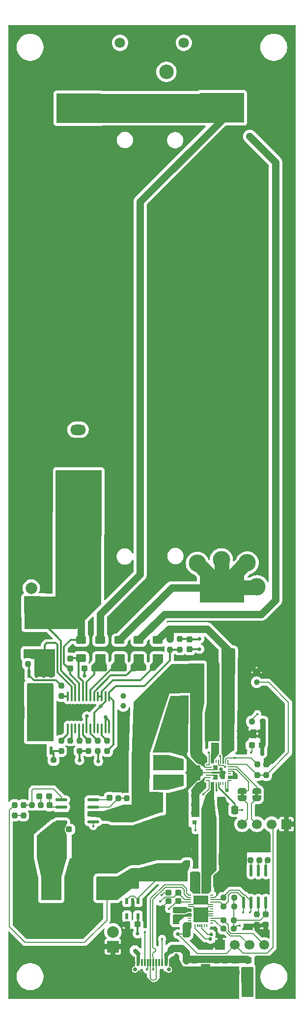
<source format=gtl>
G04 #@! TF.GenerationSoftware,KiCad,Pcbnew,8.0.3*
G04 #@! TF.CreationDate,2025-04-07T19:30:46+02:00*
G04 #@! TF.ProjectId,TIDA-PowerPack,54494441-2d50-46f7-9765-725061636b2e,rev?*
G04 #@! TF.SameCoordinates,Original*
G04 #@! TF.FileFunction,Copper,L1,Top*
G04 #@! TF.FilePolarity,Positive*
%FSLAX46Y46*%
G04 Gerber Fmt 4.6, Leading zero omitted, Abs format (unit mm)*
G04 Created by KiCad (PCBNEW 8.0.3) date 2025-04-07 19:30:46*
%MOMM*%
%LPD*%
G01*
G04 APERTURE LIST*
G04 Aperture macros list*
%AMRoundRect*
0 Rectangle with rounded corners*
0 $1 Rounding radius*
0 $2 $3 $4 $5 $6 $7 $8 $9 X,Y pos of 4 corners*
0 Add a 4 corners polygon primitive as box body*
4,1,4,$2,$3,$4,$5,$6,$7,$8,$9,$2,$3,0*
0 Add four circle primitives for the rounded corners*
1,1,$1+$1,$2,$3*
1,1,$1+$1,$4,$5*
1,1,$1+$1,$6,$7*
1,1,$1+$1,$8,$9*
0 Add four rect primitives between the rounded corners*
20,1,$1+$1,$2,$3,$4,$5,0*
20,1,$1+$1,$4,$5,$6,$7,0*
20,1,$1+$1,$6,$7,$8,$9,0*
20,1,$1+$1,$8,$9,$2,$3,0*%
%AMFreePoly0*
4,1,12,0.100003,0.550001,0.100000,-0.050001,0.050000,-0.100003,-0.800001,-0.100000,-0.849998,-0.050001,-0.849998,0.049999,-0.799998,0.099999,-0.100000,0.099999,-0.100000,0.550001,-0.050000,0.600001,0.050000,0.600001,0.100003,0.550001,0.100003,0.550001,$1*%
%AMFreePoly1*
4,1,12,0.100000,0.050001,0.100000,-0.550001,0.050000,-0.600001,-0.050000,-0.600001,-0.100000,-0.550001,-0.100000,-0.099999,-0.749998,-0.099999,-0.799998,-0.049999,-0.799998,0.050001,-0.750001,0.100000,0.050000,0.100000,0.100000,0.050001,0.100000,0.050001,$1*%
%AMFreePoly2*
4,1,12,0.750001,0.100000,0.799998,0.050001,0.799998,-0.049999,0.749998,-0.099999,0.100000,-0.099999,0.100000,-0.550001,0.050000,-0.599998,-0.050000,-0.600001,-0.100003,-0.550001,-0.100000,0.050001,-0.050000,0.100003,0.750001,0.100000,0.750001,0.100000,$1*%
%AMFreePoly3*
4,1,12,0.100000,0.550001,0.100000,0.099999,0.799998,0.099999,0.849998,0.049999,0.849998,-0.050001,0.800001,-0.100000,-0.050000,-0.100003,-0.100000,-0.050001,-0.100003,0.550001,-0.050000,0.600001,0.050000,0.600001,0.100000,0.550001,0.100000,0.550001,$1*%
%AMFreePoly4*
4,1,19,0.500000,-0.750000,0.000000,-0.750000,0.000000,-0.744911,-0.071157,-0.744911,-0.207708,-0.704816,-0.327430,-0.627875,-0.420627,-0.520320,-0.479746,-0.390866,-0.500000,-0.250000,-0.500000,0.250000,-0.479746,0.390866,-0.420627,0.520320,-0.327430,0.627875,-0.207708,0.704816,-0.071157,0.744911,0.000000,0.744911,0.000000,0.750000,0.500000,0.750000,0.500000,-0.750000,0.500000,-0.750000,
$1*%
%AMFreePoly5*
4,1,19,0.000000,0.744911,0.071157,0.744911,0.207708,0.704816,0.327430,0.627875,0.420627,0.520320,0.479746,0.390866,0.500000,0.250000,0.500000,-0.250000,0.479746,-0.390866,0.420627,-0.520320,0.327430,-0.627875,0.207708,-0.704816,0.071157,-0.744911,0.000000,-0.744911,0.000000,-0.750000,-0.500000,-0.750000,-0.500000,0.750000,0.000000,0.750000,0.000000,0.744911,0.000000,0.744911,
$1*%
G04 Aperture macros list end*
G04 #@! TA.AperFunction,EtchedComponent*
%ADD10C,0.000000*%
G04 #@! TD*
G04 #@! TA.AperFunction,SMDPad,CuDef*
%ADD11RoundRect,0.250000X-0.625000X0.400000X-0.625000X-0.400000X0.625000X-0.400000X0.625000X0.400000X0*%
G04 #@! TD*
G04 #@! TA.AperFunction,SMDPad,CuDef*
%ADD12RoundRect,0.237500X0.237500X-0.300000X0.237500X0.300000X-0.237500X0.300000X-0.237500X-0.300000X0*%
G04 #@! TD*
G04 #@! TA.AperFunction,SMDPad,CuDef*
%ADD13RoundRect,0.250000X0.475000X-0.337500X0.475000X0.337500X-0.475000X0.337500X-0.475000X-0.337500X0*%
G04 #@! TD*
G04 #@! TA.AperFunction,SMDPad,CuDef*
%ADD14RoundRect,0.237500X-0.237500X0.300000X-0.237500X-0.300000X0.237500X-0.300000X0.237500X0.300000X0*%
G04 #@! TD*
G04 #@! TA.AperFunction,ComponentPad*
%ADD15C,1.000000*%
G04 #@! TD*
G04 #@! TA.AperFunction,SMDPad,CuDef*
%ADD16C,0.800000*%
G04 #@! TD*
G04 #@! TA.AperFunction,SMDPad,CuDef*
%ADD17RoundRect,0.237500X-0.300000X-0.237500X0.300000X-0.237500X0.300000X0.237500X-0.300000X0.237500X0*%
G04 #@! TD*
G04 #@! TA.AperFunction,SMDPad,CuDef*
%ADD18RoundRect,0.237500X0.237500X-0.250000X0.237500X0.250000X-0.237500X0.250000X-0.237500X-0.250000X0*%
G04 #@! TD*
G04 #@! TA.AperFunction,SMDPad,CuDef*
%ADD19RoundRect,0.237500X0.300000X0.237500X-0.300000X0.237500X-0.300000X-0.237500X0.300000X-0.237500X0*%
G04 #@! TD*
G04 #@! TA.AperFunction,SMDPad,CuDef*
%ADD20R,3.500000X4.000000*%
G04 #@! TD*
G04 #@! TA.AperFunction,SMDPad,CuDef*
%ADD21RoundRect,0.237500X-0.250000X-0.237500X0.250000X-0.237500X0.250000X0.237500X-0.250000X0.237500X0*%
G04 #@! TD*
G04 #@! TA.AperFunction,SMDPad,CuDef*
%ADD22R,2.500000X1.900000*%
G04 #@! TD*
G04 #@! TA.AperFunction,SMDPad,CuDef*
%ADD23R,0.800000X0.800000*%
G04 #@! TD*
G04 #@! TA.AperFunction,SMDPad,CuDef*
%ADD24RoundRect,0.250000X-0.475000X0.337500X-0.475000X-0.337500X0.475000X-0.337500X0.475000X0.337500X0*%
G04 #@! TD*
G04 #@! TA.AperFunction,SMDPad,CuDef*
%ADD25R,7.620000X5.080000*%
G04 #@! TD*
G04 #@! TA.AperFunction,SMDPad,CuDef*
%ADD26R,1.200000X3.500000*%
G04 #@! TD*
G04 #@! TA.AperFunction,ComponentPad*
%ADD27C,0.700000*%
G04 #@! TD*
G04 #@! TA.AperFunction,SMDPad,CuDef*
%ADD28R,0.600000X1.300000*%
G04 #@! TD*
G04 #@! TA.AperFunction,SMDPad,CuDef*
%ADD29R,0.300000X1.300000*%
G04 #@! TD*
G04 #@! TA.AperFunction,ComponentPad*
%ADD30O,1.200000X2.200000*%
G04 #@! TD*
G04 #@! TA.AperFunction,ComponentPad*
%ADD31O,1.200000X1.800000*%
G04 #@! TD*
G04 #@! TA.AperFunction,SMDPad,CuDef*
%ADD32R,0.400000X0.450000*%
G04 #@! TD*
G04 #@! TA.AperFunction,SMDPad,CuDef*
%ADD33R,1.600000X1.000000*%
G04 #@! TD*
G04 #@! TA.AperFunction,SMDPad,CuDef*
%ADD34RoundRect,0.237500X0.250000X0.237500X-0.250000X0.237500X-0.250000X-0.237500X0.250000X-0.237500X0*%
G04 #@! TD*
G04 #@! TA.AperFunction,SMDPad,CuDef*
%ADD35RoundRect,0.250000X-0.337500X-0.475000X0.337500X-0.475000X0.337500X0.475000X-0.337500X0.475000X0*%
G04 #@! TD*
G04 #@! TA.AperFunction,SMDPad,CuDef*
%ADD36R,0.600000X1.000000*%
G04 #@! TD*
G04 #@! TA.AperFunction,ComponentPad*
%ADD37R,2.000000X2.000000*%
G04 #@! TD*
G04 #@! TA.AperFunction,ComponentPad*
%ADD38C,2.000000*%
G04 #@! TD*
G04 #@! TA.AperFunction,ComponentPad*
%ADD39O,2.700000X1.800000*%
G04 #@! TD*
G04 #@! TA.AperFunction,SMDPad,CuDef*
%ADD40RoundRect,0.250000X0.650000X-0.412500X0.650000X0.412500X-0.650000X0.412500X-0.650000X-0.412500X0*%
G04 #@! TD*
G04 #@! TA.AperFunction,SMDPad,CuDef*
%ADD41R,1.000000X1.500000*%
G04 #@! TD*
G04 #@! TA.AperFunction,SMDPad,CuDef*
%ADD42O,2.040000X0.570000*%
G04 #@! TD*
G04 #@! TA.AperFunction,SMDPad,CuDef*
%ADD43R,2.000000X2.000000*%
G04 #@! TD*
G04 #@! TA.AperFunction,SMDPad,CuDef*
%ADD44RoundRect,0.237500X-0.237500X0.250000X-0.237500X-0.250000X0.237500X-0.250000X0.237500X0.250000X0*%
G04 #@! TD*
G04 #@! TA.AperFunction,SMDPad,CuDef*
%ADD45R,3.460000X1.280000*%
G04 #@! TD*
G04 #@! TA.AperFunction,SMDPad,CuDef*
%ADD46O,0.590000X2.050000*%
G04 #@! TD*
G04 #@! TA.AperFunction,SMDPad,CuDef*
%ADD47R,0.610000X1.400000*%
G04 #@! TD*
G04 #@! TA.AperFunction,SMDPad,CuDef*
%ADD48R,4.500000X3.810000*%
G04 #@! TD*
G04 #@! TA.AperFunction,ComponentPad*
%ADD49R,1.700000X1.700000*%
G04 #@! TD*
G04 #@! TA.AperFunction,ComponentPad*
%ADD50C,1.700000*%
G04 #@! TD*
G04 #@! TA.AperFunction,SMDPad,CuDef*
%ADD51R,1.380000X1.130000*%
G04 #@! TD*
G04 #@! TA.AperFunction,SMDPad,CuDef*
%ADD52FreePoly0,90.000000*%
G04 #@! TD*
G04 #@! TA.AperFunction,SMDPad,CuDef*
%ADD53R,0.200000X0.599999*%
G04 #@! TD*
G04 #@! TA.AperFunction,SMDPad,CuDef*
%ADD54FreePoly1,90.000000*%
G04 #@! TD*
G04 #@! TA.AperFunction,SMDPad,CuDef*
%ADD55R,0.599999X0.200000*%
G04 #@! TD*
G04 #@! TA.AperFunction,SMDPad,CuDef*
%ADD56FreePoly2,90.000000*%
G04 #@! TD*
G04 #@! TA.AperFunction,SMDPad,CuDef*
%ADD57R,0.200000X0.700001*%
G04 #@! TD*
G04 #@! TA.AperFunction,SMDPad,CuDef*
%ADD58R,0.200000X0.650001*%
G04 #@! TD*
G04 #@! TA.AperFunction,SMDPad,CuDef*
%ADD59R,0.200000X0.680001*%
G04 #@! TD*
G04 #@! TA.AperFunction,SMDPad,CuDef*
%ADD60FreePoly3,90.000000*%
G04 #@! TD*
G04 #@! TA.AperFunction,SMDPad,CuDef*
%ADD61R,1.000000X0.200000*%
G04 #@! TD*
G04 #@! TA.AperFunction,SMDPad,CuDef*
%ADD62R,0.950001X0.200000*%
G04 #@! TD*
G04 #@! TA.AperFunction,SMDPad,CuDef*
%ADD63RoundRect,0.155000X0.155000X-0.212500X0.155000X0.212500X-0.155000X0.212500X-0.155000X-0.212500X0*%
G04 #@! TD*
G04 #@! TA.AperFunction,SMDPad,CuDef*
%ADD64R,1.290000X1.420000*%
G04 #@! TD*
G04 #@! TA.AperFunction,SMDPad,CuDef*
%ADD65R,5.200000X3.800000*%
G04 #@! TD*
G04 #@! TA.AperFunction,SMDPad,CuDef*
%ADD66R,0.200000X0.600000*%
G04 #@! TD*
G04 #@! TA.AperFunction,SMDPad,CuDef*
%ADD67R,0.600000X0.200000*%
G04 #@! TD*
G04 #@! TA.AperFunction,SMDPad,CuDef*
%ADD68R,0.220000X0.600000*%
G04 #@! TD*
G04 #@! TA.AperFunction,SMDPad,CuDef*
%ADD69R,2.650000X2.650000*%
G04 #@! TD*
G04 #@! TA.AperFunction,SMDPad,CuDef*
%ADD70R,2.650000X1.530000*%
G04 #@! TD*
G04 #@! TA.AperFunction,ComponentPad*
%ADD71C,2.500000*%
G04 #@! TD*
G04 #@! TA.AperFunction,ComponentPad*
%ADD72C,1.800000*%
G04 #@! TD*
G04 #@! TA.AperFunction,SMDPad,CuDef*
%ADD73O,0.360000X1.710000*%
G04 #@! TD*
G04 #@! TA.AperFunction,SMDPad,CuDef*
%ADD74FreePoly4,90.000000*%
G04 #@! TD*
G04 #@! TA.AperFunction,SMDPad,CuDef*
%ADD75FreePoly5,90.000000*%
G04 #@! TD*
G04 #@! TA.AperFunction,ViaPad*
%ADD76C,0.650000*%
G04 #@! TD*
G04 #@! TA.AperFunction,ViaPad*
%ADD77C,3.000000*%
G04 #@! TD*
G04 #@! TA.AperFunction,ViaPad*
%ADD78C,0.400000*%
G04 #@! TD*
G04 #@! TA.AperFunction,ViaPad*
%ADD79C,0.800000*%
G04 #@! TD*
G04 #@! TA.AperFunction,ViaPad*
%ADD80C,0.520000*%
G04 #@! TD*
G04 #@! TA.AperFunction,Conductor*
%ADD81C,0.300000*%
G04 #@! TD*
G04 #@! TA.AperFunction,Conductor*
%ADD82C,1.300000*%
G04 #@! TD*
G04 #@! TA.AperFunction,Conductor*
%ADD83C,1.600000*%
G04 #@! TD*
G04 #@! TA.AperFunction,Conductor*
%ADD84C,5.000000*%
G04 #@! TD*
G04 #@! TA.AperFunction,Conductor*
%ADD85C,2.500000*%
G04 #@! TD*
G04 #@! TA.AperFunction,Conductor*
%ADD86C,0.200000*%
G04 #@! TD*
G04 #@! TA.AperFunction,Conductor*
%ADD87C,0.600000*%
G04 #@! TD*
G04 #@! TA.AperFunction,Conductor*
%ADD88C,1.000000*%
G04 #@! TD*
G04 #@! TA.AperFunction,Conductor*
%ADD89C,0.900000*%
G04 #@! TD*
G04 #@! TA.AperFunction,Conductor*
%ADD90C,0.500000*%
G04 #@! TD*
G04 #@! TA.AperFunction,Conductor*
%ADD91C,0.250000*%
G04 #@! TD*
G04 #@! TA.AperFunction,Conductor*
%ADD92C,0.700000*%
G04 #@! TD*
G04 #@! TA.AperFunction,Conductor*
%ADD93C,0.800000*%
G04 #@! TD*
G04 APERTURE END LIST*
D10*
G04 #@! TA.AperFunction,EtchedComponent*
G36*
X160412500Y-154725000D02*
G01*
X159912500Y-154725000D01*
X159912500Y-154325000D01*
X160412500Y-154325000D01*
X160412500Y-154725000D01*
G37*
G04 #@! TD.AperFunction*
G04 #@! TA.AperFunction,EtchedComponent*
G36*
X160412500Y-155525000D02*
G01*
X159912500Y-155525000D01*
X159912500Y-155125000D01*
X160412500Y-155125000D01*
X160412500Y-155525000D01*
G37*
G04 #@! TD.AperFunction*
G04 #@! TA.AperFunction,EtchedComponent*
G36*
X160350000Y-165650000D02*
G01*
X159750000Y-165650000D01*
X159750000Y-165150000D01*
X160350000Y-165150000D01*
X160350000Y-165650000D01*
G37*
G04 #@! TD.AperFunction*
G04 #@! TA.AperFunction,EtchedComponent*
G36*
X157850000Y-165650000D02*
G01*
X157250000Y-165650000D01*
X157250000Y-165150000D01*
X157850000Y-165150000D01*
X157850000Y-165650000D01*
G37*
G04 #@! TD.AperFunction*
D11*
X143020000Y-138800000D03*
X143020000Y-141900000D03*
D12*
X134675000Y-165987500D03*
X134675000Y-164262500D03*
D13*
X156350000Y-195987500D03*
X156350000Y-193912500D03*
D14*
X161620000Y-186037500D03*
X161620000Y-187762500D03*
D15*
X137050000Y-150150000D03*
X137050000Y-148450000D03*
D16*
X160246800Y-36750000D03*
X160450000Y-35708600D03*
X160475400Y-37791400D03*
X161008800Y-34845000D03*
X161034200Y-38705800D03*
X161897800Y-34210000D03*
X161948600Y-39315400D03*
X162990000Y-33981400D03*
X162990000Y-39518600D03*
X164082200Y-39290000D03*
X164133000Y-34235400D03*
X164971200Y-34819600D03*
X164971200Y-38705800D03*
X165555400Y-35734000D03*
X165555400Y-37842200D03*
X165733200Y-36750000D03*
D17*
X147587500Y-153100000D03*
X149312500Y-153100000D03*
D18*
X122825000Y-169025000D03*
X122825000Y-167200000D03*
D12*
X148075000Y-177250000D03*
X148075000Y-175525000D03*
D19*
X127687500Y-171375000D03*
X125962500Y-171375000D03*
D20*
X124625000Y-181575000D03*
X134225000Y-181575000D03*
D12*
X127900000Y-143712500D03*
X127900000Y-141987500D03*
D21*
X154307500Y-187000000D03*
X156132500Y-187000000D03*
D22*
X143450000Y-159550000D03*
X143450000Y-163650000D03*
D23*
X147700000Y-170200000D03*
X149300000Y-170200000D03*
D24*
X135675000Y-169487500D03*
X135675000Y-171562500D03*
D17*
X151402500Y-180850000D03*
X153127500Y-180850000D03*
X137772500Y-187750000D03*
X139497500Y-187750000D03*
D14*
X148520000Y-138667500D03*
X148520000Y-140392500D03*
D21*
X154307500Y-188500000D03*
X156132500Y-188500000D03*
D19*
X160925000Y-156925000D03*
X159200000Y-156925000D03*
D25*
X154050000Y-47190000D03*
X154050000Y-129810000D03*
X129350000Y-129870000D03*
X129350000Y-47250000D03*
D26*
X139125000Y-179845000D03*
X139125000Y-174505000D03*
D27*
X139110000Y-195530000D03*
X144890000Y-195530000D03*
D28*
X138800000Y-194290000D03*
X139600000Y-194290000D03*
D29*
X140750000Y-194290000D03*
X141750000Y-194290000D03*
X142250000Y-194290000D03*
X143250000Y-194290000D03*
D28*
X145200000Y-194290000D03*
X144400000Y-194290000D03*
D29*
X143750000Y-194290000D03*
X142750000Y-194290000D03*
X141250000Y-194290000D03*
X140250000Y-194290000D03*
D30*
X137680000Y-195030000D03*
D31*
X137680000Y-199210000D03*
D30*
X146320000Y-195030000D03*
D31*
X146320000Y-199210000D03*
D17*
X147587500Y-154600000D03*
X149312500Y-154600000D03*
D14*
X124325000Y-167250000D03*
X124325000Y-168975000D03*
D19*
X124287500Y-165712500D03*
X122562500Y-165712500D03*
D18*
X158970000Y-176662500D03*
X158970000Y-174837500D03*
D32*
X150587500Y-196090000D03*
X151237500Y-196090000D03*
X151887500Y-196090000D03*
X151887500Y-194130000D03*
X151237500Y-194130000D03*
X150587500Y-194130000D03*
D33*
X151237500Y-195110000D03*
D34*
X161075000Y-152825000D03*
X159250000Y-152825000D03*
D16*
X118246800Y-196750000D03*
X118450000Y-195708600D03*
X118475400Y-197791400D03*
X119008800Y-194845000D03*
X119034200Y-198705800D03*
X119897800Y-194210000D03*
X119948600Y-199315400D03*
X120990000Y-193981400D03*
X120990000Y-199518600D03*
X122082200Y-199290000D03*
X122133000Y-194235400D03*
X122971200Y-194819600D03*
X122971200Y-198705800D03*
X123555400Y-195734000D03*
X123555400Y-197842200D03*
X123733200Y-196750000D03*
D35*
X154162500Y-168050000D03*
X156237500Y-168050000D03*
D36*
X139585000Y-183750000D03*
X138635000Y-183750000D03*
X137685000Y-183750000D03*
X137685000Y-186350000D03*
X139585000Y-186350000D03*
D37*
X147300000Y-149450000D03*
D38*
X149840000Y-149450000D03*
D18*
X118325000Y-169025000D03*
X118325000Y-167200000D03*
D39*
X129260000Y-102600000D03*
X129260000Y-107300000D03*
X129260000Y-112000000D03*
D40*
X146175000Y-177937500D03*
X146175000Y-174812500D03*
D18*
X129505000Y-157912500D03*
X129505000Y-156087500D03*
D41*
X160812500Y-154925000D03*
X159512500Y-154925000D03*
D42*
X131895000Y-170105000D03*
X131895000Y-168825000D03*
X131895000Y-167565000D03*
X131895000Y-166295000D03*
X126355000Y-166295000D03*
X126355000Y-167565000D03*
X126355000Y-168825000D03*
X126355000Y-170105000D03*
D43*
X129125000Y-168195000D03*
D19*
X135472500Y-143660000D03*
X133747500Y-143660000D03*
D44*
X160180000Y-160217500D03*
X160180000Y-162042500D03*
D37*
X154520000Y-176500000D03*
D38*
X151980000Y-176500000D03*
D12*
X149350000Y-195712500D03*
X149350000Y-193987500D03*
D44*
X145130000Y-138617500D03*
X145130000Y-140442500D03*
D17*
X147587500Y-156100000D03*
X149312500Y-156100000D03*
X152587500Y-172900000D03*
X154312500Y-172900000D03*
D18*
X161970000Y-176662500D03*
X161970000Y-174837500D03*
D37*
X152455000Y-141400000D03*
D38*
X154995000Y-141400000D03*
D17*
X152587500Y-169850000D03*
X154312500Y-169850000D03*
D45*
X123485000Y-136100000D03*
X123485000Y-142240000D03*
D16*
X160256800Y-196750000D03*
X160460000Y-195708600D03*
X160485400Y-197791400D03*
X161018800Y-194845000D03*
X161044200Y-198705800D03*
X161907800Y-194210000D03*
X161958600Y-199315400D03*
X163000000Y-193981400D03*
X163000000Y-199518600D03*
X164092200Y-199290000D03*
X164143000Y-194235400D03*
X164981200Y-194819600D03*
X164981200Y-198705800D03*
X165565400Y-195734000D03*
X165565400Y-197842200D03*
X165743200Y-196750000D03*
D44*
X146825000Y-138617500D03*
X146825000Y-140442500D03*
D46*
X161630000Y-178480000D03*
X160350000Y-178480000D03*
X159090000Y-178480000D03*
X157820000Y-178480000D03*
X157820000Y-184020000D03*
X159090000Y-184020000D03*
X160350000Y-184020000D03*
X161630000Y-184020000D03*
D19*
X142172500Y-143630000D03*
X140447500Y-143630000D03*
X138822500Y-143650000D03*
X137097500Y-143650000D03*
D47*
X124635000Y-144590000D03*
X123365000Y-144590000D03*
X122085000Y-144590000D03*
X120815000Y-144590000D03*
X120815000Y-150230000D03*
X122085000Y-150230000D03*
X123365000Y-150230000D03*
X124635000Y-150230000D03*
D48*
X122725000Y-148120000D03*
D37*
X135270000Y-191580000D03*
D38*
X135270000Y-189040000D03*
D49*
X165170000Y-170500000D03*
D50*
X162630000Y-170500000D03*
X160090000Y-170500000D03*
X157550000Y-170500000D03*
D21*
X154330000Y-184650000D03*
X156155000Y-184650000D03*
D18*
X160470000Y-176662500D03*
X160470000Y-174837500D03*
D44*
X127935000Y-156087500D03*
X127935000Y-157912500D03*
D19*
X149312500Y-167100000D03*
X147587500Y-167100000D03*
D51*
X158500000Y-193930000D03*
X158500000Y-195870000D03*
D21*
X154330000Y-183150000D03*
X156155000Y-183150000D03*
D18*
X160120000Y-187812500D03*
X160120000Y-185987500D03*
D40*
X143875000Y-177937500D03*
X143875000Y-174812500D03*
D11*
X133105000Y-138800000D03*
X133105000Y-141900000D03*
X136410000Y-138800000D03*
X136410000Y-141900000D03*
D52*
X151850000Y-162950000D03*
D53*
X152250000Y-163499999D03*
X152649999Y-163499999D03*
X153050001Y-163499999D03*
X153450000Y-163499999D03*
X153849999Y-163499999D03*
X154250001Y-163499999D03*
X154650000Y-163499999D03*
D54*
X155050000Y-163000000D03*
D55*
X155349999Y-162600001D03*
X155349999Y-162199999D03*
X155349999Y-161800000D03*
X155349999Y-161400000D03*
X155349999Y-161000001D03*
X155349999Y-160599999D03*
D56*
X155050000Y-160200000D03*
D57*
X154650000Y-159750001D03*
D58*
X154249998Y-159725000D03*
D59*
X153849999Y-159740001D03*
D53*
X153450000Y-159700001D03*
X153050001Y-159700001D03*
X152649999Y-159700001D03*
X152250000Y-159700001D03*
D60*
X151850000Y-160250000D03*
D61*
X151750001Y-160699999D03*
X151750001Y-161150001D03*
X151750001Y-161600000D03*
X151750001Y-162049999D03*
D62*
X151725000Y-162500001D03*
D19*
X146542500Y-182260000D03*
X144817500Y-182260000D03*
D63*
X149975000Y-163767500D03*
X149975000Y-162632500D03*
D34*
X125027500Y-159470000D03*
X123202500Y-159470000D03*
D44*
X136175000Y-164212500D03*
X136175000Y-166037500D03*
D21*
X152762500Y-157200000D03*
X154587500Y-157200000D03*
D44*
X119825000Y-167200000D03*
X119825000Y-169025000D03*
D18*
X121325000Y-169025000D03*
X121325000Y-167200000D03*
D49*
X153760000Y-191300000D03*
D50*
X156300000Y-191300000D03*
X158840000Y-191300000D03*
X161380000Y-191300000D03*
D11*
X129800000Y-138800000D03*
X129800000Y-141900000D03*
D17*
X147587500Y-151600000D03*
X149312500Y-151600000D03*
D37*
X121200000Y-132390000D03*
D38*
X121200000Y-129850000D03*
D64*
X128825000Y-173442500D03*
D65*
X124725000Y-174362500D03*
D64*
X128825000Y-175282500D03*
D19*
X149312500Y-168600000D03*
X147587500Y-168600000D03*
X146542500Y-183770000D03*
X144817500Y-183770000D03*
D11*
X139715000Y-138800000D03*
X139715000Y-141900000D03*
D44*
X126365000Y-156087500D03*
X126365000Y-157912500D03*
D18*
X161700000Y-162042500D03*
X161700000Y-160217500D03*
D26*
X143330000Y-166720000D03*
X143330000Y-172060000D03*
D63*
X150000000Y-160667500D03*
X150000000Y-159532500D03*
D16*
X118246800Y-36750000D03*
X118450000Y-35708600D03*
X118475400Y-37791400D03*
X119008800Y-34845000D03*
X119034200Y-38705800D03*
X119897800Y-34210000D03*
X119948600Y-39315400D03*
X120990000Y-33981400D03*
X120990000Y-39518600D03*
X122082200Y-39290000D03*
X122133000Y-34235400D03*
X122971200Y-34819600D03*
X122971200Y-38705800D03*
X123555400Y-35734000D03*
X123555400Y-37842200D03*
X123733200Y-36750000D03*
D44*
X137675000Y-166062500D03*
X137675000Y-167887500D03*
D17*
X152137500Y-166300000D03*
X153862500Y-166300000D03*
X152812500Y-152600000D03*
X154537500Y-152600000D03*
D12*
X147850000Y-195712500D03*
X147850000Y-193987500D03*
D66*
X149420000Y-188000000D03*
X149820000Y-188000000D03*
X150220000Y-188000000D03*
X150620000Y-188000000D03*
X151020000Y-188000000D03*
X151420000Y-188000000D03*
D67*
X152320000Y-187500000D03*
X152320000Y-187100000D03*
X152320000Y-186700000D03*
X152320000Y-186300000D03*
X152320000Y-185900000D03*
X152320000Y-185500000D03*
X152320000Y-185100000D03*
X152320000Y-184700000D03*
X152320000Y-184300000D03*
X152320000Y-183900000D03*
X152320000Y-183500000D03*
X152320000Y-183100000D03*
X152320000Y-182700000D03*
D68*
X151540000Y-182200000D03*
X151100000Y-182200000D03*
X150640000Y-182200000D03*
X150200000Y-182200000D03*
X149740000Y-182200000D03*
X149300000Y-182200000D03*
D67*
X148520000Y-182700000D03*
X148520000Y-183100000D03*
X148520000Y-183500000D03*
X148520000Y-183900000D03*
X148520000Y-184300000D03*
X148520000Y-184700000D03*
X148520000Y-185100000D03*
X148520000Y-185500000D03*
X148520000Y-185900000D03*
X148520000Y-186300000D03*
X148520000Y-186700000D03*
X148520000Y-187100000D03*
X148520000Y-187500000D03*
D69*
X150420000Y-186060000D03*
D70*
X150420000Y-183540000D03*
D19*
X132082500Y-143650000D03*
X130357500Y-143650000D03*
D71*
X144500000Y-40987500D03*
X139500000Y-40987500D03*
D72*
X136500000Y-35987500D03*
X147500000Y-35987500D03*
D12*
X154600000Y-195662500D03*
X154600000Y-193937500D03*
D18*
X120595000Y-142922500D03*
X120595000Y-141097500D03*
D17*
X152587500Y-174400000D03*
X154312500Y-174400000D03*
D44*
X134265000Y-156087500D03*
X134265000Y-157912500D03*
D15*
X160060000Y-144370000D03*
X160060000Y-146070000D03*
D44*
X132655000Y-156090000D03*
X132655000Y-157915000D03*
D18*
X126365000Y-148462500D03*
X126365000Y-146637500D03*
D12*
X153100000Y-195675000D03*
X153100000Y-193950000D03*
D17*
X147587500Y-157700000D03*
X149312500Y-157700000D03*
D73*
X134635000Y-148470000D03*
X133985000Y-148470000D03*
X133335000Y-148470000D03*
X132685000Y-148470000D03*
X132035000Y-148470000D03*
X131385000Y-148470000D03*
X130725000Y-148470000D03*
X130075000Y-148470000D03*
X129425000Y-148470000D03*
X128775000Y-148470000D03*
X128125000Y-148470000D03*
X127475000Y-148470000D03*
X127475000Y-154030000D03*
X128125000Y-154030000D03*
X128775000Y-154030000D03*
X129425000Y-154030000D03*
X130075000Y-154030000D03*
X130725000Y-154030000D03*
X131385000Y-154030000D03*
X132035000Y-154030000D03*
X132685000Y-154030000D03*
X133335000Y-154030000D03*
X133985000Y-154030000D03*
X134635000Y-154030000D03*
D18*
X131055000Y-157912500D03*
X131055000Y-156087500D03*
D74*
X160050000Y-166050000D03*
D75*
X160050000Y-164750000D03*
D17*
X152812500Y-154100000D03*
X154537500Y-154100000D03*
D14*
X133925000Y-169437500D03*
X133925000Y-171162500D03*
D74*
X157550000Y-166050000D03*
D75*
X157550000Y-164750000D03*
D24*
X137675000Y-169487500D03*
X137675000Y-171562500D03*
D17*
X152625000Y-171400000D03*
X154350000Y-171400000D03*
D47*
X120815000Y-157860000D03*
X122085000Y-157860000D03*
X123365000Y-157860000D03*
X124635000Y-157860000D03*
X124635000Y-152220000D03*
X123365000Y-152220000D03*
X122085000Y-152220000D03*
X120815000Y-152220000D03*
D48*
X122725000Y-154330000D03*
D19*
X149312500Y-165600000D03*
X147587500Y-165600000D03*
D17*
X152812500Y-155700000D03*
X154537500Y-155700000D03*
D76*
X150200000Y-138600000D03*
X129500000Y-159500000D03*
X130357500Y-144950054D03*
X134000000Y-152100000D03*
D77*
X149840000Y-125600000D03*
X158420000Y-125520000D03*
X160100000Y-129640000D03*
X153970000Y-124990000D03*
D76*
X158850000Y-52100000D03*
D78*
X140750000Y-189050000D03*
X143400000Y-183850000D03*
D76*
X164200000Y-137700000D03*
X155450000Y-85200000D03*
X132700000Y-60700000D03*
X123950000Y-71200000D03*
X160700000Y-43200000D03*
X123950000Y-118450000D03*
X129200000Y-37950000D03*
X129625000Y-165375000D03*
X122200000Y-109700000D03*
X132700000Y-55450000D03*
X150200000Y-88700000D03*
X166000000Y-199750000D03*
X138950000Y-196862500D03*
X158950000Y-41450000D03*
X160700000Y-106200000D03*
X130950000Y-53700000D03*
X119090000Y-164870000D03*
X140050000Y-199062500D03*
X160700000Y-141200000D03*
X134450000Y-100950000D03*
X125700000Y-58950000D03*
X153700000Y-109700000D03*
X122200000Y-78200000D03*
X125700000Y-51950000D03*
X150200000Y-107950000D03*
D78*
X143650000Y-182700000D03*
D76*
X153700000Y-41450000D03*
X122200000Y-64200000D03*
X157050000Y-155550000D03*
X150200000Y-95700000D03*
X129200000Y-62450000D03*
X122200000Y-44950000D03*
X154350000Y-197962500D03*
X134450000Y-88700000D03*
X158950000Y-92200000D03*
X120450000Y-99200000D03*
X150200000Y-85200000D03*
X146200000Y-193050000D03*
X118000000Y-193750000D03*
X132700000Y-177950000D03*
X160700000Y-139450000D03*
X122200000Y-92200000D03*
X134450000Y-81700000D03*
X127450000Y-78200000D03*
X164200000Y-165700000D03*
X134450000Y-78200000D03*
X151950000Y-65950000D03*
X151780000Y-155700000D03*
X120450000Y-176200000D03*
X153700000Y-65950000D03*
X129200000Y-64200000D03*
X134450000Y-76450000D03*
X122200000Y-123700000D03*
X125700000Y-107950000D03*
X144300000Y-156250000D03*
X153025000Y-150200000D03*
X164200000Y-43200000D03*
X130950000Y-37950000D03*
X122200000Y-53700000D03*
X122200000Y-113200000D03*
X154500000Y-180350000D03*
X156550000Y-174862500D03*
X127450000Y-83450000D03*
X155450000Y-39700000D03*
X157200000Y-120200000D03*
X151950000Y-39700000D03*
X155450000Y-86950000D03*
X127925000Y-162537500D03*
X130950000Y-36200000D03*
X151950000Y-86950000D03*
X125700000Y-67700000D03*
X134450000Y-43200000D03*
X130950000Y-69450000D03*
X127450000Y-64200000D03*
X150200000Y-72950000D03*
X122200000Y-99200000D03*
X125700000Y-93950000D03*
X134450000Y-177950000D03*
X120450000Y-62450000D03*
X129040000Y-161370000D03*
X157200000Y-100950000D03*
X120450000Y-71200000D03*
X134525000Y-175737500D03*
X134450000Y-95700000D03*
X158950000Y-58950000D03*
X150200000Y-39700000D03*
X150200000Y-92200000D03*
X145400000Y-156250000D03*
X132700000Y-107950000D03*
X129200000Y-58950000D03*
X156550000Y-173762500D03*
X144300000Y-155150000D03*
X162450000Y-149950000D03*
X122200000Y-120200000D03*
X153700000Y-111450000D03*
X120450000Y-67700000D03*
X133440000Y-161370000D03*
X122200000Y-55450000D03*
X120450000Y-92200000D03*
X158950000Y-76450000D03*
X127450000Y-197200000D03*
X155450000Y-71200000D03*
X132700000Y-81700000D03*
X151950000Y-120200000D03*
X160700000Y-58950000D03*
X132700000Y-99200000D03*
X122200000Y-48450000D03*
X120450000Y-125450000D03*
X150200000Y-118450000D03*
X160700000Y-93950000D03*
X131225000Y-163637500D03*
X123950000Y-109700000D03*
X153700000Y-78200000D03*
X125700000Y-197200000D03*
X166000000Y-193750000D03*
X119135000Y-161372500D03*
X122200000Y-79950000D03*
X135625000Y-174637500D03*
D78*
X149380000Y-185733334D03*
D76*
X131225000Y-173537500D03*
X123950000Y-121950000D03*
X129200000Y-65950000D03*
X160700000Y-62450000D03*
X160950000Y-173600000D03*
X134450000Y-69450000D03*
X127940000Y-161370000D03*
X121335000Y-161372500D03*
X123950000Y-58950000D03*
X130950000Y-57200000D03*
X129200000Y-41450000D03*
X134525000Y-173537500D03*
X157200000Y-113200000D03*
X160700000Y-92200000D03*
X130950000Y-85200000D03*
X129200000Y-193700000D03*
X162450000Y-141200000D03*
X151925000Y-151300000D03*
X129200000Y-99200000D03*
X150200000Y-104450000D03*
X145000000Y-169975000D03*
X157200000Y-109700000D03*
X122200000Y-65950000D03*
X160950000Y-172662500D03*
X136200000Y-64200000D03*
X150200000Y-78200000D03*
X130950000Y-197200000D03*
X120450000Y-76450000D03*
X123950000Y-188450000D03*
X148450000Y-39700000D03*
X155450000Y-62450000D03*
X157200000Y-57200000D03*
X164200000Y-135950000D03*
X123950000Y-81700000D03*
X160700000Y-114950000D03*
X160700000Y-85200000D03*
X143350000Y-199062500D03*
X151950000Y-106200000D03*
X129200000Y-78200000D03*
X123950000Y-55450000D03*
X123950000Y-60700000D03*
X123950000Y-72950000D03*
X157200000Y-55450000D03*
X120450000Y-106200000D03*
X164200000Y-48450000D03*
X160700000Y-79950000D03*
X153700000Y-113200000D03*
X158950000Y-43200000D03*
X127450000Y-198950000D03*
X122200000Y-111450000D03*
X151950000Y-92200000D03*
X122200000Y-85200000D03*
X125700000Y-88700000D03*
X120450000Y-172700000D03*
X139700000Y-36200000D03*
X120190000Y-164870000D03*
X129200000Y-74700000D03*
X127450000Y-55450000D03*
X132700000Y-106200000D03*
X122200000Y-57200000D03*
X151950000Y-69450000D03*
X129625000Y-166475000D03*
X134450000Y-83450000D03*
X145400000Y-154050000D03*
X132700000Y-102700000D03*
D78*
X150063333Y-187100000D03*
X153450000Y-161600000D03*
D76*
X125700000Y-95700000D03*
X157200000Y-36200000D03*
X129200000Y-53700000D03*
X120235000Y-161372500D03*
X125700000Y-57200000D03*
X160700000Y-100950000D03*
X158950000Y-79950000D03*
X117990000Y-164870000D03*
X123950000Y-69450000D03*
X158950000Y-99200000D03*
X153700000Y-62450000D03*
X127450000Y-193700000D03*
X158950000Y-102700000D03*
X120450000Y-100950000D03*
X134450000Y-99200000D03*
X122200000Y-51950000D03*
X153025000Y-148000000D03*
X155550000Y-172650000D03*
X150200000Y-90450000D03*
X160700000Y-102700000D03*
X142250000Y-199062500D03*
X122200000Y-58950000D03*
X153025000Y-151300000D03*
X151950000Y-109700000D03*
X136200000Y-67700000D03*
X123950000Y-92200000D03*
X151925000Y-144700000D03*
X158950000Y-109700000D03*
X132700000Y-76450000D03*
X135640000Y-161370000D03*
X120450000Y-88700000D03*
X150200000Y-99200000D03*
X124640000Y-161370000D03*
X122200000Y-83450000D03*
X158950000Y-118450000D03*
X132700000Y-53700000D03*
X150200000Y-111450000D03*
X155450000Y-109700000D03*
X155450000Y-36200000D03*
X129200000Y-93950000D03*
X132700000Y-88700000D03*
X144300000Y-152950000D03*
X120450000Y-181450000D03*
X158950000Y-116700000D03*
X140050000Y-196862500D03*
X150200000Y-64200000D03*
X155450000Y-43200000D03*
X130950000Y-179700000D03*
X123950000Y-83450000D03*
X153025000Y-146900000D03*
X153250000Y-199062500D03*
X123525000Y-162537500D03*
X153900000Y-162150000D03*
X130950000Y-72950000D03*
X123950000Y-102700000D03*
X160700000Y-69450000D03*
D78*
X150063333Y-185733334D03*
X150746666Y-186416667D03*
D76*
X127450000Y-186700000D03*
X132340000Y-161370000D03*
X155450000Y-114950000D03*
X122200000Y-67700000D03*
X125700000Y-86950000D03*
D78*
X149380000Y-185050000D03*
D76*
X127450000Y-51950000D03*
X130950000Y-181450000D03*
X136200000Y-39700000D03*
X155450000Y-74700000D03*
X120450000Y-104450000D03*
X127450000Y-60700000D03*
X151950000Y-62450000D03*
X158150000Y-154450000D03*
X145025000Y-167850000D03*
X122200000Y-104450000D03*
X151950000Y-64200000D03*
X120450000Y-120200000D03*
X120450000Y-127200000D03*
X129200000Y-72950000D03*
X134450000Y-102700000D03*
X120450000Y-170950000D03*
X130950000Y-65950000D03*
X155450000Y-102700000D03*
X125700000Y-43200000D03*
X130950000Y-71200000D03*
X153700000Y-72950000D03*
X144450000Y-196862500D03*
X125700000Y-36200000D03*
D79*
X138625000Y-184950000D03*
D76*
X162450000Y-50200000D03*
X123950000Y-100950000D03*
X136200000Y-86950000D03*
X160700000Y-118450000D03*
X151950000Y-83450000D03*
X158950000Y-65950000D03*
X125700000Y-186700000D03*
X122200000Y-60700000D03*
X153700000Y-58950000D03*
X158150000Y-155550000D03*
X120200000Y-163710000D03*
X129200000Y-36200000D03*
X157200000Y-43200000D03*
X129200000Y-183200000D03*
X134450000Y-106200000D03*
X134450000Y-62450000D03*
X157200000Y-71200000D03*
X151950000Y-88700000D03*
X151950000Y-113200000D03*
X153700000Y-60700000D03*
X127900000Y-163710000D03*
X145400000Y-157350000D03*
X132700000Y-85200000D03*
X158950000Y-114950000D03*
X155450000Y-41450000D03*
X151950000Y-114950000D03*
X130950000Y-41450000D03*
X155450000Y-111450000D03*
X120450000Y-48450000D03*
X122200000Y-118450000D03*
X120450000Y-90450000D03*
X120450000Y-179700000D03*
X134525000Y-174637500D03*
X120450000Y-174450000D03*
X127450000Y-81700000D03*
X146100000Y-171075000D03*
X129200000Y-179700000D03*
X151950000Y-72950000D03*
X122200000Y-114950000D03*
X150200000Y-62450000D03*
X134450000Y-57200000D03*
X136200000Y-72950000D03*
X132325000Y-173537500D03*
X122200000Y-97450000D03*
X153700000Y-64200000D03*
X162450000Y-43200000D03*
X155450000Y-81700000D03*
X123950000Y-65950000D03*
X151925000Y-150200000D03*
X127450000Y-79950000D03*
X157200000Y-60700000D03*
D78*
X128525000Y-168675000D03*
D76*
X151780000Y-153500000D03*
X130950000Y-58950000D03*
X162450000Y-44950000D03*
X135625000Y-162537500D03*
X120450000Y-57200000D03*
X155450000Y-95700000D03*
X132325000Y-174637500D03*
X164200000Y-141200000D03*
X129200000Y-83450000D03*
X127450000Y-62450000D03*
X120450000Y-60700000D03*
X157200000Y-107950000D03*
X120450000Y-184950000D03*
X151950000Y-85200000D03*
X125700000Y-106200000D03*
X151950000Y-71200000D03*
X122200000Y-188450000D03*
X141450000Y-36200000D03*
X134450000Y-90450000D03*
X125700000Y-62450000D03*
X136200000Y-57200000D03*
X123950000Y-43200000D03*
X133425000Y-175737500D03*
X153700000Y-102700000D03*
X123950000Y-48450000D03*
X130950000Y-177950000D03*
X134450000Y-60700000D03*
X123950000Y-64200000D03*
D78*
X128525000Y-167575000D03*
D76*
X160700000Y-74700000D03*
X132700000Y-100950000D03*
X122200000Y-41450000D03*
X129200000Y-177950000D03*
X134450000Y-86950000D03*
X150200000Y-81700000D03*
X157200000Y-41450000D03*
X153700000Y-120200000D03*
X147750000Y-199062500D03*
X155450000Y-93950000D03*
X130950000Y-78200000D03*
X127450000Y-88700000D03*
X150200000Y-106200000D03*
X154500000Y-179250000D03*
X151925000Y-143600000D03*
X127450000Y-53700000D03*
X145400000Y-152950000D03*
X135625000Y-173537500D03*
X130950000Y-99200000D03*
X155450000Y-57200000D03*
X122200000Y-72950000D03*
X156550000Y-177062500D03*
D78*
X129625000Y-167575000D03*
D76*
X132700000Y-86950000D03*
X134450000Y-97450000D03*
X153700000Y-39700000D03*
X153700000Y-92200000D03*
X120450000Y-65950000D03*
X122200000Y-62450000D03*
X164200000Y-139450000D03*
X127450000Y-71200000D03*
X122200000Y-76450000D03*
X153700000Y-67700000D03*
X162000000Y-173587500D03*
X153700000Y-88700000D03*
X122200000Y-95700000D03*
X160700000Y-48450000D03*
X136200000Y-41450000D03*
X151950000Y-60700000D03*
X132700000Y-74700000D03*
X129200000Y-71200000D03*
X136200000Y-93950000D03*
X129200000Y-181450000D03*
X125700000Y-90450000D03*
X160700000Y-99200000D03*
X124625000Y-162537500D03*
X123950000Y-88700000D03*
X132700000Y-51950000D03*
X123950000Y-114950000D03*
X134450000Y-104450000D03*
X120450000Y-46700000D03*
X156550000Y-178162500D03*
X155450000Y-58950000D03*
X150200000Y-37950000D03*
X159900000Y-172650000D03*
X158950000Y-39700000D03*
X120450000Y-123700000D03*
X160700000Y-81700000D03*
X153700000Y-104450000D03*
X129200000Y-81700000D03*
X153700000Y-79950000D03*
X150200000Y-114950000D03*
X153900000Y-161000008D03*
X125700000Y-39700000D03*
X160700000Y-60700000D03*
X123950000Y-113200000D03*
X120450000Y-58950000D03*
X134450000Y-41450000D03*
X162450000Y-46700000D03*
X144300000Y-157350000D03*
X130950000Y-79950000D03*
D78*
X129625000Y-168675000D03*
D76*
X120450000Y-74700000D03*
X123950000Y-97450000D03*
X153025000Y-145800000D03*
X136200000Y-79950000D03*
X127450000Y-67700000D03*
X127450000Y-58950000D03*
X122200000Y-102700000D03*
X129200000Y-86950000D03*
X151950000Y-67700000D03*
X134450000Y-85200000D03*
X123950000Y-93950000D03*
X146500000Y-154050000D03*
X127450000Y-37950000D03*
X125700000Y-198950000D03*
X136200000Y-43200000D03*
X120450000Y-78200000D03*
X155450000Y-197962500D03*
X153700000Y-57200000D03*
X153700000Y-90450000D03*
X157200000Y-39700000D03*
X155450000Y-100950000D03*
X136200000Y-78200000D03*
X128525000Y-166475000D03*
X157200000Y-79950000D03*
X127450000Y-92200000D03*
X144950000Y-36200000D03*
X120450000Y-113200000D03*
X146500000Y-151850000D03*
X129200000Y-90450000D03*
X160700000Y-116700000D03*
X130950000Y-195450000D03*
X150200000Y-102700000D03*
X153700000Y-83450000D03*
X132700000Y-62450000D03*
X123950000Y-127200000D03*
X125700000Y-41450000D03*
X125700000Y-188450000D03*
X132325000Y-175737500D03*
X127450000Y-41450000D03*
X166000000Y-39750000D03*
X158950000Y-120200000D03*
X123950000Y-106200000D03*
X129200000Y-197200000D03*
X157200000Y-104450000D03*
X153700000Y-86950000D03*
X132325000Y-162537500D03*
X151925000Y-149100000D03*
X120450000Y-86950000D03*
X152150000Y-197962500D03*
X122200000Y-90450000D03*
X151925000Y-145800000D03*
X131240000Y-161370000D03*
X132700000Y-83450000D03*
X162450000Y-48450000D03*
X162000000Y-172650000D03*
X158950000Y-64200000D03*
X160700000Y-137700000D03*
X132700000Y-58950000D03*
X122200000Y-93950000D03*
X151950000Y-118450000D03*
X129200000Y-76450000D03*
X150200000Y-36200000D03*
X158950000Y-95700000D03*
X141150000Y-199062500D03*
X132700000Y-71200000D03*
X150200000Y-41450000D03*
X157200000Y-118450000D03*
X132700000Y-64200000D03*
X120450000Y-121950000D03*
X136200000Y-62450000D03*
X164200000Y-51950000D03*
X130140000Y-161370000D03*
X132700000Y-104450000D03*
X118035000Y-161372500D03*
X130950000Y-95700000D03*
X153700000Y-100950000D03*
X123950000Y-53700000D03*
X120450000Y-114950000D03*
X157600000Y-174850000D03*
X134450000Y-198950000D03*
X119100000Y-163710000D03*
X160700000Y-148200000D03*
X132700000Y-36200000D03*
X119155000Y-160212500D03*
X153700000Y-93950000D03*
X134450000Y-67700000D03*
X164200000Y-44950000D03*
X157200000Y-62450000D03*
X129200000Y-67700000D03*
X151925000Y-148000000D03*
X132700000Y-79950000D03*
X122200000Y-46700000D03*
X127450000Y-65950000D03*
X120450000Y-118450000D03*
X120450000Y-102700000D03*
X151950000Y-97450000D03*
X151950000Y-57200000D03*
X118055000Y-160212500D03*
X134450000Y-92200000D03*
X122200000Y-186700000D03*
X155450000Y-92200000D03*
D79*
X138025000Y-189375000D03*
D76*
X155450000Y-199062500D03*
X130950000Y-62450000D03*
X120450000Y-51950000D03*
X157050000Y-154450000D03*
X123950000Y-44950000D03*
X123950000Y-116700000D03*
X125700000Y-193700000D03*
X123950000Y-123700000D03*
X153700000Y-118450000D03*
X136200000Y-81700000D03*
X158950000Y-74700000D03*
X155450000Y-60700000D03*
X127450000Y-86950000D03*
X136200000Y-71200000D03*
X122200000Y-127200000D03*
X134450000Y-79950000D03*
X150200000Y-113200000D03*
X125700000Y-97450000D03*
X127450000Y-69450000D03*
X125700000Y-79950000D03*
X158950000Y-106200000D03*
X129200000Y-43200000D03*
X153025000Y-144700000D03*
X130950000Y-39700000D03*
X151950000Y-37950000D03*
X132700000Y-65950000D03*
X118000000Y-163710000D03*
X136200000Y-65950000D03*
X125700000Y-99200000D03*
X155450000Y-64200000D03*
X120450000Y-107950000D03*
X151925000Y-146900000D03*
X153700000Y-74700000D03*
X125700000Y-78200000D03*
X153700000Y-85200000D03*
X139700000Y-37950000D03*
X130950000Y-60700000D03*
X157600000Y-173750000D03*
X136200000Y-92200000D03*
X130950000Y-90450000D03*
X150200000Y-109700000D03*
X158950000Y-86950000D03*
X130950000Y-86950000D03*
X129200000Y-97450000D03*
X160700000Y-104450000D03*
X127450000Y-74700000D03*
X155450000Y-97450000D03*
X161690000Y-189060000D03*
X120450000Y-53700000D03*
X151950000Y-104450000D03*
X127450000Y-151700000D03*
X144450000Y-199062500D03*
X123950000Y-86950000D03*
X151780000Y-154600000D03*
X136200000Y-58950000D03*
X153700000Y-36200000D03*
X127450000Y-72950000D03*
X121355000Y-160212500D03*
X123950000Y-76450000D03*
X154350000Y-199062500D03*
X128525000Y-169775000D03*
X145400000Y-155150000D03*
X162450000Y-139450000D03*
X150200000Y-69450000D03*
X150200000Y-65950000D03*
X155450000Y-78200000D03*
X145025000Y-165650000D03*
X130950000Y-55450000D03*
X153700000Y-55450000D03*
X123950000Y-46700000D03*
X144300000Y-154050000D03*
X147750000Y-197962500D03*
D78*
X150063333Y-186416667D03*
D76*
X136200000Y-60700000D03*
X120450000Y-41450000D03*
X132700000Y-41450000D03*
X153700000Y-37950000D03*
X157200000Y-83450000D03*
X134525000Y-162537500D03*
X158950000Y-60700000D03*
X153700000Y-97450000D03*
X130950000Y-43200000D03*
X125700000Y-60700000D03*
X155450000Y-104450000D03*
X160700000Y-90450000D03*
X118020000Y-162540000D03*
X150200000Y-71200000D03*
X136200000Y-88700000D03*
X146500000Y-156250000D03*
X160700000Y-44950000D03*
X158950000Y-69450000D03*
X120450000Y-72950000D03*
X120450000Y-43200000D03*
X129200000Y-60700000D03*
X160700000Y-46700000D03*
X122200000Y-100950000D03*
X133425000Y-174637500D03*
X164200000Y-50200000D03*
X132700000Y-90450000D03*
X158950000Y-104450000D03*
X130950000Y-92200000D03*
X132700000Y-93950000D03*
X123950000Y-62450000D03*
X151950000Y-79950000D03*
X134450000Y-197200000D03*
X160700000Y-113200000D03*
X153700000Y-116700000D03*
X119120000Y-162540000D03*
X157200000Y-37950000D03*
X126840000Y-161370000D03*
X131225000Y-162537500D03*
X125700000Y-81700000D03*
X150200000Y-67700000D03*
X130125000Y-163637500D03*
X136200000Y-83450000D03*
X155450000Y-120200000D03*
X129200000Y-51950000D03*
X129200000Y-188450000D03*
X129025000Y-162537500D03*
X146125000Y-168950000D03*
X120450000Y-116700000D03*
D78*
X151430000Y-187100000D03*
D76*
X153025000Y-143600000D03*
X162450000Y-167450000D03*
X130950000Y-198950000D03*
X151050000Y-197962500D03*
X130950000Y-186700000D03*
X136725000Y-175737500D03*
X129200000Y-85200000D03*
X129200000Y-198950000D03*
X127450000Y-90450000D03*
X130950000Y-76450000D03*
X120450000Y-81700000D03*
X134450000Y-53700000D03*
X118000000Y-199750000D03*
X155450000Y-79950000D03*
X150200000Y-93950000D03*
X120450000Y-97450000D03*
X160700000Y-95700000D03*
X143200000Y-36200000D03*
X125700000Y-102700000D03*
X154400000Y-161600000D03*
X120450000Y-44950000D03*
X121320000Y-162540000D03*
X150200000Y-76450000D03*
X123950000Y-99200000D03*
X127450000Y-76450000D03*
X123950000Y-78200000D03*
X134450000Y-195450000D03*
X162450000Y-41450000D03*
X123950000Y-104450000D03*
X127450000Y-99200000D03*
X162450000Y-165700000D03*
X123950000Y-50200000D03*
X153700000Y-69450000D03*
X151950000Y-41450000D03*
X146100000Y-169975000D03*
X136200000Y-74700000D03*
X125700000Y-100950000D03*
X123950000Y-95700000D03*
X120450000Y-79950000D03*
X151950000Y-81700000D03*
X160700000Y-67700000D03*
X132700000Y-97450000D03*
X157200000Y-81700000D03*
X122200000Y-71200000D03*
X122200000Y-86950000D03*
X157600000Y-175950000D03*
X130950000Y-74700000D03*
X120450000Y-186700000D03*
X132700000Y-193700000D03*
X153700000Y-99200000D03*
X129200000Y-186700000D03*
X160700000Y-72950000D03*
X120450000Y-111450000D03*
X123950000Y-51950000D03*
X145400000Y-151850000D03*
X160700000Y-78200000D03*
X132700000Y-95700000D03*
X129200000Y-88700000D03*
X157200000Y-92200000D03*
X155450000Y-106200000D03*
X158950000Y-78200000D03*
X157200000Y-78200000D03*
X129200000Y-95700000D03*
X146125000Y-165650000D03*
X157200000Y-116700000D03*
X125700000Y-85200000D03*
X140050000Y-197962500D03*
X136200000Y-69450000D03*
X150200000Y-83450000D03*
X151950000Y-107950000D03*
X150200000Y-74700000D03*
X130950000Y-184950000D03*
X130950000Y-51950000D03*
X160700000Y-88700000D03*
X151780000Y-152400000D03*
X145400000Y-150750000D03*
D78*
X149380000Y-187100000D03*
D76*
X130950000Y-81700000D03*
X132700000Y-72950000D03*
X134450000Y-51950000D03*
X120450000Y-64200000D03*
X123950000Y-125450000D03*
X155450000Y-113200000D03*
X160700000Y-111450000D03*
X160700000Y-64200000D03*
X120450000Y-69450000D03*
X122200000Y-50200000D03*
X160830000Y-189080000D03*
X164200000Y-167450000D03*
X125700000Y-71200000D03*
X123950000Y-79950000D03*
X158950000Y-100950000D03*
X155450000Y-107950000D03*
X129025000Y-163637500D03*
X159900000Y-173587500D03*
D78*
X143950000Y-184675000D03*
D76*
X158950000Y-90450000D03*
X151050000Y-199062500D03*
X157200000Y-65950000D03*
X130950000Y-64200000D03*
X122200000Y-121950000D03*
X148850000Y-199062500D03*
X133425000Y-162537500D03*
X150200000Y-116700000D03*
X158950000Y-62450000D03*
X125700000Y-74700000D03*
X151950000Y-116700000D03*
X125700000Y-104450000D03*
X131225000Y-175737500D03*
X146125000Y-166750000D03*
X125740000Y-161370000D03*
X155450000Y-76450000D03*
X133425000Y-173537500D03*
X132700000Y-37950000D03*
X134540000Y-161370000D03*
X155450000Y-72950000D03*
X164200000Y-142950000D03*
X118000000Y-39750000D03*
X158950000Y-113200000D03*
X122200000Y-107950000D03*
X160700000Y-71200000D03*
X150200000Y-97450000D03*
X130950000Y-67700000D03*
X153250000Y-197962500D03*
X136200000Y-95700000D03*
X131225000Y-172437500D03*
X151950000Y-58950000D03*
X157200000Y-111450000D03*
X157200000Y-74700000D03*
X155450000Y-179262500D03*
X151950000Y-95700000D03*
X131225000Y-174637500D03*
X123950000Y-107950000D03*
X152150000Y-199062500D03*
X145025000Y-166750000D03*
D78*
X151430000Y-185050000D03*
D76*
X153700000Y-43200000D03*
X158950000Y-111450000D03*
X146500000Y-157350000D03*
X130950000Y-97450000D03*
X123950000Y-67700000D03*
X155450000Y-116700000D03*
X158950000Y-97450000D03*
X157200000Y-97450000D03*
X151950000Y-100950000D03*
X127450000Y-195450000D03*
X123950000Y-41450000D03*
X134450000Y-72950000D03*
X122200000Y-74700000D03*
X130950000Y-88700000D03*
X129200000Y-57200000D03*
X125700000Y-64200000D03*
X160700000Y-86950000D03*
X160700000Y-65950000D03*
X134450000Y-74700000D03*
X162450000Y-137700000D03*
X164200000Y-144700000D03*
X151950000Y-111450000D03*
X132700000Y-67700000D03*
X157200000Y-99200000D03*
X160700000Y-97450000D03*
X132325000Y-163637500D03*
X150200000Y-120200000D03*
X130950000Y-193700000D03*
D78*
X149380000Y-186416667D03*
D76*
X120450000Y-55450000D03*
X158950000Y-67700000D03*
X127450000Y-188450000D03*
X126800000Y-163710000D03*
X158950000Y-71200000D03*
X129200000Y-92200000D03*
X122200000Y-106200000D03*
X125700000Y-72950000D03*
X136200000Y-76450000D03*
X132700000Y-191950000D03*
X156550000Y-175962500D03*
X122440000Y-161370000D03*
X150200000Y-43200000D03*
X148850000Y-197962500D03*
X120450000Y-183200000D03*
X162450000Y-142950000D03*
X153700000Y-71200000D03*
X123950000Y-120200000D03*
X120220000Y-162540000D03*
X122200000Y-125450000D03*
X130950000Y-83450000D03*
X125725000Y-162537500D03*
X160700000Y-41450000D03*
X129200000Y-79950000D03*
X153700000Y-95700000D03*
X118000000Y-33750000D03*
X122200000Y-88700000D03*
D78*
X150746666Y-185050000D03*
D76*
X120255000Y-160212500D03*
X134450000Y-64200000D03*
X157200000Y-67700000D03*
X123950000Y-57200000D03*
X153700000Y-76450000D03*
X125700000Y-53700000D03*
X155450000Y-118450000D03*
X151950000Y-78200000D03*
X150200000Y-100950000D03*
X132325000Y-172437500D03*
X129625000Y-169775000D03*
X127450000Y-93950000D03*
X132700000Y-39700000D03*
X123950000Y-74700000D03*
X136200000Y-85200000D03*
X151950000Y-99200000D03*
X157200000Y-64200000D03*
X157200000Y-58950000D03*
X149950000Y-197962500D03*
X158950000Y-72950000D03*
X146500000Y-155150000D03*
X157200000Y-85200000D03*
X129200000Y-195450000D03*
X150200000Y-60700000D03*
D78*
X150746666Y-187100000D03*
D76*
X127450000Y-97450000D03*
X120450000Y-85200000D03*
X125700000Y-65950000D03*
X136200000Y-55450000D03*
D78*
X151430000Y-186416667D03*
D76*
X122200000Y-81700000D03*
X156550000Y-179262500D03*
X149950000Y-199062500D03*
X157200000Y-76450000D03*
X155450000Y-55450000D03*
X158950000Y-93950000D03*
X123950000Y-111450000D03*
X158950000Y-107950000D03*
X160700000Y-76450000D03*
X127450000Y-57200000D03*
X130950000Y-183200000D03*
X160700000Y-120200000D03*
X158950000Y-88700000D03*
X158950000Y-57200000D03*
X151950000Y-102700000D03*
X136725000Y-173537500D03*
X157200000Y-88700000D03*
X145025000Y-168950000D03*
X157200000Y-72950000D03*
X151950000Y-93950000D03*
X158950000Y-85200000D03*
X126825000Y-162537500D03*
X157200000Y-102700000D03*
X160700000Y-107950000D03*
X132700000Y-78200000D03*
X123950000Y-90450000D03*
X127450000Y-39700000D03*
X125700000Y-55450000D03*
X129200000Y-69450000D03*
X150200000Y-86950000D03*
X132700000Y-198950000D03*
X160700000Y-109700000D03*
X127450000Y-36200000D03*
X134450000Y-93950000D03*
X120450000Y-109700000D03*
X127450000Y-95700000D03*
X146125000Y-167850000D03*
X132700000Y-92200000D03*
X132700000Y-197200000D03*
X120450000Y-93950000D03*
X158950000Y-81700000D03*
X144450000Y-197962500D03*
X157200000Y-114950000D03*
X157200000Y-90450000D03*
X151950000Y-36200000D03*
X157200000Y-106200000D03*
X128525000Y-165375000D03*
X127450000Y-85200000D03*
X145400000Y-149650000D03*
X122425000Y-162537500D03*
X120450000Y-50200000D03*
X146500000Y-152950000D03*
X164200000Y-46700000D03*
X120450000Y-95700000D03*
X127450000Y-43200000D03*
X155450000Y-88700000D03*
X166000000Y-33750000D03*
X134450000Y-58950000D03*
X135625000Y-175737500D03*
X155450000Y-65950000D03*
D78*
X151430000Y-185733334D03*
D76*
X157200000Y-69450000D03*
X151950000Y-43200000D03*
X153025000Y-149100000D03*
X125700000Y-37950000D03*
X129200000Y-39700000D03*
X155550000Y-173750000D03*
X155450000Y-83450000D03*
X134450000Y-71200000D03*
X155450000Y-37950000D03*
D78*
X150063333Y-185050000D03*
D76*
X151950000Y-74700000D03*
D78*
X150746666Y-185733334D03*
D76*
X134450000Y-65950000D03*
X130125000Y-162537500D03*
X155450000Y-69450000D03*
X125700000Y-69450000D03*
X136725000Y-174637500D03*
X157200000Y-95700000D03*
X134450000Y-55450000D03*
X130950000Y-93950000D03*
X156500000Y-172650000D03*
X155450000Y-99200000D03*
X125700000Y-76450000D03*
X158950000Y-83450000D03*
X120450000Y-177950000D03*
X157200000Y-86950000D03*
X132700000Y-43200000D03*
X123950000Y-186700000D03*
X132700000Y-69450000D03*
X151950000Y-76450000D03*
X134450000Y-39700000D03*
X123950000Y-85200000D03*
X129200000Y-184950000D03*
X122200000Y-116700000D03*
X155450000Y-90450000D03*
X150200000Y-79950000D03*
X123540000Y-161370000D03*
X157200000Y-93950000D03*
X153700000Y-114950000D03*
X155450000Y-67700000D03*
X125700000Y-92200000D03*
X125700000Y-83450000D03*
X122200000Y-43200000D03*
X134450000Y-107950000D03*
X125700000Y-195450000D03*
X153700000Y-106200000D03*
X132700000Y-57200000D03*
X153700000Y-81700000D03*
X132700000Y-195450000D03*
X151950000Y-90450000D03*
X120450000Y-83450000D03*
X155450000Y-53700000D03*
X122200000Y-69450000D03*
X136200000Y-90450000D03*
X160700000Y-83450000D03*
X129200000Y-55450000D03*
X153700000Y-107950000D03*
X164200000Y-163950000D03*
X150200000Y-58950000D03*
D78*
X151987429Y-179604928D03*
X151377429Y-181449928D03*
X151377429Y-180219928D03*
X150767429Y-178989928D03*
X151987429Y-180219928D03*
X151377429Y-178989928D03*
X151987429Y-180834928D03*
X151377429Y-180834928D03*
D76*
X154900000Y-164650000D03*
D78*
X151987429Y-178989928D03*
D76*
X151950000Y-168150000D03*
D78*
X150767429Y-180834928D03*
X150767429Y-181449928D03*
X150767429Y-179604928D03*
X151377429Y-179604928D03*
X151987429Y-181449928D03*
X150767429Y-180219928D03*
D76*
X152180000Y-189470000D03*
X152080000Y-190260000D03*
D78*
X157100000Y-187950000D03*
D76*
X146470000Y-189410002D03*
X139500000Y-189350000D03*
D78*
X147120000Y-186200000D03*
X145700000Y-179925000D03*
X146505000Y-187420000D03*
X143600000Y-179925000D03*
X146400000Y-179925000D03*
X145890000Y-187420000D03*
X147800000Y-179225000D03*
X147100000Y-179925000D03*
X145890000Y-186810000D03*
X145000000Y-179925000D03*
X143600000Y-179225000D03*
X142900000Y-179225000D03*
X147100000Y-179225000D03*
X145890000Y-186200000D03*
X144300000Y-179225000D03*
X144300000Y-179925000D03*
X147800000Y-179925000D03*
X145000000Y-179225000D03*
X147735000Y-186200000D03*
X145700000Y-179225000D03*
X146400000Y-179225000D03*
X142900000Y-179925000D03*
X146505000Y-186200000D03*
X146505000Y-186810000D03*
X127687500Y-171375000D03*
X131875000Y-170825000D03*
X153150000Y-164700000D03*
D76*
X156350000Y-162300000D03*
X161012500Y-158375000D03*
X139050000Y-192250000D03*
X145150000Y-192250000D03*
D78*
X148850000Y-180835000D03*
D80*
X159200000Y-197200000D03*
D78*
X146500000Y-185590000D03*
D80*
X158500000Y-199250000D03*
X158500000Y-197200000D03*
D78*
X145885000Y-184980000D03*
X150070000Y-179605000D03*
X147730000Y-184980000D03*
X150070000Y-180835000D03*
D80*
X159200000Y-199250000D03*
D78*
X147115000Y-185590000D03*
D80*
X158500000Y-199900000D03*
D78*
X149460000Y-180835000D03*
X149460000Y-180220000D03*
D80*
X157800000Y-199250000D03*
X157800000Y-197200000D03*
X159200000Y-199900000D03*
X158500000Y-197883334D03*
D78*
X147730000Y-185590000D03*
X150070000Y-178990000D03*
X149460000Y-179605000D03*
D80*
X159200000Y-197883334D03*
D78*
X146500000Y-184980000D03*
X145885000Y-185590000D03*
X148850000Y-179605000D03*
X150070000Y-181450000D03*
X148850000Y-181450000D03*
D80*
X159200000Y-198566667D03*
X157800000Y-199900000D03*
D78*
X149460000Y-178990000D03*
X148850000Y-180220000D03*
X149460000Y-181450000D03*
D80*
X157800000Y-197883334D03*
X157800000Y-198566667D03*
D78*
X148850000Y-178990000D03*
X150070000Y-180220000D03*
D80*
X158500000Y-198566667D03*
D78*
X147115000Y-184980000D03*
X158900000Y-185700000D03*
X157700000Y-185700000D03*
X149500000Y-171550000D03*
X150875000Y-165375000D03*
X160162500Y-151575000D03*
X154550000Y-160650000D03*
X149330000Y-184075000D03*
X150417500Y-183025000D03*
X151505000Y-184075000D03*
X149880000Y-183550000D03*
X150417500Y-184075000D03*
X151055000Y-183550000D03*
X151505000Y-183025000D03*
X149330000Y-183025000D03*
X141150000Y-195500000D03*
X142250000Y-195500000D03*
X156235001Y-159074999D03*
X157530000Y-168090000D03*
D76*
X155675000Y-143600000D03*
X155675000Y-149100000D03*
X155675000Y-148000000D03*
X154575000Y-146900000D03*
X154575000Y-148000000D03*
X155675000Y-145800000D03*
X155675000Y-146900000D03*
X154575000Y-144700000D03*
X154575000Y-143600000D03*
X154575000Y-149100000D03*
X155675000Y-150200000D03*
X154575000Y-150200000D03*
X154575000Y-145800000D03*
X155675000Y-144700000D03*
D78*
X153150000Y-162200000D03*
D76*
X145625000Y-163600000D03*
X146375000Y-163600000D03*
D78*
X152700000Y-162150000D03*
X152700000Y-162600000D03*
D76*
X147125010Y-163600000D03*
D78*
X153150000Y-162650000D03*
D76*
X147100000Y-159600000D03*
D78*
X152700000Y-161050000D03*
X153150000Y-160550000D03*
X153150000Y-161000000D03*
D76*
X146375000Y-159600000D03*
X145650000Y-159600000D03*
D78*
X152700000Y-160600000D03*
X153700001Y-158750001D03*
X151750006Y-158150000D03*
X159062500Y-158175000D03*
X143750000Y-190250000D03*
X144950000Y-185100000D03*
D76*
X133175000Y-150175000D03*
X150200000Y-140350000D03*
X130750000Y-151900000D03*
X132750000Y-159700000D03*
D81*
X131055000Y-157912500D02*
X129505000Y-157912500D01*
X127900000Y-143712500D02*
X127662500Y-143712500D01*
X133985000Y-152115000D02*
X134000000Y-152100000D01*
X130357500Y-143650000D02*
X130357500Y-144950054D01*
D82*
X129800000Y-130320000D02*
X129350000Y-129870000D01*
D81*
X129425000Y-148470000D02*
X129425000Y-146225000D01*
X128000000Y-138800000D02*
X129800000Y-138800000D01*
X134635000Y-154030000D02*
X134635000Y-152735000D01*
X127662500Y-143712500D02*
X126850000Y-142900000D01*
X134635000Y-152735000D02*
X134000000Y-152100000D01*
X126850000Y-139950000D02*
X128000000Y-138800000D01*
X129425000Y-146225000D02*
X127900000Y-144700000D01*
X148470000Y-138617500D02*
X148520000Y-138667500D01*
X150132500Y-138667500D02*
X150200000Y-138600000D01*
X129505000Y-159495000D02*
X129500000Y-159500000D01*
X133985000Y-154030000D02*
X133985000Y-152115000D01*
X146825000Y-138617500D02*
X148470000Y-138617500D01*
X126300000Y-144050000D02*
X126300000Y-138915000D01*
X128775000Y-148470000D02*
X128775000Y-146525000D01*
X126850000Y-142900000D02*
X126850000Y-139950000D01*
X148520000Y-138667500D02*
X150132500Y-138667500D01*
X129505000Y-157912500D02*
X129505000Y-159495000D01*
X127900000Y-144700000D02*
X127900000Y-143712500D01*
X128775000Y-146525000D02*
X126300000Y-144050000D01*
X126300000Y-138915000D02*
X123485000Y-136100000D01*
D82*
X129800000Y-138800000D02*
X129800000Y-130320000D01*
D83*
X130300000Y-130820000D02*
X129350000Y-129870000D01*
D82*
X133105000Y-134385862D02*
X139950000Y-127540862D01*
X154050000Y-49250000D02*
X154050000Y-47190000D01*
D84*
X129350000Y-47250000D02*
X153990000Y-47250000D01*
D82*
X133105000Y-138800000D02*
X133105000Y-134385862D01*
D84*
X153990000Y-47250000D02*
X154050000Y-47190000D01*
D82*
X139950000Y-63350000D02*
X154050000Y-49250000D01*
X139950000Y-127540862D02*
X139950000Y-63350000D01*
D85*
X154050000Y-129810000D02*
X149840000Y-125600000D01*
D82*
X136410000Y-138800000D02*
X145400000Y-129810000D01*
X159930000Y-129810000D02*
X160100000Y-129640000D01*
D85*
X154050000Y-129810000D02*
X158340000Y-125520000D01*
X154050000Y-125070000D02*
X153970000Y-124990000D01*
X154050000Y-129810000D02*
X159930000Y-129810000D01*
X158340000Y-125520000D02*
X158420000Y-125520000D01*
X154050000Y-129810000D02*
X154050000Y-125070000D01*
D82*
X145400000Y-129810000D02*
X154050000Y-129810000D01*
X160850000Y-134350000D02*
X163300000Y-131900000D01*
X139715000Y-138800000D02*
X144165000Y-134350000D01*
X163300000Y-131900000D02*
X163300000Y-56550000D01*
X163300000Y-56550000D02*
X158850000Y-52100000D01*
X144165000Y-134350000D02*
X160850000Y-134350000D01*
D86*
X140750000Y-189050000D02*
X140750000Y-194290000D01*
X148520000Y-183500000D02*
X147648628Y-183500000D01*
X146542500Y-182393872D02*
X146542500Y-182260000D01*
X147648628Y-183500000D02*
X146542500Y-182393872D01*
X143400000Y-183850000D02*
X144225000Y-183025000D01*
X145777500Y-183025000D02*
X146542500Y-182260000D01*
X144225000Y-183025000D02*
X145777500Y-183025000D01*
D81*
X153450000Y-161600000D02*
X153900000Y-161600000D01*
D87*
X149690000Y-160667500D02*
X150000000Y-160667500D01*
D86*
X152320000Y-184700000D02*
X151780000Y-184700000D01*
D88*
X161802500Y-160217500D02*
X162880000Y-159140000D01*
D87*
X145200000Y-194290000D02*
X145580000Y-194290000D01*
X147587500Y-164762500D02*
X147587500Y-165600000D01*
D86*
X152320000Y-183100000D02*
X152820000Y-183100000D01*
X149060000Y-184700000D02*
X149380000Y-185020000D01*
D87*
X137772500Y-189122500D02*
X138025000Y-189375000D01*
X146200000Y-193050000D02*
X145200000Y-194050000D01*
D86*
X152820000Y-183100000D02*
X153127500Y-182792500D01*
D87*
X138800000Y-194290000D02*
X138420000Y-194290000D01*
X138635000Y-183750000D02*
X138635000Y-184940000D01*
D89*
X158775000Y-154925000D02*
X158150000Y-155550000D01*
D86*
X150600000Y-161600000D02*
X150000000Y-161000000D01*
X147600000Y-165600000D02*
X147587500Y-165600000D01*
D89*
X158150000Y-155550000D02*
X157050000Y-155550000D01*
D86*
X144090000Y-182260000D02*
X143650000Y-182700000D01*
D87*
X145580000Y-194290000D02*
X146320000Y-195030000D01*
D86*
X149975000Y-162225000D02*
X149975000Y-162632500D01*
X148520000Y-184700000D02*
X149060000Y-184700000D01*
X149410000Y-185050000D02*
X150420000Y-186060000D01*
X144817500Y-183807500D02*
X143950000Y-184675000D01*
D81*
X153900000Y-161600000D02*
X154400000Y-161600000D01*
D89*
X159512500Y-154925000D02*
X158625000Y-154925000D01*
D86*
X144817500Y-182260000D02*
X144090000Y-182260000D01*
X150980000Y-185500000D02*
X150420000Y-186060000D01*
X150660000Y-186300000D02*
X150420000Y-186060000D01*
X149380000Y-185050000D02*
X149410000Y-185050000D01*
D89*
X158150000Y-154450000D02*
X157050000Y-154450000D01*
D87*
X138635000Y-184940000D02*
X138625000Y-184950000D01*
X147587500Y-157700000D02*
X147587500Y-158565000D01*
D89*
X158625000Y-154925000D02*
X158150000Y-154450000D01*
D87*
X149975000Y-162632500D02*
X149717500Y-162632500D01*
D86*
X152320000Y-186300000D02*
X150660000Y-186300000D01*
X153900000Y-161600000D02*
X153900000Y-161000008D01*
X150580000Y-185900000D02*
X150420000Y-186060000D01*
X153900000Y-161600000D02*
X153900000Y-162150000D01*
D87*
X138420000Y-194290000D02*
X137680000Y-195030000D01*
D86*
X151750001Y-161600000D02*
X152350000Y-161600000D01*
X151750001Y-161600000D02*
X150600000Y-161600000D01*
X151780000Y-184700000D02*
X150420000Y-186060000D01*
D89*
X159512500Y-154925000D02*
X158775000Y-154925000D01*
D87*
X145200000Y-194050000D02*
X145200000Y-194290000D01*
X147587500Y-158565000D02*
X149690000Y-160667500D01*
X137772500Y-187750000D02*
X137772500Y-189122500D01*
D86*
X152320000Y-185900000D02*
X150580000Y-185900000D01*
X153127500Y-182792500D02*
X153127500Y-180850000D01*
D88*
X161700000Y-160217500D02*
X161802500Y-160217500D01*
D87*
X149717500Y-162632500D02*
X147587500Y-164762500D01*
D86*
X150000000Y-161000000D02*
X150000000Y-160667500D01*
X152320000Y-185500000D02*
X150980000Y-185500000D01*
D81*
X152350000Y-161600000D02*
X153450000Y-161600000D01*
D86*
X144817500Y-183770000D02*
X144817500Y-183807500D01*
X150600000Y-161600000D02*
X149975000Y-162225000D01*
X149380000Y-185020000D02*
X149380000Y-185050000D01*
X155050000Y-163000000D02*
X155050000Y-164500000D01*
X154650000Y-164400000D02*
X154900000Y-164650000D01*
X154650000Y-163499999D02*
X154650000Y-164400000D01*
X155050000Y-164500000D02*
X154900000Y-164650000D01*
X149820000Y-188000000D02*
X150620000Y-188000000D01*
X150620000Y-188500000D02*
X151590000Y-189470000D01*
X150620000Y-188000000D02*
X150620000Y-188500000D01*
X151590000Y-189470000D02*
X152180000Y-189470000D01*
X161620000Y-186037500D02*
X160657500Y-187000000D01*
X151180000Y-190260000D02*
X152080000Y-190260000D01*
X161630000Y-186027500D02*
X161620000Y-186037500D01*
X156132500Y-183172500D02*
X156155000Y-183150000D01*
X149420000Y-188500000D02*
X151180000Y-190260000D01*
X156682500Y-187950000D02*
X156132500Y-188500000D01*
X160657500Y-187000000D02*
X156132500Y-187000000D01*
X157100000Y-187950000D02*
X156682500Y-187950000D01*
X161630000Y-184020000D02*
X161630000Y-186027500D01*
X149420000Y-188000000D02*
X149420000Y-188500000D01*
X156132500Y-188500000D02*
X156132500Y-183172500D01*
D90*
X139497500Y-189347500D02*
X139500000Y-189350000D01*
D86*
X148520000Y-188420000D02*
X148520000Y-187500000D01*
X162900000Y-170770000D02*
X162630000Y-170500000D01*
X162900000Y-191700000D02*
X162900000Y-170770000D01*
X156300000Y-191300000D02*
X154850000Y-192750000D01*
X154850000Y-192750000D02*
X149809998Y-192750000D01*
X146470002Y-189410000D02*
X147530000Y-189410000D01*
X149809998Y-192750000D02*
X146470000Y-189410002D01*
X157700000Y-192700000D02*
X161900000Y-192700000D01*
D81*
X139585000Y-186350000D02*
X139585000Y-187662500D01*
D86*
X147530000Y-189410000D02*
X148520000Y-188420000D01*
D81*
X139497500Y-187750000D02*
X139497500Y-189347500D01*
D86*
X161900000Y-192700000D02*
X162900000Y-191700000D01*
D90*
X139585000Y-187662500D02*
X139497500Y-187750000D01*
D86*
X146470000Y-189410002D02*
X146470002Y-189410000D01*
X156300000Y-191300000D02*
X157700000Y-192700000D01*
X147387500Y-177937500D02*
X148075000Y-177250000D01*
X117425000Y-188175000D02*
X120125000Y-190875000D01*
X137685000Y-183500000D02*
X138335000Y-182850000D01*
X118325000Y-167200000D02*
X117425000Y-168100000D01*
X143875000Y-177937500D02*
X146175000Y-177937500D01*
X139585000Y-183750000D02*
X139585000Y-183240000D01*
X120125000Y-190875000D02*
X130375000Y-190875000D01*
X134225000Y-181575000D02*
X137395000Y-181575000D01*
X117425000Y-168100000D02*
X117425000Y-188175000D01*
X142962500Y-177937500D02*
X143875000Y-177937500D01*
X138935000Y-182850000D02*
X139585000Y-183500000D01*
X139585000Y-183500000D02*
X139585000Y-183750000D01*
X146175000Y-177937500D02*
X147387500Y-177937500D01*
X137395000Y-181575000D02*
X139125000Y-179845000D01*
X139125000Y-179845000D02*
X137660000Y-181310000D01*
X139585000Y-183750000D02*
X139650000Y-183750000D01*
X134225000Y-187025000D02*
X134225000Y-181575000D01*
X138335000Y-182850000D02*
X138935000Y-182850000D01*
X130375000Y-190875000D02*
X134225000Y-187025000D01*
X141055000Y-179845000D02*
X142962500Y-177937500D01*
X137685000Y-183750000D02*
X137685000Y-183500000D01*
X139585000Y-183240000D02*
X142900000Y-179925000D01*
X139125000Y-179845000D02*
X141055000Y-179845000D01*
X131895000Y-168825000D02*
X133312500Y-168825000D01*
X149312500Y-149977500D02*
X149840000Y-149450000D01*
X151750000Y-160700000D02*
X151150000Y-160700000D01*
X149312500Y-158845000D02*
X149312500Y-157700000D01*
X150000000Y-159532500D02*
X149312500Y-158845000D01*
X137675000Y-169487500D02*
X137675000Y-167887500D01*
X133925000Y-169437500D02*
X137625000Y-169437500D01*
X150000000Y-159550000D02*
X150000000Y-159532500D01*
X151750001Y-160699999D02*
X151750000Y-160700000D01*
X149312500Y-157700000D02*
X149312500Y-149977500D01*
X133312500Y-168825000D02*
X133925000Y-169437500D01*
X151150000Y-160700000D02*
X150000000Y-159550000D01*
X137625000Y-169437500D02*
X137675000Y-169487500D01*
X134367500Y-166295000D02*
X134675000Y-165987500D01*
X131895000Y-166295000D02*
X134367500Y-166295000D01*
X124625000Y-174462500D02*
X124725000Y-174362500D01*
X126355000Y-170982500D02*
X125962500Y-171375000D01*
X126355000Y-170105000D02*
X126355000Y-170982500D01*
X125962500Y-171375000D02*
X125962500Y-173125000D01*
X124625000Y-181575000D02*
X124625000Y-174462500D01*
X125962500Y-173125000D02*
X124725000Y-174362500D01*
X131895000Y-170105000D02*
X131875000Y-170125000D01*
X131875000Y-170125000D02*
X131875000Y-170825000D01*
X122562500Y-165712500D02*
X122825000Y-165975000D01*
X122825000Y-165975000D02*
X122825000Y-167200000D01*
X124325000Y-167250000D02*
X124325000Y-165750000D01*
X126355000Y-167565000D02*
X124640000Y-167565000D01*
X124640000Y-167565000D02*
X124325000Y-167250000D01*
X124325000Y-165750000D02*
X124287500Y-165712500D01*
X151725000Y-162500001D02*
X151724999Y-162500000D01*
X149312500Y-165600000D02*
X149312500Y-168600000D01*
X149975000Y-163625000D02*
X149975000Y-163767500D01*
X149312500Y-164430000D02*
X149312500Y-165600000D01*
X151724999Y-162500000D02*
X151100000Y-162500000D01*
X149975000Y-163767500D02*
X149312500Y-164430000D01*
X151100000Y-162500000D02*
X149975000Y-163625000D01*
D91*
X153150000Y-164700000D02*
X153050001Y-164600001D01*
X153050001Y-164600001D02*
X153050001Y-163499999D01*
D86*
X155349999Y-162199999D02*
X155350000Y-162200000D01*
D92*
X161012500Y-157012500D02*
X160925000Y-156925000D01*
X161012500Y-158375000D02*
X161012500Y-157012500D01*
D89*
X161075000Y-156775000D02*
X160925000Y-156925000D01*
D86*
X155349999Y-161400000D02*
X156000000Y-161400000D01*
X156350000Y-162300000D02*
X156249999Y-162199999D01*
D89*
X161075000Y-152825000D02*
X161075000Y-156775000D01*
D93*
X144400000Y-193000000D02*
X145150000Y-192250000D01*
D87*
X144400000Y-194290000D02*
X144400000Y-193000000D01*
X139600000Y-192800000D02*
X139600000Y-194290000D01*
D93*
X158442500Y-193987500D02*
X158500000Y-193930000D01*
D82*
X158330000Y-193760000D02*
X158500000Y-193930000D01*
D93*
X139050000Y-192250000D02*
X139600000Y-192800000D01*
D82*
X145275000Y-192125000D02*
X145525000Y-191875000D01*
D93*
X145150000Y-192250000D02*
X145275000Y-192125000D01*
D82*
X147850000Y-192600000D02*
X147850000Y-193987500D01*
X147850000Y-193987500D02*
X148077500Y-193760000D01*
X147125000Y-191875000D02*
X147850000Y-192600000D01*
X148077500Y-193760000D02*
X158330000Y-193760000D01*
X145525000Y-191875000D02*
X147125000Y-191875000D01*
D86*
X157803333Y-199250000D02*
X157833333Y-199250000D01*
X157833333Y-199250000D02*
X157833333Y-199220000D01*
X157025000Y-181875000D02*
X157845000Y-182695000D01*
X159090000Y-185510000D02*
X158900000Y-185700000D01*
X158066457Y-182695000D02*
X159090000Y-183718543D01*
X158500000Y-167000000D02*
X157550000Y-166050000D01*
X159090000Y-184020000D02*
X159090000Y-185510000D01*
X153980000Y-183500000D02*
X154330000Y-183150000D01*
X157550000Y-170500000D02*
X158500000Y-169550000D01*
X155464314Y-181875000D02*
X157025000Y-181875000D01*
X154330000Y-183009314D02*
X155464314Y-181875000D01*
X154330000Y-183150000D02*
X154330000Y-183009314D01*
X152320000Y-183500000D02*
X153980000Y-183500000D01*
X159090000Y-183718543D02*
X159090000Y-184020000D01*
X158500000Y-169550000D02*
X158500000Y-167000000D01*
X157845000Y-182695000D02*
X158066457Y-182695000D01*
X157820000Y-184020000D02*
X157820000Y-185580000D01*
X156805000Y-182275000D02*
X157820000Y-183290000D01*
X159150000Y-169560000D02*
X159150000Y-166950000D01*
X160090000Y-170500000D02*
X159150000Y-169560000D01*
X154330000Y-184530000D02*
X154330000Y-184650000D01*
X154330000Y-184650000D02*
X155205000Y-183775000D01*
X155205000Y-182700000D02*
X155630000Y-182275000D01*
X152320000Y-183900000D02*
X153700000Y-183900000D01*
X155205000Y-183775000D02*
X155205000Y-182700000D01*
X157820000Y-183290000D02*
X157820000Y-184020000D01*
X159150000Y-166950000D02*
X160050000Y-166050000D01*
X153700000Y-183900000D02*
X154330000Y-184530000D01*
X157820000Y-185580000D02*
X157700000Y-185700000D01*
X155630000Y-182275000D02*
X156805000Y-182275000D01*
X154007500Y-186700000D02*
X154307500Y-187000000D01*
X155600000Y-189300000D02*
X159380000Y-189300000D01*
X152320000Y-186700000D02*
X154007500Y-186700000D01*
X155200000Y-188900000D02*
X155600000Y-189300000D01*
X155200000Y-187892500D02*
X155200000Y-188900000D01*
X154307500Y-187000000D02*
X155200000Y-187892500D01*
X159380000Y-189300000D02*
X161380000Y-191300000D01*
X152820000Y-187100000D02*
X154220000Y-188500000D01*
X152320000Y-187100000D02*
X152820000Y-187100000D01*
X154307500Y-188500000D02*
X155507500Y-189700000D01*
X154307500Y-188500000D02*
X154307500Y-188731764D01*
X155507500Y-189700000D02*
X157240000Y-189700000D01*
X157240000Y-189700000D02*
X158840000Y-191300000D01*
X154220000Y-188500000D02*
X154307500Y-188500000D01*
X156500001Y-161000001D02*
X155349999Y-161000001D01*
X157550000Y-164750000D02*
X158600000Y-164750000D01*
X158650000Y-163150000D02*
X156500001Y-161000001D01*
X158650000Y-164700000D02*
X158650000Y-163150000D01*
X158600000Y-164750000D02*
X158650000Y-164700000D01*
X160050000Y-164750000D02*
X160050000Y-164050000D01*
X160050000Y-164050000D02*
X156599999Y-160599999D01*
X156599999Y-160599999D02*
X155349999Y-160599999D01*
X151850000Y-164400000D02*
X150875000Y-165375000D01*
X149500000Y-171550000D02*
X149500000Y-170400000D01*
X149500000Y-170400000D02*
X149300000Y-170200000D01*
X151850000Y-164400000D02*
X151850000Y-162950000D01*
X159090000Y-176782500D02*
X158970000Y-176662500D01*
X159090000Y-178480000D02*
X159090000Y-176782500D01*
X160350000Y-184020000D02*
X160350000Y-185757500D01*
X160350000Y-185757500D02*
X160120000Y-185987500D01*
X160350000Y-178480000D02*
X160350000Y-176782500D01*
X160350000Y-176782500D02*
X160470000Y-176662500D01*
X161630000Y-178480000D02*
X161630000Y-177002500D01*
X161630000Y-177002500D02*
X161970000Y-176662500D01*
X136175000Y-166037500D02*
X137650000Y-166037500D01*
X131895000Y-167565000D02*
X134647500Y-167565000D01*
X134647500Y-167565000D02*
X136175000Y-166037500D01*
X137650000Y-166037500D02*
X137675000Y-166062500D01*
X119825000Y-169025000D02*
X118325000Y-169025000D01*
X121325000Y-164625000D02*
X121325000Y-167200000D01*
X121325000Y-167200000D02*
X119825000Y-167200000D01*
X126355000Y-165755000D02*
X125025000Y-164425000D01*
X126355000Y-166295000D02*
X126355000Y-165755000D01*
X125025000Y-164425000D02*
X121525000Y-164425000D01*
X121525000Y-164425000D02*
X121325000Y-164625000D01*
X153450000Y-159700001D02*
X153450000Y-160200000D01*
X159250000Y-152487500D02*
X160162500Y-151575000D01*
X153600000Y-160350000D02*
X154250000Y-160350000D01*
X154250000Y-160350000D02*
X154550000Y-160650000D01*
X159250000Y-152825000D02*
X159250000Y-152487500D01*
X153450000Y-160200000D02*
X153600000Y-160350000D01*
X152320000Y-184300000D02*
X151730000Y-184300000D01*
X151730000Y-184300000D02*
X151505000Y-184075000D01*
X148520000Y-184300000D02*
X149105000Y-184300000D01*
X149105000Y-184300000D02*
X149330000Y-184075000D01*
X144125000Y-180925000D02*
X147296422Y-180925000D01*
X141750000Y-197100000D02*
X141896447Y-197246447D01*
X142750000Y-197100000D02*
X142750000Y-194290000D01*
X142603554Y-197246446D02*
X142750000Y-197100000D01*
X147980000Y-181608578D02*
X147980000Y-182394314D01*
X147980000Y-182394314D02*
X148285686Y-182700000D01*
X147296422Y-180925000D02*
X147980000Y-181608578D01*
X141750000Y-194290000D02*
X141750000Y-197100000D01*
X141800000Y-194240000D02*
X141750000Y-194290000D01*
X148285686Y-182700000D02*
X148520000Y-182700000D01*
X141750000Y-194290000D02*
X141750000Y-183300000D01*
X141750000Y-183300000D02*
X144125000Y-180925000D01*
X141896447Y-197246447D02*
G75*
G03*
X142603554Y-197246446I353553J353547D01*
G01*
X142390000Y-192510000D02*
X142426673Y-192510000D01*
X144325000Y-181325000D02*
X147130736Y-181325000D01*
X142426673Y-191910000D02*
X142390000Y-191910000D01*
X142200000Y-194240000D02*
X142250000Y-194290000D01*
X142250000Y-194290000D02*
X142250000Y-193350000D01*
X142150000Y-191670000D02*
X142150000Y-191550000D01*
X148120000Y-183100000D02*
X148520000Y-183100000D01*
X142666673Y-192270000D02*
X142666673Y-192150000D01*
X141250000Y-194290000D02*
X141250000Y-195400000D01*
X142150000Y-183500000D02*
X144325000Y-181325000D01*
X142250000Y-195500000D02*
X142250000Y-194290000D01*
X142150000Y-193250000D02*
X142150000Y-192750000D01*
X147580000Y-182560000D02*
X148120000Y-183100000D01*
X142250000Y-193350000D02*
X142150000Y-193250000D01*
X142150000Y-191550000D02*
X142150000Y-183500000D01*
X147580000Y-181774264D02*
X147580000Y-182560000D01*
X141250000Y-195400000D02*
X141150000Y-195500000D01*
X147130736Y-181325000D02*
X147580000Y-181774264D01*
X142666673Y-192150000D02*
G75*
G03*
X142426673Y-191910027I-239973J0D01*
G01*
X142390000Y-191910000D02*
G75*
G02*
X142150000Y-191670000I0J240000D01*
G01*
X142150000Y-192750000D02*
G75*
G02*
X142390000Y-192510000I240000J0D01*
G01*
X142426673Y-192510000D02*
G75*
G03*
X142666700Y-192270000I27J240000D01*
G01*
X154650000Y-159750001D02*
X154650000Y-159360000D01*
X154935001Y-159074999D02*
X156235001Y-159074999D01*
X156235001Y-159074999D02*
X159037499Y-159074999D01*
D91*
X153450000Y-164200000D02*
X156250000Y-167000000D01*
X156250000Y-168037500D02*
X156237500Y-168050000D01*
D86*
X159037499Y-159074999D02*
X160180000Y-160217500D01*
D91*
X153450000Y-163499999D02*
X153450000Y-164200000D01*
D86*
X154650000Y-159360000D02*
X154935001Y-159074999D01*
X157530000Y-168090000D02*
X156277500Y-168090000D01*
D91*
X156250000Y-167000000D02*
X156250000Y-168037500D01*
D86*
X156277500Y-168090000D02*
X156237500Y-168050000D01*
D82*
X151500000Y-136900000D02*
X154995000Y-140395000D01*
X143020000Y-138800000D02*
X144920000Y-136900000D01*
X144920000Y-136900000D02*
X151500000Y-136900000D01*
X154995000Y-140395000D02*
X154995000Y-141400000D01*
X145130000Y-137110000D02*
X144920000Y-136900000D01*
X145130000Y-138617500D02*
X145130000Y-137110000D01*
D86*
X151750001Y-162049999D02*
X152599999Y-162049999D01*
X152599999Y-162049999D02*
X152700000Y-162150000D01*
D92*
X143500000Y-163600000D02*
X147125010Y-163600000D01*
D90*
X143500000Y-163600000D02*
X143450000Y-163650000D01*
D86*
X151750001Y-161150001D02*
X152599999Y-161150001D01*
X152599999Y-161150001D02*
X152700000Y-161050000D01*
D92*
X143500000Y-159600000D02*
X143450000Y-159550000D01*
X147100000Y-159600000D02*
X143500000Y-159600000D01*
D86*
X153849999Y-159740001D02*
X153849999Y-158899999D01*
X153849999Y-158899999D02*
X153700001Y-158750001D01*
X151850000Y-160250000D02*
X151850000Y-158249994D01*
X159062500Y-158175000D02*
X159200000Y-158037500D01*
X151850000Y-158249994D02*
X151750006Y-158150000D01*
X159200000Y-158037500D02*
X159200000Y-156925000D01*
X160060000Y-146070000D02*
X162090000Y-146070000D01*
X160180000Y-162042500D02*
X161700000Y-162042500D01*
X165540000Y-149520000D02*
X165540000Y-158202500D01*
X165540000Y-158202500D02*
X161700000Y-162042500D01*
X162090000Y-146070000D02*
X165540000Y-149520000D01*
X155050000Y-160200000D02*
X158337500Y-160200000D01*
X158337500Y-160200000D02*
X160180000Y-162042500D01*
X143750000Y-192700000D02*
X143750000Y-194290000D01*
X146542500Y-183770000D02*
X146262500Y-184050000D01*
X146000000Y-184050000D02*
X144950000Y-185100000D01*
X146262500Y-184050000D02*
X146000000Y-184050000D01*
X143750000Y-190250000D02*
X143750000Y-192700000D01*
X148520000Y-183900000D02*
X146672500Y-183900000D01*
X146672500Y-183900000D02*
X146542500Y-183770000D01*
D81*
X133335000Y-147675000D02*
X135260000Y-145750000D01*
X132685000Y-148470000D02*
X133335000Y-148470000D01*
X133335000Y-148470000D02*
X133335000Y-147675000D01*
X135260000Y-145750000D02*
X140052500Y-145750000D01*
X140052500Y-145750000D02*
X142172500Y-143630000D01*
X137572500Y-144900000D02*
X138822500Y-143650000D01*
X132035000Y-148470000D02*
X132035000Y-147715000D01*
X134850000Y-144900000D02*
X137572500Y-144900000D01*
X132035000Y-147715000D02*
X134850000Y-144900000D01*
X131385000Y-147415000D02*
X135140000Y-143660000D01*
X135140000Y-143660000D02*
X135472500Y-143660000D01*
X131385000Y-148470000D02*
X131385000Y-147415000D01*
X130725000Y-148470000D02*
X130725000Y-146075000D01*
X130725000Y-146075000D02*
X132082500Y-144717500D01*
X132082500Y-144717500D02*
X132082500Y-143650000D01*
X129350000Y-142350000D02*
X129800000Y-141900000D01*
X129350000Y-145200000D02*
X129350000Y-142350000D01*
X127987500Y-141900000D02*
X127900000Y-141987500D01*
X130075000Y-148470000D02*
X130075000Y-145925000D01*
X130075000Y-145925000D02*
X129350000Y-145200000D01*
X129800000Y-141900000D02*
X127987500Y-141900000D01*
X135400000Y-149235000D02*
X134635000Y-148470000D01*
X134265000Y-157912500D02*
X135400000Y-156777500D01*
X134635000Y-147865000D02*
X135750000Y-146750000D01*
X135400000Y-156777500D02*
X135400000Y-149235000D01*
X145130000Y-140442500D02*
X146825000Y-140442500D01*
X145130000Y-142320000D02*
X145130000Y-140442500D01*
X135750000Y-146750000D02*
X140700000Y-146750000D01*
X134635000Y-148470000D02*
X134635000Y-147865000D01*
X140700000Y-146750000D02*
X145130000Y-142320000D01*
X150200000Y-140350000D02*
X148562500Y-140350000D01*
X148562500Y-140350000D02*
X148520000Y-140392500D01*
X133985000Y-149365000D02*
X133175000Y-150175000D01*
X133985000Y-148470000D02*
X133985000Y-149365000D01*
X132035000Y-154030000D02*
X132035000Y-151315000D01*
X132035000Y-151315000D02*
X133175000Y-150175000D01*
X133985000Y-148470000D02*
X133985000Y-147784562D01*
X132750000Y-159700000D02*
X132750000Y-158010000D01*
X130725000Y-154030000D02*
X130725000Y-151925000D01*
X130725000Y-151925000D02*
X130750000Y-151900000D01*
X132750000Y-158010000D02*
X132655000Y-157915000D01*
X131385000Y-154820000D02*
X132655000Y-156090000D01*
X131385000Y-154030000D02*
X131385000Y-154820000D01*
X127475000Y-148470000D02*
X126372500Y-148470000D01*
X126372500Y-148470000D02*
X126365000Y-148462500D01*
X127475000Y-154030000D02*
X127475000Y-154977500D01*
X127475000Y-154977500D02*
X126365000Y-156087500D01*
X128125000Y-154030000D02*
X128125000Y-155897500D01*
X128125000Y-155897500D02*
X127935000Y-156087500D01*
X130075000Y-155107500D02*
X131055000Y-156087500D01*
X130075000Y-154030000D02*
X130075000Y-155107500D01*
X129425000Y-154030000D02*
X129425000Y-156007500D01*
X129425000Y-156007500D02*
X129505000Y-156087500D01*
X133335000Y-155157500D02*
X133335000Y-154030000D01*
X134265000Y-156087500D02*
X133335000Y-155157500D01*
X126365000Y-157912500D02*
X124687500Y-157912500D01*
X125027500Y-159470000D02*
X125027500Y-158252500D01*
X124687500Y-157912500D02*
X124635000Y-157860000D01*
X125027500Y-158252500D02*
X124635000Y-157860000D01*
X125750000Y-139650000D02*
X125400000Y-139300000D01*
X123485000Y-139665000D02*
X123485000Y-142240000D01*
X123850000Y-139300000D02*
X123485000Y-139665000D01*
X128125000Y-148470000D02*
X128125000Y-146775000D01*
X128125000Y-146775000D02*
X125750000Y-144400000D01*
X125400000Y-139300000D02*
X123850000Y-139300000D01*
X125750000Y-144400000D02*
X125750000Y-139650000D01*
X120815000Y-144899000D02*
X120815000Y-144590000D01*
X125477500Y-145750000D02*
X121666000Y-145750000D01*
X126365000Y-146637500D02*
X125477500Y-145750000D01*
X120815000Y-144590000D02*
X120815000Y-143142500D01*
X121666000Y-145750000D02*
X120815000Y-144899000D01*
X120815000Y-143142500D02*
X120595000Y-142922500D01*
G04 #@! TA.AperFunction,Conductor*
G36*
X150971281Y-142851270D02*
G01*
X151017686Y-142903503D01*
X151029538Y-142956862D01*
X151005046Y-149643238D01*
X151002414Y-149668203D01*
X150650000Y-151350857D01*
X150650000Y-158100857D01*
X151466150Y-158965016D01*
X151497870Y-159027269D01*
X151500000Y-159050156D01*
X151500000Y-159807323D01*
X151480315Y-159874362D01*
X151427511Y-159920117D01*
X151410066Y-159926552D01*
X151150000Y-160000856D01*
X151153340Y-160040942D01*
X151139290Y-160109385D01*
X151128145Y-160126723D01*
X151126590Y-160128749D01*
X151126590Y-160128750D01*
X151107499Y-160200000D01*
X151107499Y-160300000D01*
X151112353Y-160336878D01*
X151137082Y-160379713D01*
X151149233Y-160400760D01*
X151154305Y-160405832D01*
X151187790Y-160467155D01*
X151190196Y-160483215D01*
X151201513Y-160619014D01*
X151187464Y-160687457D01*
X151138642Y-160737439D01*
X151070548Y-160753091D01*
X151004802Y-160729445D01*
X151003541Y-160728512D01*
X150365108Y-160249688D01*
X150351827Y-160238169D01*
X150323166Y-160209508D01*
X150223129Y-160165337D01*
X150198677Y-160162500D01*
X150198675Y-160162500D01*
X150161838Y-160162500D01*
X150131764Y-160158798D01*
X149934112Y-160109385D01*
X149739433Y-160060715D01*
X149679170Y-160025358D01*
X149674054Y-160019566D01*
X149285409Y-159550857D01*
X148738532Y-158891320D01*
X148717658Y-158855108D01*
X148557671Y-158421640D01*
X148550000Y-158378704D01*
X148550000Y-151101851D01*
X148550015Y-151099902D01*
X148572720Y-149655857D01*
X148600000Y-147920857D01*
X148599999Y-147920857D01*
X145000000Y-148020857D01*
X144999999Y-148020857D01*
X141600000Y-158350855D01*
X141600000Y-160423878D01*
X141599846Y-160430066D01*
X141597500Y-160477018D01*
X141582532Y-164949999D01*
X141582532Y-164950000D01*
X142699945Y-164970856D01*
X142699947Y-164970856D01*
X142700000Y-164970857D01*
X143797019Y-164979848D01*
X143863892Y-165000081D01*
X143909213Y-165053259D01*
X143920000Y-165103844D01*
X143920000Y-168320803D01*
X143900315Y-168387842D01*
X143847511Y-168433597D01*
X143834365Y-168438719D01*
X143772292Y-168458915D01*
X143733927Y-168464999D01*
X143551793Y-168464999D01*
X143522948Y-168465822D01*
X143381925Y-168494401D01*
X138709692Y-170161584D01*
X138667219Y-170168793D01*
X135008151Y-170145187D01*
X134967987Y-170138228D01*
X134567020Y-169997889D01*
X134542410Y-169989974D01*
X134400000Y-169969500D01*
X134216562Y-169969500D01*
X134216558Y-169969500D01*
X134213389Y-169969661D01*
X134209922Y-169969838D01*
X134203615Y-169969999D01*
X133646393Y-169969999D01*
X133640095Y-169969839D01*
X133633429Y-169969500D01*
X133509512Y-169969500D01*
X133442473Y-169949815D01*
X133412684Y-169922962D01*
X132974999Y-169375856D01*
X130992744Y-169187069D01*
X130927872Y-169161118D01*
X130887330Y-169104213D01*
X130880500Y-169063628D01*
X130880500Y-168904875D01*
X130880351Y-168901845D01*
X130880398Y-168901842D01*
X130880000Y-168893714D01*
X130880000Y-168756281D01*
X130880399Y-168748151D01*
X130880351Y-168748149D01*
X130880500Y-168745119D01*
X130880500Y-168399857D01*
X130900185Y-168332818D01*
X130952989Y-168287063D01*
X131004500Y-168275857D01*
X133625000Y-168275857D01*
X137156370Y-167131892D01*
X137194584Y-167125857D01*
X138524999Y-167125857D01*
X138525000Y-167125857D01*
X138518212Y-165069304D01*
X138519416Y-165051660D01*
X138525497Y-165008398D01*
X138507414Y-159303411D01*
X138507467Y-159299434D01*
X138798538Y-149499194D01*
X138820204Y-149432771D01*
X138834797Y-149415202D01*
X144347908Y-143902092D01*
X144352178Y-143898020D01*
X145415183Y-142931651D01*
X145478026Y-142901123D01*
X145497042Y-142899417D01*
X150904003Y-142832418D01*
X150971281Y-142851270D01*
G37*
G04 #@! TD.AperFunction*
G04 #@! TA.AperFunction,Conductor*
G36*
X147356237Y-162009765D02*
G01*
X147423237Y-162029577D01*
X147468892Y-162082467D01*
X147480000Y-162133765D01*
X147480000Y-163784463D01*
X147460315Y-163851502D01*
X147407511Y-163897257D01*
X147387622Y-163904363D01*
X144786400Y-164590400D01*
X144754778Y-164594500D01*
X144752514Y-164594500D01*
X144746523Y-164594821D01*
X144739888Y-164594999D01*
X144554499Y-164594999D01*
X144554490Y-164594999D01*
X144554489Y-164595000D01*
X144514597Y-164599289D01*
X144501342Y-164600000D01*
X142324000Y-164600000D01*
X142256961Y-164580315D01*
X142211206Y-164527511D01*
X142200000Y-164476000D01*
X142200000Y-162124235D01*
X142219685Y-162057196D01*
X142272489Y-162011441D01*
X142324233Y-162000235D01*
X147356237Y-162009765D01*
G37*
G04 #@! TD.AperFunction*
G04 #@! TA.AperFunction,Conductor*
G36*
X166742539Y-32970185D02*
G01*
X166788294Y-33022989D01*
X166799500Y-33074500D01*
X166799500Y-40750000D01*
X159000000Y-40750000D01*
X159000000Y-36600125D01*
X160674476Y-36600125D01*
X160674476Y-36904954D01*
X160674477Y-36904970D01*
X160714264Y-37207184D01*
X160714265Y-37207189D01*
X160714266Y-37207195D01*
X160714267Y-37207197D01*
X160793164Y-37501649D01*
X160793167Y-37501659D01*
X160909820Y-37783283D01*
X160909825Y-37783294D01*
X161001473Y-37942031D01*
X161062243Y-38047288D01*
X161062245Y-38047291D01*
X161062246Y-38047292D01*
X161247817Y-38289133D01*
X161247823Y-38289140D01*
X161463369Y-38504686D01*
X161463375Y-38504691D01*
X161705222Y-38690267D01*
X161874897Y-38788229D01*
X161969215Y-38842684D01*
X161969220Y-38842686D01*
X161969223Y-38842688D01*
X162250860Y-38959346D01*
X162545315Y-39038244D01*
X162847549Y-39078034D01*
X162847556Y-39078034D01*
X163152384Y-39078034D01*
X163152391Y-39078034D01*
X163454625Y-39038244D01*
X163749080Y-38959346D01*
X164030717Y-38842688D01*
X164294718Y-38690267D01*
X164536565Y-38504691D01*
X164752121Y-38289135D01*
X164937697Y-38047288D01*
X165090118Y-37783287D01*
X165206776Y-37501650D01*
X165285674Y-37207195D01*
X165325464Y-36904961D01*
X165325464Y-36600119D01*
X165285674Y-36297885D01*
X165206776Y-36003430D01*
X165090118Y-35721793D01*
X165090116Y-35721790D01*
X165090114Y-35721785D01*
X165035659Y-35627467D01*
X164937697Y-35457792D01*
X164752121Y-35215945D01*
X164752116Y-35215939D01*
X164536570Y-35000393D01*
X164536563Y-35000387D01*
X164294722Y-34814816D01*
X164294721Y-34814815D01*
X164294718Y-34814813D01*
X164189461Y-34754043D01*
X164030724Y-34662395D01*
X164030713Y-34662390D01*
X163749089Y-34545737D01*
X163749082Y-34545735D01*
X163749080Y-34545734D01*
X163454625Y-34466836D01*
X163454619Y-34466835D01*
X163454614Y-34466834D01*
X163152400Y-34427047D01*
X163152397Y-34427046D01*
X163152391Y-34427046D01*
X162847549Y-34427046D01*
X162847543Y-34427046D01*
X162847539Y-34427047D01*
X162545325Y-34466834D01*
X162545318Y-34466835D01*
X162545315Y-34466836D01*
X162250860Y-34545734D01*
X162250850Y-34545737D01*
X161969226Y-34662390D01*
X161969215Y-34662395D01*
X161705217Y-34814816D01*
X161463376Y-35000387D01*
X161463369Y-35000393D01*
X161247823Y-35215939D01*
X161247817Y-35215946D01*
X161062246Y-35457787D01*
X160909825Y-35721785D01*
X160909820Y-35721796D01*
X160793167Y-36003420D01*
X160793164Y-36003430D01*
X160714267Y-36297882D01*
X160714264Y-36297895D01*
X160674477Y-36600109D01*
X160674476Y-36600125D01*
X159000000Y-36600125D01*
X159000000Y-32950500D01*
X166675500Y-32950500D01*
X166742539Y-32970185D01*
G37*
G04 #@! TD.AperFunction*
G04 #@! TA.AperFunction,Conductor*
G36*
X156267147Y-140269685D02*
G01*
X156312902Y-140322489D01*
X156324105Y-140374888D01*
X156200445Y-157637792D01*
X156180281Y-157704689D01*
X156149866Y-157736833D01*
X155710007Y-158059994D01*
X154390000Y-159110000D01*
X154398735Y-159974748D01*
X154379728Y-160041982D01*
X154327389Y-160088268D01*
X154274741Y-160100000D01*
X154244000Y-160100000D01*
X154176961Y-160080315D01*
X154131206Y-160027511D01*
X154120000Y-159976000D01*
X154120000Y-158725002D01*
X154120000Y-158725000D01*
X153981642Y-158319467D01*
X153975000Y-158279428D01*
X153975000Y-140374000D01*
X153994685Y-140306961D01*
X154047489Y-140261206D01*
X154099000Y-140250000D01*
X156200108Y-140250000D01*
X156267147Y-140269685D01*
G37*
G04 #@! TD.AperFunction*
G04 #@! TA.AperFunction,Conductor*
G36*
X140543039Y-141269685D02*
G01*
X140588794Y-141322489D01*
X140600000Y-141374000D01*
X140600000Y-142600001D01*
X140599999Y-142600001D01*
X140976283Y-143117389D01*
X140999794Y-143183184D01*
X141000000Y-143190322D01*
X141000000Y-143831192D01*
X140980315Y-143898231D01*
X140963681Y-143918873D01*
X140818873Y-144063681D01*
X140757550Y-144097166D01*
X140731192Y-144100000D01*
X138424000Y-144100000D01*
X138356961Y-144080315D01*
X138311206Y-144027511D01*
X138300000Y-143976000D01*
X138300000Y-143194893D01*
X138319685Y-143127854D01*
X138328736Y-143115516D01*
X138800000Y-142550000D01*
X138845414Y-141369233D01*
X138867660Y-141303001D01*
X138922184Y-141259309D01*
X138969322Y-141250000D01*
X140476000Y-141250000D01*
X140543039Y-141269685D01*
G37*
G04 #@! TD.AperFunction*
G04 #@! TA.AperFunction,Conductor*
G36*
X153518039Y-156469685D02*
G01*
X153563794Y-156522489D01*
X153575000Y-156574000D01*
X153575000Y-158282453D01*
X153555315Y-158349492D01*
X153548880Y-158358581D01*
X153050005Y-158999993D01*
X152750000Y-159400000D01*
X152750000Y-159876000D01*
X152730315Y-159943039D01*
X152677511Y-159988794D01*
X152626000Y-160000000D01*
X152274000Y-160000000D01*
X152206961Y-159980315D01*
X152161206Y-159927511D01*
X152150000Y-159876000D01*
X152150000Y-158802214D01*
X152150079Y-158797788D01*
X152175000Y-158100000D01*
X152175000Y-156574000D01*
X152194685Y-156506961D01*
X152247489Y-156461206D01*
X152299000Y-156450000D01*
X153451000Y-156450000D01*
X153518039Y-156469685D01*
G37*
G04 #@! TD.AperFunction*
G04 #@! TA.AperFunction,Conductor*
G36*
X148250000Y-158200000D02*
G01*
X142170000Y-158180000D01*
X145200000Y-148450000D01*
X148300000Y-148300000D01*
X148250000Y-158200000D01*
G37*
G04 #@! TD.AperFunction*
G04 #@! TA.AperFunction,Conductor*
G36*
X137243039Y-141269685D02*
G01*
X137288794Y-141322489D01*
X137300000Y-141374000D01*
X137300000Y-142550000D01*
X137633109Y-143121044D01*
X137650000Y-143183523D01*
X137650000Y-143851192D01*
X137630315Y-143918231D01*
X137613681Y-143938873D01*
X137438873Y-144113681D01*
X137377550Y-144147166D01*
X137351192Y-144150000D01*
X135024000Y-144150000D01*
X134956961Y-144130315D01*
X134911206Y-144077511D01*
X134900000Y-144026000D01*
X134900000Y-143201362D01*
X134919685Y-143134323D01*
X134936319Y-143113681D01*
X135500000Y-142550000D01*
X135545414Y-141369234D01*
X135567660Y-141303001D01*
X135622184Y-141259309D01*
X135669322Y-141250000D01*
X137176000Y-141250000D01*
X137243039Y-141269685D01*
G37*
G04 #@! TD.AperFunction*
G04 #@! TA.AperFunction,Conductor*
G36*
X148773039Y-187419685D02*
G01*
X148818794Y-187472489D01*
X148830000Y-187524000D01*
X148830000Y-188245727D01*
X148816909Y-188301181D01*
X148630000Y-188674999D01*
X148630000Y-189667968D01*
X148610315Y-189735007D01*
X148586698Y-189762116D01*
X148314827Y-189995148D01*
X148251116Y-190023831D01*
X148234129Y-190025000D01*
X147652939Y-190025000D01*
X147585900Y-190005315D01*
X147569527Y-189992752D01*
X147370588Y-189811898D01*
X147334225Y-189752237D01*
X147330000Y-189720146D01*
X147330000Y-187701362D01*
X147349685Y-187634323D01*
X147366319Y-187613681D01*
X147543681Y-187436319D01*
X147605004Y-187402834D01*
X147631362Y-187400000D01*
X148706000Y-187400000D01*
X148773039Y-187419685D01*
G37*
G04 #@! TD.AperFunction*
G04 #@! TA.AperFunction,Conductor*
G36*
X166799500Y-200425500D02*
G01*
X166779815Y-200492539D01*
X166727011Y-200538294D01*
X166675500Y-200549500D01*
X159870000Y-200549500D01*
X159870000Y-196600125D01*
X160684476Y-196600125D01*
X160684476Y-196904954D01*
X160684477Y-196904970D01*
X160724264Y-197207184D01*
X160724265Y-197207189D01*
X160724266Y-197207195D01*
X160785723Y-197436557D01*
X160803164Y-197501649D01*
X160803167Y-197501659D01*
X160919820Y-197783283D01*
X160919825Y-197783294D01*
X160977584Y-197883334D01*
X161072243Y-198047288D01*
X161072245Y-198047291D01*
X161072246Y-198047292D01*
X161257817Y-198289133D01*
X161257823Y-198289140D01*
X161473369Y-198504686D01*
X161473376Y-198504692D01*
X161615459Y-198613716D01*
X161715222Y-198690267D01*
X161884897Y-198788229D01*
X161979215Y-198842684D01*
X161979220Y-198842686D01*
X161979223Y-198842688D01*
X162260860Y-198959346D01*
X162555315Y-199038244D01*
X162857549Y-199078034D01*
X162857556Y-199078034D01*
X163162384Y-199078034D01*
X163162391Y-199078034D01*
X163464625Y-199038244D01*
X163759080Y-198959346D01*
X164040717Y-198842688D01*
X164304718Y-198690267D01*
X164546565Y-198504691D01*
X164762121Y-198289135D01*
X164947697Y-198047288D01*
X165100118Y-197783287D01*
X165216776Y-197501650D01*
X165295674Y-197207195D01*
X165335464Y-196904961D01*
X165335464Y-196600119D01*
X165295674Y-196297885D01*
X165216776Y-196003430D01*
X165100118Y-195721793D01*
X165100116Y-195721790D01*
X165100114Y-195721785D01*
X165045659Y-195627467D01*
X164947697Y-195457792D01*
X164762121Y-195215945D01*
X164762116Y-195215939D01*
X164546570Y-195000393D01*
X164546563Y-195000387D01*
X164304722Y-194814816D01*
X164304721Y-194814815D01*
X164304718Y-194814813D01*
X164199461Y-194754043D01*
X164040724Y-194662395D01*
X164040713Y-194662390D01*
X163759089Y-194545737D01*
X163759082Y-194545735D01*
X163759080Y-194545734D01*
X163464625Y-194466836D01*
X163464619Y-194466835D01*
X163464614Y-194466834D01*
X163162400Y-194427047D01*
X163162397Y-194427046D01*
X163162391Y-194427046D01*
X162857549Y-194427046D01*
X162857543Y-194427046D01*
X162857539Y-194427047D01*
X162555325Y-194466834D01*
X162555318Y-194466835D01*
X162555315Y-194466836D01*
X162260860Y-194545734D01*
X162260850Y-194545737D01*
X161979226Y-194662390D01*
X161979215Y-194662395D01*
X161715217Y-194814816D01*
X161473376Y-195000387D01*
X161473369Y-195000393D01*
X161257823Y-195215939D01*
X161257817Y-195215946D01*
X161072246Y-195457787D01*
X160919825Y-195721785D01*
X160919820Y-195721796D01*
X160803167Y-196003420D01*
X160803164Y-196003430D01*
X160724267Y-196297882D01*
X160724264Y-196297895D01*
X160684477Y-196600109D01*
X160684476Y-196600125D01*
X159870000Y-196600125D01*
X159870000Y-193120000D01*
X166799500Y-193100562D01*
X166799500Y-200425500D01*
G37*
G04 #@! TD.AperFunction*
G04 #@! TA.AperFunction,Conductor*
G36*
X159443039Y-195119685D02*
G01*
X159488794Y-195172489D01*
X159500000Y-195224000D01*
X159500000Y-200126000D01*
X159480315Y-200193039D01*
X159427511Y-200238794D01*
X159376000Y-200250000D01*
X157621616Y-200250000D01*
X157554577Y-200230315D01*
X157508822Y-200177511D01*
X157497639Y-200128407D01*
X157402455Y-195226407D01*
X157420835Y-195158998D01*
X157472740Y-195112227D01*
X157526432Y-195100000D01*
X159376000Y-195100000D01*
X159443039Y-195119685D01*
G37*
G04 #@! TD.AperFunction*
G04 #@! TA.AperFunction,Conductor*
G36*
X125241805Y-140369685D02*
G01*
X125287560Y-140422489D01*
X125298760Y-140475228D01*
X125254191Y-144976728D01*
X125233844Y-145043569D01*
X125180589Y-145088799D01*
X125130197Y-145099500D01*
X121986808Y-145099500D01*
X121919769Y-145079815D01*
X121899127Y-145063181D01*
X121786319Y-144950373D01*
X121752834Y-144889050D01*
X121750000Y-144862692D01*
X121750000Y-142050000D01*
X121238528Y-142036176D01*
X121176782Y-142017760D01*
X121146516Y-141999092D01*
X120982753Y-141944826D01*
X120982751Y-141944825D01*
X120881678Y-141934500D01*
X120308330Y-141934500D01*
X120308312Y-141934501D01*
X120207247Y-141944825D01*
X120207244Y-141944826D01*
X120063004Y-141992623D01*
X119993175Y-141995025D01*
X119933134Y-141959293D01*
X119901941Y-141896773D01*
X119900000Y-141874917D01*
X119900000Y-140474000D01*
X119919685Y-140406961D01*
X119972489Y-140361206D01*
X120024000Y-140350000D01*
X125174766Y-140350000D01*
X125241805Y-140369685D01*
G37*
G04 #@! TD.AperFunction*
G04 #@! TA.AperFunction,Conductor*
G36*
X144765545Y-158604099D02*
G01*
X147387623Y-159295637D01*
X147447425Y-159331766D01*
X147478201Y-159394492D01*
X147480000Y-159415536D01*
X147480000Y-161066234D01*
X147460315Y-161133273D01*
X147407511Y-161179028D01*
X147356235Y-161190234D01*
X142324235Y-161199764D01*
X142257158Y-161180206D01*
X142211303Y-161127489D01*
X142200000Y-161075764D01*
X142200000Y-158724000D01*
X142219685Y-158656961D01*
X142272489Y-158611206D01*
X142324000Y-158600000D01*
X144733924Y-158600000D01*
X144765545Y-158604099D01*
G37*
G04 #@! TD.AperFunction*
G04 #@! TA.AperFunction,Conductor*
G36*
X127129554Y-169827382D02*
G01*
X127151322Y-169831711D01*
X127159692Y-169833375D01*
X127182949Y-169840430D01*
X127211347Y-169852192D01*
X127232782Y-169863650D01*
X127258341Y-169880728D01*
X127277131Y-169896149D01*
X127298850Y-169917868D01*
X127314271Y-169936658D01*
X127331345Y-169962211D01*
X127342804Y-169983650D01*
X127354565Y-170012044D01*
X127361621Y-170035301D01*
X127367617Y-170065445D01*
X127370000Y-170089635D01*
X127370000Y-170120370D01*
X127367619Y-170144551D01*
X127366650Y-170149420D01*
X127365987Y-170152757D01*
X127363543Y-170165961D01*
X127362421Y-170172509D01*
X127360311Y-170185909D01*
X127360311Y-170329795D01*
X127360312Y-170329806D01*
X127363118Y-170349322D01*
X127353173Y-170418481D01*
X127351289Y-170422419D01*
X127139329Y-170846341D01*
X127116101Y-170878568D01*
X127078087Y-170916581D01*
X127023119Y-171029020D01*
X127015768Y-171079476D01*
X127003974Y-171117051D01*
X126975000Y-171175000D01*
X126975000Y-171475000D01*
X127004854Y-171556031D01*
X127012500Y-171598899D01*
X127012500Y-171648088D01*
X127021602Y-171710567D01*
X127023120Y-171720982D01*
X127078087Y-171833418D01*
X127104682Y-171860013D01*
X127133355Y-171904826D01*
X127317354Y-172404249D01*
X127325000Y-172447117D01*
X127325000Y-176257505D01*
X127320160Y-176291809D01*
X126375000Y-179575000D01*
X126375000Y-179575002D01*
X126375000Y-183451000D01*
X126355315Y-183518039D01*
X126302511Y-183563794D01*
X126251000Y-183575000D01*
X122999000Y-183575000D01*
X122931961Y-183555315D01*
X122886206Y-183502511D01*
X122875000Y-183451000D01*
X122875000Y-179575000D01*
X122128084Y-176288569D01*
X122125000Y-176261088D01*
X122125000Y-172533312D01*
X122144685Y-172466273D01*
X122169911Y-172437808D01*
X122813512Y-171904826D01*
X124921796Y-170158902D01*
X124985982Y-170131307D01*
X124994082Y-170130692D01*
X124994078Y-170130621D01*
X124996012Y-170130500D01*
X125059016Y-170126558D01*
X125197769Y-170088492D01*
X125320177Y-170012875D01*
X125353575Y-169975691D01*
X125358127Y-169970889D01*
X125367305Y-169961710D01*
X125367306Y-169961711D01*
X125432874Y-169896141D01*
X125451659Y-169880726D01*
X125477215Y-169863650D01*
X125498645Y-169852194D01*
X125527050Y-169840429D01*
X125550298Y-169833377D01*
X125580447Y-169827381D01*
X125604631Y-169825000D01*
X127105368Y-169825000D01*
X127129554Y-169827382D01*
G37*
G04 #@! TD.AperFunction*
G04 #@! TA.AperFunction,Conductor*
G36*
X156068163Y-161319685D02*
G01*
X156085731Y-161333349D01*
X156760607Y-161963233D01*
X156796186Y-162023366D01*
X156800000Y-162053884D01*
X156800000Y-162576000D01*
X156780315Y-162643039D01*
X156727511Y-162688794D01*
X156676000Y-162700000D01*
X155174000Y-162700000D01*
X155106961Y-162680315D01*
X155061206Y-162627511D01*
X155050000Y-162576000D01*
X155050000Y-162224000D01*
X155069685Y-162156961D01*
X155122489Y-162111206D01*
X155174000Y-162100000D01*
X155900000Y-162100000D01*
X155900000Y-161490288D01*
X155878196Y-161450358D01*
X155883180Y-161380666D01*
X155925052Y-161324733D01*
X155990516Y-161300316D01*
X155999362Y-161300000D01*
X156001124Y-161300000D01*
X156068163Y-161319685D01*
G37*
G04 #@! TD.AperFunction*
G04 #@! TA.AperFunction,Conductor*
G36*
X121272858Y-146269685D02*
G01*
X121274676Y-146270875D01*
X121357873Y-146326465D01*
X121476256Y-146375501D01*
X121476260Y-146375501D01*
X121476261Y-146375502D01*
X121601928Y-146400500D01*
X121601931Y-146400500D01*
X121730069Y-146400500D01*
X124876000Y-146400500D01*
X124943039Y-146420185D01*
X124988794Y-146472989D01*
X125000000Y-146524500D01*
X125000000Y-156126000D01*
X124980315Y-156193039D01*
X124927511Y-156238794D01*
X124876000Y-156250000D01*
X120624000Y-156250000D01*
X120556961Y-156230315D01*
X120511206Y-156177511D01*
X120500000Y-156126000D01*
X120500000Y-146374000D01*
X120519685Y-146306961D01*
X120572489Y-146261206D01*
X120624000Y-146250000D01*
X121205819Y-146250000D01*
X121272858Y-146269685D01*
G37*
G04 #@! TD.AperFunction*
G04 #@! TA.AperFunction,Conductor*
G36*
X153475000Y-142400000D02*
G01*
X153675000Y-143000000D01*
X153674635Y-143048816D01*
X153675000Y-143050000D01*
X153674627Y-143050000D01*
X153625000Y-149700000D01*
X153625000Y-156200000D01*
X151110000Y-156210000D01*
X151110000Y-151490000D01*
X151450000Y-149725000D01*
X151450000Y-143075000D01*
X151425000Y-142400000D01*
X151425000Y-140400000D01*
X153475000Y-140400000D01*
X153475000Y-142400000D01*
G37*
G04 #@! TD.AperFunction*
G04 #@! TA.AperFunction,Conductor*
G36*
X150110905Y-178679685D02*
G01*
X150124914Y-178690154D01*
X150267048Y-178812905D01*
X150304919Y-178871620D01*
X150310000Y-178906751D01*
X150310000Y-182376000D01*
X150290315Y-182443039D01*
X150237511Y-182488794D01*
X150186000Y-182500000D01*
X149224894Y-182500000D01*
X149157855Y-182480315D01*
X149145511Y-182471259D01*
X148624432Y-182037026D01*
X148585533Y-181978987D01*
X148579816Y-181942161D01*
X148570205Y-178914616D01*
X148589676Y-178847514D01*
X148622843Y-178812814D01*
X148807896Y-178682592D01*
X148874050Y-178660109D01*
X148879257Y-178660000D01*
X150043866Y-178660000D01*
X150110905Y-178679685D01*
G37*
G04 #@! TD.AperFunction*
G04 #@! TA.AperFunction,Conductor*
G36*
X147877828Y-184749685D02*
G01*
X147882078Y-184752541D01*
X148220000Y-184990000D01*
X148706000Y-184990000D01*
X148773039Y-185009685D01*
X148818794Y-185062489D01*
X148830000Y-185114000D01*
X148830000Y-185486000D01*
X148810315Y-185553039D01*
X148757511Y-185598794D01*
X148706000Y-185610000D01*
X148209999Y-185610000D01*
X147863042Y-185783478D01*
X147851936Y-185788367D01*
X147763988Y-185822049D01*
X147720263Y-185830249D01*
X146277898Y-185837498D01*
X146277275Y-185837500D01*
X145828862Y-185837500D01*
X145761823Y-185817815D01*
X145741181Y-185801181D01*
X145666319Y-185726319D01*
X145632834Y-185664996D01*
X145630000Y-185638638D01*
X145630000Y-184901362D01*
X145649685Y-184834323D01*
X145666319Y-184813681D01*
X145713681Y-184766319D01*
X145775004Y-184732834D01*
X145801362Y-184730000D01*
X147810789Y-184730000D01*
X147877828Y-184749685D01*
G37*
G04 #@! TD.AperFunction*
G04 #@! TA.AperFunction,Conductor*
G36*
X148342052Y-176718125D02*
G01*
X148342637Y-176718185D01*
X148369183Y-176723850D01*
X148462708Y-176754842D01*
X148479296Y-176760024D01*
X148479297Y-176760024D01*
X148482949Y-176761165D01*
X148541069Y-176799945D01*
X148568997Y-176863990D01*
X148569937Y-176882547D01*
X148550587Y-177675917D01*
X148540438Y-177722111D01*
X148150000Y-178624998D01*
X148150000Y-180201000D01*
X148130315Y-180268039D01*
X148077511Y-180313794D01*
X148026000Y-180325000D01*
X139725000Y-180325000D01*
X139725000Y-181501000D01*
X139705315Y-181568039D01*
X139652511Y-181613794D01*
X139601000Y-181625000D01*
X138524999Y-181625000D01*
X136008346Y-183549500D01*
X135943135Y-183574587D01*
X135933022Y-183575000D01*
X132549000Y-183575000D01*
X132481961Y-183555315D01*
X132436206Y-183502511D01*
X132425000Y-183451000D01*
X132425000Y-179649000D01*
X132444685Y-179581961D01*
X132497489Y-179536206D01*
X132549000Y-179525000D01*
X136025000Y-179525000D01*
X138445789Y-178092288D01*
X138508945Y-178075000D01*
X139774999Y-178075000D01*
X139775000Y-178075000D01*
X142959354Y-177229156D01*
X142991188Y-177225000D01*
X147124998Y-177225000D01*
X147125000Y-177225000D01*
X147451731Y-176825661D01*
X147509418Y-176786242D01*
X147540760Y-176781005D01*
X147540729Y-176780682D01*
X147545454Y-176780221D01*
X147545565Y-176780202D01*
X147545667Y-176780201D01*
X147687295Y-176754841D01*
X147780808Y-176723852D01*
X147807337Y-176718188D01*
X147807929Y-176718127D01*
X147820387Y-176717500D01*
X148329610Y-176717500D01*
X148342052Y-176718125D01*
G37*
G04 #@! TD.AperFunction*
G04 #@! TA.AperFunction,Conductor*
G36*
X120250000Y-156860000D02*
G01*
X123878373Y-156938663D01*
X123835908Y-157052517D01*
X123829501Y-157112116D01*
X123829500Y-157112135D01*
X123829500Y-158607870D01*
X123829501Y-158607876D01*
X123835908Y-158667483D01*
X123886202Y-158802328D01*
X123886206Y-158802335D01*
X123916292Y-158842524D01*
X123900000Y-160150000D01*
X124183706Y-160150591D01*
X124194660Y-160168350D01*
X124316650Y-160290340D01*
X124463484Y-160380908D01*
X124627247Y-160435174D01*
X124728323Y-160445500D01*
X125326676Y-160445499D01*
X125326684Y-160445498D01*
X125326687Y-160445498D01*
X125382030Y-160439844D01*
X125427753Y-160435174D01*
X125591516Y-160380908D01*
X125738350Y-160290340D01*
X125860340Y-160168350D01*
X125869123Y-160154110D01*
X129004891Y-160160656D01*
X129042373Y-160187889D01*
X129084976Y-160218842D01*
X129243495Y-160289420D01*
X129243501Y-160289422D01*
X129413236Y-160325500D01*
X129413237Y-160325500D01*
X129586762Y-160325500D01*
X129586764Y-160325500D01*
X129756499Y-160289422D01*
X129756501Y-160289420D01*
X129756504Y-160289420D01*
X129821176Y-160260626D01*
X129915024Y-160218842D01*
X129992271Y-160162718D01*
X132066445Y-160167047D01*
X132078477Y-160187887D01*
X132078476Y-160187887D01*
X132169897Y-160289420D01*
X132194590Y-160316845D01*
X132282765Y-160380908D01*
X132334976Y-160418842D01*
X132493495Y-160489420D01*
X132493501Y-160489422D01*
X132663236Y-160525500D01*
X132663237Y-160525500D01*
X132836762Y-160525500D01*
X132836764Y-160525500D01*
X133006499Y-160489422D01*
X133006501Y-160489420D01*
X133006504Y-160489420D01*
X133105149Y-160445500D01*
X133165024Y-160418842D01*
X133305410Y-160316845D01*
X133421522Y-160187889D01*
X133431908Y-160169899D01*
X133480000Y-160170000D01*
X135370000Y-158550000D01*
X138000000Y-158700000D01*
X138020000Y-165010000D01*
X135284469Y-165049837D01*
X135226518Y-165014093D01*
X135226513Y-165014091D01*
X135214167Y-165010000D01*
X135062753Y-164959826D01*
X135062751Y-164959825D01*
X134961678Y-164949500D01*
X134388330Y-164949500D01*
X134388312Y-164949501D01*
X134287247Y-164959825D01*
X134123484Y-165014092D01*
X134123481Y-165014093D01*
X134036054Y-165068018D01*
X133900000Y-165070000D01*
X130380000Y-165530000D01*
X130375000Y-165529956D01*
X130375000Y-166215116D01*
X130374500Y-166217630D01*
X130374500Y-166372369D01*
X130375000Y-166374882D01*
X130375000Y-167485116D01*
X130374500Y-167487630D01*
X130374500Y-167642369D01*
X130375000Y-167644882D01*
X130375000Y-168745116D01*
X130374500Y-168747630D01*
X130374500Y-168902369D01*
X130375000Y-168904882D01*
X130375000Y-170025116D01*
X130374500Y-170027630D01*
X130374500Y-170182369D01*
X130375000Y-170184882D01*
X130375000Y-170325000D01*
X130428723Y-170392154D01*
X130463897Y-170477071D01*
X130463902Y-170477080D01*
X130549861Y-170605726D01*
X130549864Y-170605730D01*
X130659269Y-170715135D01*
X130659273Y-170715138D01*
X130719079Y-170755099D01*
X130975000Y-171075000D01*
X131247596Y-171146112D01*
X131250182Y-171152930D01*
X131250182Y-171152931D01*
X131297906Y-171222070D01*
X131346817Y-171292929D01*
X131452505Y-171386560D01*
X131474150Y-171405736D01*
X131624773Y-171484789D01*
X131624775Y-171484790D01*
X131789944Y-171525500D01*
X131960056Y-171525500D01*
X132125225Y-171484790D01*
X132204692Y-171443081D01*
X132275849Y-171405736D01*
X132275850Y-171405734D01*
X132275852Y-171405734D01*
X132403183Y-171292929D01*
X132499818Y-171152930D01*
X132560140Y-170993872D01*
X132560140Y-170993869D01*
X132561935Y-170986589D01*
X132564737Y-170987279D01*
X132587058Y-170935392D01*
X132644986Y-170896326D01*
X132682546Y-170890500D01*
X132707366Y-170890500D01*
X132707367Y-170890499D01*
X132859122Y-170860314D01*
X133002074Y-170801101D01*
X133130727Y-170715138D01*
X133240138Y-170605727D01*
X133318422Y-170488565D01*
X133334654Y-170475000D01*
X133633429Y-170475000D01*
X133638323Y-170475500D01*
X134211676Y-170475499D01*
X134211684Y-170475498D01*
X134211687Y-170475498D01*
X134216562Y-170475000D01*
X134400000Y-170475000D01*
X134900000Y-170650000D01*
X138775000Y-170675000D01*
X143551810Y-168970499D01*
X143977872Y-168970499D01*
X144037483Y-168964091D01*
X144172331Y-168913796D01*
X144287546Y-168827546D01*
X144373796Y-168712331D01*
X144388914Y-168671796D01*
X144450000Y-168650000D01*
X144474745Y-165136177D01*
X144502988Y-165111705D01*
X144554499Y-165100499D01*
X144747871Y-165100499D01*
X144747872Y-165100499D01*
X144752514Y-165100000D01*
X148322021Y-165100000D01*
X148310033Y-165136177D01*
X148284826Y-165212247D01*
X148284826Y-165212248D01*
X148284825Y-165212248D01*
X148274500Y-165313315D01*
X148274500Y-165886669D01*
X148274501Y-165886687D01*
X148284825Y-165987752D01*
X148339092Y-166151515D01*
X148339093Y-166151518D01*
X148346685Y-166163827D01*
X148345520Y-166538061D01*
X148339093Y-166548481D01*
X148339092Y-166548484D01*
X148284826Y-166712247D01*
X148284826Y-166712248D01*
X148284825Y-166712248D01*
X148274500Y-166813315D01*
X148274500Y-167386669D01*
X148274501Y-167386687D01*
X148284825Y-167487752D01*
X148339092Y-167651515D01*
X148339093Y-167651518D01*
X148342036Y-167656290D01*
X148340823Y-168045675D01*
X148339093Y-168048481D01*
X148339091Y-168048486D01*
X148313877Y-168124577D01*
X148284826Y-168212247D01*
X148284826Y-168212248D01*
X148284825Y-168212248D01*
X148274500Y-168313315D01*
X148274500Y-168886669D01*
X148274501Y-168886687D01*
X148284825Y-168987752D01*
X148337394Y-169146392D01*
X148325000Y-173125000D01*
X148975000Y-175475000D01*
X148975000Y-176275000D01*
X148621712Y-176275000D01*
X148462753Y-176222326D01*
X148462751Y-176222325D01*
X148361678Y-176212000D01*
X147788330Y-176212000D01*
X147788312Y-176212001D01*
X147687247Y-176222325D01*
X147528288Y-176275000D01*
X143075000Y-176275000D01*
X139875000Y-176475000D01*
X128175000Y-176475000D01*
X128175000Y-172327831D01*
X128301516Y-172285908D01*
X128448350Y-172195340D01*
X128570340Y-172073350D01*
X128660908Y-171926516D01*
X128715174Y-171762753D01*
X128725500Y-171661677D01*
X128725499Y-171088324D01*
X128720950Y-171043796D01*
X128715174Y-170987247D01*
X128686318Y-170900166D01*
X128660908Y-170823484D01*
X128570340Y-170676650D01*
X128448350Y-170554660D01*
X128322563Y-170477074D01*
X128301518Y-170464093D01*
X128301513Y-170464091D01*
X128300069Y-170463612D01*
X128137753Y-170409826D01*
X128137751Y-170409825D01*
X128036684Y-170399500D01*
X128036677Y-170399500D01*
X127983404Y-170399500D01*
X127916365Y-170379815D01*
X127870610Y-170327011D01*
X127860666Y-170257853D01*
X127861787Y-170251309D01*
X127875499Y-170182369D01*
X127875500Y-170182366D01*
X127875500Y-170027634D01*
X127875499Y-170027630D01*
X127845315Y-169875885D01*
X127845314Y-169875878D01*
X127786101Y-169732926D01*
X127786100Y-169732925D01*
X127786097Y-169732919D01*
X127700138Y-169604273D01*
X127700135Y-169604269D01*
X127590730Y-169494864D01*
X127590726Y-169494861D01*
X127462080Y-169408902D01*
X127462071Y-169408897D01*
X127319122Y-169349686D01*
X127319114Y-169349684D01*
X127167369Y-169319500D01*
X127167365Y-169319500D01*
X125542635Y-169319500D01*
X125542630Y-169319500D01*
X125390885Y-169349684D01*
X125390877Y-169349686D01*
X125247928Y-169408897D01*
X125247919Y-169408902D01*
X125119273Y-169494861D01*
X125119269Y-169494864D01*
X125009864Y-169604269D01*
X125009861Y-169604273D01*
X124996012Y-169625000D01*
X120725000Y-169625000D01*
X120725000Y-169606700D01*
X120735908Y-169589016D01*
X120790174Y-169425253D01*
X120800500Y-169324177D01*
X120800499Y-168725824D01*
X120799120Y-168712328D01*
X120790174Y-168624747D01*
X120754759Y-168517873D01*
X120735908Y-168460984D01*
X120725000Y-168443299D01*
X120725000Y-168425000D01*
X127675000Y-168425000D01*
X127675000Y-168090865D01*
X127700135Y-168065730D01*
X127700138Y-168065727D01*
X127786101Y-167937074D01*
X127845314Y-167794122D01*
X127875500Y-167642365D01*
X127875500Y-167487635D01*
X127845314Y-167335878D01*
X127786101Y-167192926D01*
X127786100Y-167192925D01*
X127786097Y-167192919D01*
X127700138Y-167064273D01*
X127700135Y-167064269D01*
X127675000Y-167039134D01*
X127675000Y-166820865D01*
X127700135Y-166795730D01*
X127700138Y-166795727D01*
X127786101Y-166667074D01*
X127845314Y-166524122D01*
X127875500Y-166372365D01*
X127875500Y-166217635D01*
X127845314Y-166065878D01*
X127786101Y-165922926D01*
X127786100Y-165922925D01*
X127786097Y-165922919D01*
X127700138Y-165794273D01*
X127700135Y-165794269D01*
X127675000Y-165769134D01*
X127675000Y-165506409D01*
X126946077Y-165500052D01*
X126937392Y-165497502D01*
X126853169Y-165416853D01*
X126835524Y-165386290D01*
X126835521Y-165386286D01*
X126835520Y-165386284D01*
X126723716Y-165274480D01*
X126723715Y-165274479D01*
X126719385Y-165270149D01*
X126719374Y-165270139D01*
X125512590Y-164063355D01*
X125512588Y-164063352D01*
X125393717Y-163944481D01*
X125393716Y-163944480D01*
X125306904Y-163894360D01*
X125306904Y-163894359D01*
X125306900Y-163894358D01*
X125256785Y-163865423D01*
X125104057Y-163824499D01*
X124945943Y-163824499D01*
X124938347Y-163824499D01*
X124938331Y-163824500D01*
X121611670Y-163824500D01*
X121611654Y-163824499D01*
X121604058Y-163824499D01*
X121445943Y-163824499D01*
X121369579Y-163844961D01*
X121293214Y-163865423D01*
X121293209Y-163865426D01*
X121156290Y-163944475D01*
X121156282Y-163944481D01*
X121125763Y-163975000D01*
X117200500Y-163975000D01*
X117200500Y-156400620D01*
X120250000Y-156860000D01*
G37*
G04 #@! TD.AperFunction*
G04 #@! TA.AperFunction,Conductor*
G36*
X125000000Y-200549500D02*
G01*
X117324500Y-200549500D01*
X117257461Y-200529815D01*
X117211706Y-200477011D01*
X117200500Y-200425500D01*
X117200500Y-196600125D01*
X118674476Y-196600125D01*
X118674476Y-196904954D01*
X118674477Y-196904970D01*
X118714264Y-197207184D01*
X118714265Y-197207189D01*
X118714266Y-197207195D01*
X118714267Y-197207197D01*
X118793164Y-197501649D01*
X118793167Y-197501659D01*
X118909820Y-197783283D01*
X118909825Y-197783294D01*
X119001473Y-197942031D01*
X119062243Y-198047288D01*
X119062245Y-198047291D01*
X119062246Y-198047292D01*
X119247817Y-198289133D01*
X119247823Y-198289140D01*
X119463369Y-198504686D01*
X119463375Y-198504691D01*
X119705222Y-198690267D01*
X119874897Y-198788229D01*
X119969215Y-198842684D01*
X119969220Y-198842686D01*
X119969223Y-198842688D01*
X120250860Y-198959346D01*
X120545315Y-199038244D01*
X120847549Y-199078034D01*
X120847556Y-199078034D01*
X121152384Y-199078034D01*
X121152391Y-199078034D01*
X121454625Y-199038244D01*
X121749080Y-198959346D01*
X122030717Y-198842688D01*
X122294718Y-198690267D01*
X122536565Y-198504691D01*
X122752121Y-198289135D01*
X122937697Y-198047288D01*
X123090118Y-197783287D01*
X123206776Y-197501650D01*
X123285674Y-197207195D01*
X123325464Y-196904961D01*
X123325464Y-196600119D01*
X123285674Y-196297885D01*
X123206776Y-196003430D01*
X123090118Y-195721793D01*
X123090116Y-195721790D01*
X123090114Y-195721785D01*
X123035659Y-195627467D01*
X122937697Y-195457792D01*
X122752121Y-195215945D01*
X122752116Y-195215939D01*
X122536570Y-195000393D01*
X122536563Y-195000387D01*
X122294722Y-194814816D01*
X122294721Y-194814815D01*
X122294718Y-194814813D01*
X122189461Y-194754043D01*
X122030724Y-194662395D01*
X122030713Y-194662390D01*
X121749089Y-194545737D01*
X121749082Y-194545735D01*
X121749080Y-194545734D01*
X121454625Y-194466836D01*
X121454619Y-194466835D01*
X121454614Y-194466834D01*
X121152400Y-194427047D01*
X121152397Y-194427046D01*
X121152391Y-194427046D01*
X120847549Y-194427046D01*
X120847543Y-194427046D01*
X120847539Y-194427047D01*
X120545325Y-194466834D01*
X120545318Y-194466835D01*
X120545315Y-194466836D01*
X120250860Y-194545734D01*
X120250850Y-194545737D01*
X119969226Y-194662390D01*
X119969215Y-194662395D01*
X119705217Y-194814816D01*
X119463376Y-195000387D01*
X119463369Y-195000393D01*
X119247823Y-195215939D01*
X119247817Y-195215946D01*
X119062246Y-195457787D01*
X118909825Y-195721785D01*
X118909820Y-195721796D01*
X118793167Y-196003420D01*
X118793164Y-196003430D01*
X118714267Y-196297882D01*
X118714264Y-196297895D01*
X118674477Y-196600109D01*
X118674476Y-196600125D01*
X117200500Y-196600125D01*
X117200500Y-192750000D01*
X125000000Y-192750000D01*
X125000000Y-200549500D01*
G37*
G04 #@! TD.AperFunction*
G04 #@! TA.AperFunction,Conductor*
G36*
X133943039Y-141269685D02*
G01*
X133988794Y-141322489D01*
X134000000Y-141374000D01*
X134000000Y-142549999D01*
X134289974Y-143226605D01*
X134300000Y-143275451D01*
X134300000Y-143528692D01*
X134280315Y-143595731D01*
X134263681Y-143616373D01*
X133766373Y-144113681D01*
X133705050Y-144147166D01*
X133678692Y-144150000D01*
X131674000Y-144150000D01*
X131606961Y-144130315D01*
X131561206Y-144077511D01*
X131550000Y-144026000D01*
X131550000Y-143344024D01*
X131569685Y-143276985D01*
X131577752Y-143265842D01*
X132200000Y-142500000D01*
X132200000Y-141374000D01*
X132219685Y-141306961D01*
X132272489Y-141261206D01*
X132324000Y-141250000D01*
X133876000Y-141250000D01*
X133943039Y-141269685D01*
G37*
G04 #@! TD.AperFunction*
G04 #@! TA.AperFunction,Conductor*
G36*
X125000000Y-40750000D02*
G01*
X117200500Y-40750000D01*
X117200500Y-36600125D01*
X118674476Y-36600125D01*
X118674476Y-36904954D01*
X118674477Y-36904970D01*
X118714264Y-37207184D01*
X118714265Y-37207189D01*
X118714266Y-37207195D01*
X118714267Y-37207197D01*
X118793164Y-37501649D01*
X118793167Y-37501659D01*
X118909820Y-37783283D01*
X118909825Y-37783294D01*
X119001473Y-37942031D01*
X119062243Y-38047288D01*
X119062245Y-38047291D01*
X119062246Y-38047292D01*
X119247817Y-38289133D01*
X119247823Y-38289140D01*
X119463369Y-38504686D01*
X119463375Y-38504691D01*
X119705222Y-38690267D01*
X119874897Y-38788229D01*
X119969215Y-38842684D01*
X119969220Y-38842686D01*
X119969223Y-38842688D01*
X120250860Y-38959346D01*
X120545315Y-39038244D01*
X120847549Y-39078034D01*
X120847556Y-39078034D01*
X121152384Y-39078034D01*
X121152391Y-39078034D01*
X121454625Y-39038244D01*
X121749080Y-38959346D01*
X122030717Y-38842688D01*
X122294718Y-38690267D01*
X122536565Y-38504691D01*
X122752121Y-38289135D01*
X122937697Y-38047288D01*
X123090118Y-37783287D01*
X123206776Y-37501650D01*
X123285674Y-37207195D01*
X123325464Y-36904961D01*
X123325464Y-36600119D01*
X123285674Y-36297885D01*
X123206776Y-36003430D01*
X123090118Y-35721793D01*
X123090116Y-35721790D01*
X123090114Y-35721785D01*
X123035659Y-35627467D01*
X122937697Y-35457792D01*
X122752121Y-35215945D01*
X122752116Y-35215939D01*
X122536570Y-35000393D01*
X122536563Y-35000387D01*
X122294722Y-34814816D01*
X122294721Y-34814815D01*
X122294718Y-34814813D01*
X122189461Y-34754043D01*
X122030724Y-34662395D01*
X122030713Y-34662390D01*
X121749089Y-34545737D01*
X121749082Y-34545735D01*
X121749080Y-34545734D01*
X121454625Y-34466836D01*
X121454619Y-34466835D01*
X121454614Y-34466834D01*
X121152400Y-34427047D01*
X121152397Y-34427046D01*
X121152391Y-34427046D01*
X120847549Y-34427046D01*
X120847543Y-34427046D01*
X120847539Y-34427047D01*
X120545325Y-34466834D01*
X120545318Y-34466835D01*
X120545315Y-34466836D01*
X120250860Y-34545734D01*
X120250850Y-34545737D01*
X119969226Y-34662390D01*
X119969215Y-34662395D01*
X119705217Y-34814816D01*
X119463376Y-35000387D01*
X119463369Y-35000393D01*
X119247823Y-35215939D01*
X119247817Y-35215946D01*
X119062246Y-35457787D01*
X118909825Y-35721785D01*
X118909820Y-35721796D01*
X118793167Y-36003420D01*
X118793164Y-36003430D01*
X118714267Y-36297882D01*
X118714264Y-36297895D01*
X118674477Y-36600109D01*
X118674476Y-36600125D01*
X117200500Y-36600125D01*
X117200500Y-33074500D01*
X117220185Y-33007461D01*
X117272989Y-32961706D01*
X117324500Y-32950500D01*
X125000000Y-32950500D01*
X125000000Y-40750000D01*
G37*
G04 #@! TD.AperFunction*
G04 #@! TA.AperFunction,Conductor*
G36*
X133225930Y-109559531D02*
G01*
X133292894Y-109579469D01*
X133338449Y-109632445D01*
X133349460Y-109684069D01*
X133250220Y-132499202D01*
X133230244Y-132566156D01*
X133214202Y-132586043D01*
X128926485Y-136903263D01*
X128865277Y-136936958D01*
X128838225Y-136939883D01*
X120132851Y-136920276D01*
X120065856Y-136900440D01*
X120020220Y-136847533D01*
X120009133Y-136797151D01*
X119970889Y-131376026D01*
X119990100Y-131308849D01*
X120042580Y-131262723D01*
X120096023Y-131251156D01*
X125400501Y-131299821D01*
X125402098Y-127639232D01*
X125400002Y-127230390D01*
X125400000Y-127229754D01*
X125400000Y-127210000D01*
X125409929Y-109654396D01*
X125429651Y-109587371D01*
X125482481Y-109541646D01*
X125534397Y-109530470D01*
X133225930Y-109559531D01*
G37*
G04 #@! TD.AperFunction*
G04 #@! TA.AperFunction,Conductor*
G36*
X155150000Y-167200000D02*
G01*
X155200000Y-172150000D01*
X162450000Y-172150000D01*
X162450000Y-175350000D01*
X158350000Y-175350000D01*
X158300000Y-179550000D01*
X157050000Y-179550000D01*
X153900000Y-181350000D01*
X152550000Y-181350000D01*
X152550000Y-179350000D01*
X153550000Y-178500000D01*
X153600000Y-169200000D01*
X153250000Y-167150000D01*
X153250000Y-165900000D01*
X153450000Y-165800000D01*
X154550000Y-165800000D01*
X155150000Y-167200000D01*
G37*
G04 #@! TD.AperFunction*
G04 #@! TA.AperFunction,Conductor*
G36*
X139100000Y-194959640D02*
G01*
X139090013Y-194968294D01*
X139045523Y-194977972D01*
X139045585Y-194978439D01*
X139039994Y-194979175D01*
X139038501Y-194979500D01*
X139037525Y-194979500D01*
X138937265Y-195006365D01*
X138897511Y-195017017D01*
X138771988Y-195089488D01*
X138771982Y-195089493D01*
X138669493Y-195191982D01*
X138669488Y-195191988D01*
X138597017Y-195317511D01*
X138597016Y-195317515D01*
X138559500Y-195457525D01*
X138559500Y-195602475D01*
X138591068Y-195720287D01*
X138597017Y-195742488D01*
X138669488Y-195868011D01*
X138669490Y-195868013D01*
X138669491Y-195868015D01*
X138771985Y-195970509D01*
X138771986Y-195970510D01*
X138771988Y-195970511D01*
X138897511Y-196042982D01*
X138897512Y-196042982D01*
X138897515Y-196042984D01*
X139037525Y-196080500D01*
X139037528Y-196080500D01*
X139182472Y-196080500D01*
X139182475Y-196080500D01*
X139322485Y-196042984D01*
X139448015Y-195970509D01*
X139550509Y-195868015D01*
X139622984Y-195742485D01*
X139660500Y-195602475D01*
X139660500Y-195545108D01*
X141534578Y-197200544D01*
X141548657Y-197234533D01*
X141779864Y-197465740D01*
X141779863Y-197465740D01*
X141779866Y-197465742D01*
X141779870Y-197465746D01*
X141900662Y-197546458D01*
X141900664Y-197546459D01*
X141900666Y-197546460D01*
X141948709Y-197566360D01*
X142100000Y-197700000D01*
X142850000Y-197650000D01*
X144356482Y-195665852D01*
X144377017Y-195742488D01*
X144449488Y-195868011D01*
X144449490Y-195868013D01*
X144449491Y-195868015D01*
X144551985Y-195970509D01*
X144551986Y-195970510D01*
X144551988Y-195970511D01*
X144677511Y-196042982D01*
X144677512Y-196042982D01*
X144677515Y-196042984D01*
X144817525Y-196080500D01*
X144817528Y-196080500D01*
X144962472Y-196080500D01*
X144962475Y-196080500D01*
X145102485Y-196042984D01*
X145228015Y-195970509D01*
X145330509Y-195868015D01*
X145402984Y-195742485D01*
X145440500Y-195602475D01*
X145440500Y-195457525D01*
X145402984Y-195317515D01*
X145369033Y-195258711D01*
X145330511Y-195191988D01*
X145330506Y-195191982D01*
X145228017Y-195089493D01*
X145228011Y-195089488D01*
X145102488Y-195017017D01*
X145102489Y-195017017D01*
X145062735Y-195006365D01*
X144962475Y-194979500D01*
X144962472Y-194979500D01*
X144961500Y-194979500D01*
X144960708Y-194979267D01*
X144954415Y-194978439D01*
X144954544Y-194977457D01*
X144894461Y-194959815D01*
X144893441Y-194958638D01*
X144900000Y-194950000D01*
X144900000Y-193650000D01*
X146600000Y-193650000D01*
X147350000Y-195000000D01*
X150450000Y-195000000D01*
X150450000Y-194650000D01*
X152050000Y-194650000D01*
X152050000Y-194950000D01*
X157050000Y-194950000D01*
X157001309Y-200549500D01*
X136100000Y-200549500D01*
X136100000Y-193300000D01*
X139100000Y-193300000D01*
X139100000Y-194959640D01*
G37*
G04 #@! TD.AperFunction*
G04 #@! TA.AperFunction,Conductor*
G36*
X148763039Y-185819685D02*
G01*
X148808794Y-185872489D01*
X148820000Y-185924000D01*
X148820000Y-186326000D01*
X148800315Y-186393039D01*
X148747511Y-186438794D01*
X148696000Y-186450000D01*
X147669998Y-186450000D01*
X146730001Y-187189997D01*
X146730000Y-187190000D01*
X146730000Y-187508638D01*
X146710315Y-187575677D01*
X146693681Y-187596319D01*
X146606319Y-187683681D01*
X146544996Y-187717166D01*
X146518638Y-187720000D01*
X145821362Y-187720000D01*
X145754323Y-187700315D01*
X145733681Y-187683681D01*
X145666319Y-187616319D01*
X145632834Y-187554996D01*
X145630000Y-187528638D01*
X145630000Y-186176255D01*
X145649685Y-186109216D01*
X145660295Y-186095044D01*
X145722916Y-186022789D01*
X145781697Y-185985020D01*
X145816621Y-185980000D01*
X147749998Y-185980000D01*
X147750000Y-185980000D01*
X148102459Y-185845015D01*
X148198584Y-185808202D01*
X148242932Y-185800000D01*
X148696000Y-185800000D01*
X148763039Y-185819685D01*
G37*
G04 #@! TD.AperFunction*
G04 #@! TA.AperFunction,Conductor*
G36*
X151072466Y-162477911D02*
G01*
X151126682Y-162521984D01*
X151148463Y-162588372D01*
X151145349Y-162620150D01*
X151000000Y-163249999D01*
X151000000Y-163250000D01*
X151331454Y-163415727D01*
X151382613Y-163463314D01*
X151400000Y-163526636D01*
X151400000Y-164148638D01*
X151380315Y-164215677D01*
X151363681Y-164236319D01*
X150200000Y-165399999D01*
X150200000Y-169126000D01*
X150180315Y-169193039D01*
X150127511Y-169238794D01*
X150076000Y-169250000D01*
X148966563Y-169250000D01*
X148899524Y-169230315D01*
X148853769Y-169177511D01*
X148843923Y-169133909D01*
X148843076Y-169133991D01*
X148842595Y-169129021D01*
X148842595Y-169129013D01*
X148817235Y-168987386D01*
X148786351Y-168894187D01*
X148780688Y-168867661D01*
X148780627Y-168867068D01*
X148780000Y-168854612D01*
X148780000Y-168345389D01*
X148780628Y-168332923D01*
X148780687Y-168332341D01*
X148786351Y-168305813D01*
X148793719Y-168283581D01*
X148793719Y-168283580D01*
X148818933Y-168207489D01*
X148818932Y-168207488D01*
X148821351Y-168200191D01*
X148825214Y-168190242D01*
X148827479Y-168182458D01*
X148826966Y-168179631D01*
X148827591Y-168174696D01*
X148830970Y-168151706D01*
X148846321Y-168047250D01*
X148847534Y-167657865D01*
X148829621Y-167522907D01*
X148829246Y-167522044D01*
X148825275Y-167511649D01*
X148818932Y-167492508D01*
X148818933Y-167492508D01*
X148786351Y-167394187D01*
X148780687Y-167367658D01*
X148780627Y-167367069D01*
X148780000Y-167354610D01*
X148780000Y-166845386D01*
X148780629Y-166832910D01*
X148780690Y-166832314D01*
X148786350Y-166805814D01*
X148817672Y-166711293D01*
X148822184Y-166699672D01*
X148830098Y-166681986D01*
X148851018Y-166539635D01*
X148852183Y-166165401D01*
X148834264Y-166030422D01*
X148824818Y-166008683D01*
X148820850Y-165998295D01*
X148818932Y-165992508D01*
X148818933Y-165992508D01*
X148786351Y-165894185D01*
X148780687Y-165867658D01*
X148780627Y-165867069D01*
X148780000Y-165854610D01*
X148780000Y-165345388D01*
X148780628Y-165332922D01*
X148780687Y-165332340D01*
X148786353Y-165305807D01*
X148800927Y-165261828D01*
X148800932Y-165261810D01*
X148801862Y-165259005D01*
X148822376Y-165171940D01*
X148822376Y-165028060D01*
X148781840Y-164890008D01*
X148725809Y-164802822D01*
X148706125Y-164735783D01*
X148725810Y-164668743D01*
X148729072Y-164663921D01*
X149669163Y-163343318D01*
X149724074Y-163300122D01*
X149752636Y-163292480D01*
X150050000Y-163250000D01*
X150222739Y-163126614D01*
X150244695Y-163114101D01*
X150298166Y-163090492D01*
X150353055Y-163035602D01*
X150368648Y-163022393D01*
X150400000Y-163000000D01*
X150940420Y-162501150D01*
X151003030Y-162470145D01*
X151072466Y-162477911D01*
G37*
G04 #@! TD.AperFunction*
G04 #@! TA.AperFunction,Conductor*
G36*
X152693039Y-163219685D02*
G01*
X152738794Y-163272489D01*
X152750000Y-163324000D01*
X152750000Y-163798493D01*
X152749963Y-163801517D01*
X152699999Y-165849997D01*
X153000000Y-168750004D01*
X153000001Y-168750006D01*
X153147247Y-169437152D01*
X153150000Y-169463134D01*
X153150000Y-174942283D01*
X153149042Y-174957663D01*
X153100001Y-175349984D01*
X153100000Y-175350004D01*
X153100000Y-178444315D01*
X153080315Y-178511354D01*
X153058381Y-178536994D01*
X152200000Y-179300000D01*
X152200000Y-181945574D01*
X152180315Y-182012613D01*
X152160031Y-182036759D01*
X151693037Y-182467113D01*
X151630399Y-182498069D01*
X151609006Y-182499928D01*
X150651429Y-182499928D01*
X150584390Y-182480243D01*
X150538635Y-182427439D01*
X150527429Y-182375928D01*
X150527429Y-178850084D01*
X150526641Y-178536994D01*
X150500049Y-167969515D01*
X150505948Y-167931412D01*
X151290838Y-165478630D01*
X151321256Y-165428743D01*
X152150000Y-164600000D01*
X152150000Y-163324000D01*
X152169685Y-163256961D01*
X152222489Y-163211206D01*
X152274000Y-163200000D01*
X152626000Y-163200000D01*
X152693039Y-163219685D01*
G37*
G04 #@! TD.AperFunction*
G04 #@! TA.AperFunction,Conductor*
G36*
X143843039Y-141269685D02*
G01*
X143888794Y-141322489D01*
X143900000Y-141374000D01*
X143900000Y-142507608D01*
X143880315Y-142574647D01*
X143874050Y-142583518D01*
X143630335Y-142898315D01*
X143619966Y-142910086D01*
X142466373Y-144063681D01*
X142405050Y-144097166D01*
X142378692Y-144100000D01*
X141774000Y-144100000D01*
X141706961Y-144080315D01*
X141661206Y-144027511D01*
X141650000Y-143976000D01*
X141650000Y-143194893D01*
X141669685Y-143127854D01*
X141678736Y-143115516D01*
X142150000Y-142550000D01*
X142150000Y-141374000D01*
X142169685Y-141306961D01*
X142222489Y-141261206D01*
X142274000Y-141250000D01*
X143776000Y-141250000D01*
X143843039Y-141269685D01*
G37*
G04 #@! TD.AperFunction*
G04 #@! TA.AperFunction,Conductor*
G36*
X143137942Y-180850185D02*
G01*
X143183697Y-180902989D01*
X143193641Y-180972147D01*
X143164616Y-181035703D01*
X143158585Y-181042179D01*
X142255579Y-181945185D01*
X141381286Y-182819478D01*
X141269481Y-182931282D01*
X141269480Y-182931284D01*
X141227769Y-183003530D01*
X141190423Y-183068215D01*
X141149499Y-183220943D01*
X141149499Y-183220945D01*
X141149499Y-183389046D01*
X141149500Y-183389059D01*
X141149500Y-188268728D01*
X141129815Y-188335767D01*
X141077011Y-188381522D01*
X141007853Y-188391466D01*
X140995826Y-188389125D01*
X140835057Y-188349500D01*
X140835056Y-188349500D01*
X140664944Y-188349500D01*
X140664941Y-188349500D01*
X140654334Y-188352114D01*
X140584532Y-188349040D01*
X140527473Y-188308717D01*
X140501272Y-188243946D01*
X140506961Y-188192714D01*
X140525174Y-188137753D01*
X140535500Y-188036677D01*
X140535499Y-187463324D01*
X140525174Y-187362247D01*
X140470908Y-187198484D01*
X140389507Y-187066512D01*
X140371068Y-186999123D01*
X140377536Y-186965085D01*
X140377307Y-186965031D01*
X140378533Y-186959838D01*
X140378868Y-186958080D01*
X140379091Y-186957483D01*
X140385500Y-186897873D01*
X140385499Y-185802128D01*
X140379091Y-185742517D01*
X140363419Y-185700499D01*
X140328797Y-185607671D01*
X140328793Y-185607664D01*
X140242547Y-185492455D01*
X140242544Y-185492452D01*
X140127335Y-185406206D01*
X140127328Y-185406202D01*
X139992486Y-185355910D01*
X139992485Y-185355909D01*
X139992483Y-185355909D01*
X139932873Y-185349500D01*
X139932863Y-185349500D01*
X139237129Y-185349500D01*
X139237123Y-185349501D01*
X139177516Y-185355908D01*
X139042671Y-185406202D01*
X139042664Y-185406206D01*
X138927455Y-185492452D01*
X138927452Y-185492455D01*
X138841206Y-185607664D01*
X138841202Y-185607671D01*
X138790908Y-185742517D01*
X138784675Y-185800500D01*
X138784501Y-185802123D01*
X138784500Y-185802135D01*
X138784500Y-186831791D01*
X138764815Y-186898830D01*
X138741618Y-186924417D01*
X138741755Y-186924554D01*
X138738968Y-186927339D01*
X138737416Y-186929053D01*
X138736650Y-186929658D01*
X138697179Y-186969129D01*
X138635856Y-187002614D01*
X138566164Y-186997628D01*
X138510231Y-186955756D01*
X138485815Y-186890292D01*
X138485499Y-186881474D01*
X138485499Y-185802128D01*
X138479091Y-185742517D01*
X138463419Y-185700499D01*
X138428797Y-185607671D01*
X138428793Y-185607664D01*
X138342547Y-185492455D01*
X138342544Y-185492452D01*
X138227335Y-185406206D01*
X138227328Y-185406202D01*
X138092486Y-185355910D01*
X138092485Y-185355909D01*
X138092483Y-185355909D01*
X138032873Y-185349500D01*
X138032863Y-185349500D01*
X137337129Y-185349500D01*
X137337123Y-185349501D01*
X137277516Y-185355908D01*
X137142671Y-185406202D01*
X137142664Y-185406206D01*
X137027455Y-185492452D01*
X137027452Y-185492455D01*
X136941206Y-185607664D01*
X136941202Y-185607671D01*
X136890908Y-185742517D01*
X136884675Y-185800500D01*
X136884501Y-185802123D01*
X136884500Y-185802135D01*
X136884500Y-186897870D01*
X136884501Y-186897876D01*
X136890908Y-186957483D01*
X136935648Y-187077436D01*
X136940632Y-187147128D01*
X136926199Y-187183889D01*
X136882779Y-187257309D01*
X136882778Y-187257310D01*
X136870376Y-187299998D01*
X136870378Y-187300000D01*
X137136931Y-187300000D01*
X137180263Y-187307817D01*
X137277517Y-187344091D01*
X137337127Y-187350500D01*
X138032872Y-187350499D01*
X138085245Y-187344869D01*
X138154004Y-187357274D01*
X138205142Y-187404884D01*
X138222500Y-187468158D01*
X138222500Y-188607778D01*
X138327694Y-188577218D01*
X138327695Y-188577218D01*
X138466329Y-188495231D01*
X138466335Y-188495226D01*
X138476251Y-188485310D01*
X138537573Y-188451823D01*
X138607265Y-188456805D01*
X138651616Y-188485306D01*
X138736650Y-188570340D01*
X138788097Y-188602072D01*
X138834821Y-188654017D01*
X138847000Y-188707610D01*
X138847000Y-188796803D01*
X138830387Y-188858803D01*
X138741712Y-189012391D01*
X138688093Y-189177420D01*
X138688092Y-189177424D01*
X138669953Y-189350000D01*
X138688092Y-189522576D01*
X138688093Y-189522579D01*
X138741712Y-189687608D01*
X138828477Y-189837887D01*
X138828476Y-189837887D01*
X138904275Y-189922070D01*
X138944590Y-189966845D01*
X139082505Y-190067047D01*
X139084976Y-190068842D01*
X139243495Y-190139420D01*
X139243501Y-190139422D01*
X139413236Y-190175500D01*
X139413237Y-190175500D01*
X139586762Y-190175500D01*
X139586764Y-190175500D01*
X139756499Y-190139422D01*
X139756501Y-190139420D01*
X139756504Y-190139420D01*
X139777952Y-190129870D01*
X139915024Y-190068842D01*
X139952615Y-190041530D01*
X140018419Y-190018050D01*
X140086473Y-190033874D01*
X140135169Y-190083979D01*
X140149500Y-190141848D01*
X140149500Y-191776637D01*
X140129815Y-191843676D01*
X140077011Y-191889431D01*
X140007853Y-191899375D01*
X139944297Y-191870350D01*
X139937819Y-191864318D01*
X139624041Y-191550540D01*
X139624034Y-191550534D01*
X139476548Y-191451988D01*
X139312666Y-191384105D01*
X139312658Y-191384103D01*
X139138696Y-191349500D01*
X139138692Y-191349500D01*
X138961308Y-191349500D01*
X138961303Y-191349500D01*
X138787341Y-191384103D01*
X138787333Y-191384105D01*
X138623451Y-191451988D01*
X138475965Y-191550534D01*
X138475958Y-191550540D01*
X138350540Y-191675958D01*
X138350534Y-191675965D01*
X138251988Y-191823451D01*
X138184105Y-191987333D01*
X138184103Y-191987341D01*
X138149500Y-192161303D01*
X138149500Y-192338696D01*
X138184103Y-192512658D01*
X138184105Y-192512666D01*
X138251988Y-192676548D01*
X138350534Y-192824034D01*
X138350540Y-192824041D01*
X138763181Y-193236680D01*
X138796666Y-193298003D01*
X138796881Y-193300000D01*
X136100000Y-193300000D01*
X136100000Y-200549500D01*
X125000000Y-200549500D01*
X125000000Y-192750000D01*
X117200500Y-192750000D01*
X117200500Y-192611479D01*
X133870001Y-192611479D01*
X133884835Y-192705149D01*
X133884837Y-192705155D01*
X133942356Y-192818041D01*
X133942363Y-192818050D01*
X134031949Y-192907636D01*
X134031953Y-192907639D01*
X134144855Y-192965166D01*
X134238514Y-192979999D01*
X134819999Y-192979999D01*
X135720000Y-192979999D01*
X136301479Y-192979999D01*
X136395149Y-192965164D01*
X136395155Y-192965162D01*
X136508041Y-192907643D01*
X136508050Y-192907636D01*
X136597636Y-192818050D01*
X136597639Y-192818046D01*
X136655166Y-192705144D01*
X136670000Y-192611486D01*
X136670000Y-192030000D01*
X135720000Y-192030000D01*
X135720000Y-192979999D01*
X134819999Y-192979999D01*
X134820000Y-192979998D01*
X134820000Y-192030000D01*
X133870001Y-192030000D01*
X133870001Y-192611479D01*
X117200500Y-192611479D01*
X117200500Y-189099097D01*
X117220185Y-189032058D01*
X117272989Y-188986303D01*
X117342147Y-188976359D01*
X117405703Y-189005384D01*
X117412179Y-189011414D01*
X119756284Y-191355520D01*
X119756286Y-191355521D01*
X119756290Y-191355524D01*
X119893209Y-191434573D01*
X119893216Y-191434577D01*
X120045943Y-191475501D01*
X120045945Y-191475501D01*
X120211654Y-191475501D01*
X120211670Y-191475500D01*
X130288331Y-191475500D01*
X130288347Y-191475501D01*
X130295943Y-191475501D01*
X130454054Y-191475501D01*
X130454057Y-191475501D01*
X130606785Y-191434577D01*
X130660670Y-191403466D01*
X130743716Y-191355520D01*
X130855520Y-191243716D01*
X130855520Y-191243714D01*
X130865724Y-191233511D01*
X130865728Y-191233506D01*
X133628493Y-188470740D01*
X133689814Y-188437257D01*
X133759506Y-188442241D01*
X133815439Y-188484113D01*
X133839856Y-188549577D01*
X133836378Y-188588863D01*
X133784892Y-188792174D01*
X133784890Y-188792187D01*
X133764357Y-189039994D01*
X133764357Y-189040005D01*
X133784890Y-189287812D01*
X133784892Y-189287824D01*
X133845936Y-189528881D01*
X133945826Y-189756606D01*
X134081833Y-189964782D01*
X134093551Y-189977511D01*
X134135408Y-190022980D01*
X134166330Y-190085633D01*
X134158470Y-190155059D01*
X134114323Y-190209215D01*
X134100474Y-190217446D01*
X134031956Y-190252358D01*
X134031949Y-190252363D01*
X133942363Y-190341949D01*
X133942360Y-190341953D01*
X133884833Y-190454855D01*
X133870000Y-190548513D01*
X133870000Y-191130000D01*
X134871474Y-191130000D01*
X134789882Y-191211592D01*
X134710890Y-191348409D01*
X134670001Y-191501009D01*
X134670001Y-191658991D01*
X134710890Y-191811591D01*
X134789882Y-191948408D01*
X134901592Y-192060118D01*
X135038409Y-192139110D01*
X135191009Y-192179999D01*
X135348991Y-192179999D01*
X135501591Y-192139110D01*
X135638408Y-192060118D01*
X135750118Y-191948408D01*
X135829110Y-191811591D01*
X135869999Y-191658991D01*
X135869999Y-191501009D01*
X135829110Y-191348409D01*
X135750118Y-191211592D01*
X135668526Y-191130000D01*
X136669999Y-191130000D01*
X136669999Y-190548520D01*
X136655164Y-190454850D01*
X136655162Y-190454844D01*
X136597643Y-190341958D01*
X136597636Y-190341949D01*
X136508050Y-190252363D01*
X136508045Y-190252360D01*
X136439526Y-190217447D01*
X136388730Y-190169472D01*
X136371935Y-190101651D01*
X136394473Y-190035516D01*
X136404580Y-190022992D01*
X136458164Y-189964785D01*
X136594173Y-189756607D01*
X136694063Y-189528881D01*
X136755108Y-189287821D01*
X136764256Y-189177420D01*
X136775643Y-189040005D01*
X136775643Y-189039994D01*
X136755109Y-188792187D01*
X136755107Y-188792175D01*
X136694063Y-188551118D01*
X136594173Y-188323393D01*
X136513558Y-188200001D01*
X136870376Y-188200001D01*
X136882778Y-188242689D01*
X136882780Y-188242692D01*
X136964770Y-188381331D01*
X136964776Y-188381339D01*
X137078660Y-188495223D01*
X137078668Y-188495229D01*
X137217305Y-188577218D01*
X137322500Y-188607779D01*
X137322500Y-188200000D01*
X136870378Y-188200000D01*
X136870376Y-188200001D01*
X136513558Y-188200001D01*
X136458166Y-188115217D01*
X136389959Y-188041125D01*
X136289744Y-187932262D01*
X136093509Y-187779526D01*
X136093507Y-187779525D01*
X136093506Y-187779524D01*
X135874811Y-187661172D01*
X135874802Y-187661169D01*
X135639616Y-187580429D01*
X135394335Y-187539500D01*
X135145665Y-187539500D01*
X134900386Y-187580428D01*
X134826268Y-187605873D01*
X134756469Y-187609022D01*
X134696048Y-187573935D01*
X134664188Y-187511752D01*
X134671005Y-187442216D01*
X134698324Y-187400911D01*
X134705520Y-187393716D01*
X134765279Y-187290210D01*
X134784577Y-187256785D01*
X134825500Y-187104058D01*
X134825500Y-186945943D01*
X134825500Y-184204500D01*
X134845185Y-184137461D01*
X134897989Y-184091706D01*
X134949500Y-184080500D01*
X135933028Y-184080500D01*
X135938647Y-184080385D01*
X135953649Y-184080079D01*
X135963762Y-184079666D01*
X135984365Y-184078403D01*
X135984376Y-184078400D01*
X135989368Y-184077683D01*
X135989404Y-184077939D01*
X136011059Y-184075499D01*
X136022871Y-184075499D01*
X136022872Y-184075499D01*
X136082483Y-184069091D01*
X136217331Y-184018796D01*
X136278823Y-183972762D01*
X136292589Y-183963816D01*
X136315412Y-183951048D01*
X136490276Y-183817328D01*
X136685177Y-183668285D01*
X136750386Y-183643199D01*
X136818808Y-183657350D01*
X136868717Y-183706247D01*
X136884500Y-183766786D01*
X136884500Y-184297870D01*
X136884501Y-184297876D01*
X136890908Y-184357483D01*
X136941202Y-184492328D01*
X136941206Y-184492335D01*
X137027452Y-184607544D01*
X137027455Y-184607547D01*
X137142664Y-184693793D01*
X137142671Y-184693797D01*
X137186101Y-184709995D01*
X137277517Y-184744091D01*
X137337127Y-184750500D01*
X138032872Y-184750499D01*
X138092483Y-184744091D01*
X138227331Y-184693796D01*
X138252796Y-184674732D01*
X138318259Y-184650315D01*
X138327103Y-184649999D01*
X138335000Y-184649998D01*
X138338698Y-184646299D01*
X138354685Y-184591858D01*
X138359726Y-184584596D01*
X138428796Y-184492331D01*
X138479091Y-184357483D01*
X138485500Y-184297873D01*
X138485499Y-183600097D01*
X138505183Y-183533059D01*
X138521818Y-183512417D01*
X138547319Y-183486916D01*
X138608642Y-183453431D01*
X138678334Y-183458415D01*
X138722681Y-183486916D01*
X138748181Y-183512416D01*
X138781666Y-183573739D01*
X138784500Y-183600097D01*
X138784500Y-184297870D01*
X138784501Y-184297876D01*
X138790908Y-184357483D01*
X138841202Y-184492328D01*
X138841204Y-184492331D01*
X138910266Y-184584586D01*
X138934465Y-184649464D01*
X138935000Y-184649999D01*
X138942893Y-184649999D01*
X139009932Y-184669684D01*
X139017187Y-184674720D01*
X139042669Y-184693796D01*
X139177517Y-184744091D01*
X139237127Y-184750500D01*
X139932872Y-184750499D01*
X139992483Y-184744091D01*
X140127331Y-184693796D01*
X140242546Y-184607546D01*
X140328796Y-184492331D01*
X140379091Y-184357483D01*
X140385500Y-184297873D01*
X140385499Y-183340095D01*
X140405183Y-183273057D01*
X140421813Y-183252420D01*
X142807416Y-180866819D01*
X142868739Y-180833334D01*
X142895097Y-180830500D01*
X143070903Y-180830500D01*
X143137942Y-180850185D01*
G37*
G04 #@! TD.AperFunction*
G04 #@! TA.AperFunction,Conductor*
G36*
X157004755Y-200240633D02*
G01*
X157004759Y-200240658D01*
X157015941Y-200289755D01*
X157015941Y-200289758D01*
X157048416Y-200385770D01*
X157051249Y-200455583D01*
X157015888Y-200515844D01*
X157001538Y-200523114D01*
X157004044Y-200234826D01*
X157004755Y-200240633D01*
G37*
G04 #@! TD.AperFunction*
G04 #@! TA.AperFunction,Conductor*
G36*
X143552127Y-195440500D02*
G01*
X143913757Y-195440499D01*
X143980796Y-195460183D01*
X144026551Y-195512987D01*
X144037077Y-195551532D01*
X144038820Y-195568108D01*
X144039500Y-195581075D01*
X144039500Y-195613770D01*
X144047126Y-195652114D01*
X144048828Y-195663336D01*
X144053502Y-195707797D01*
X144053503Y-195707804D01*
X144063366Y-195738160D01*
X144067051Y-195752281D01*
X144072183Y-195778079D01*
X144072184Y-195778084D01*
X144089586Y-195820095D01*
X144092955Y-195829226D01*
X144108750Y-195877836D01*
X144121508Y-195899933D01*
X144128682Y-195914479D01*
X144136296Y-195932862D01*
X144144467Y-195945091D01*
X143350500Y-196990804D01*
X143350500Y-195562351D01*
X143370185Y-195495312D01*
X143422989Y-195449557D01*
X143461243Y-195439062D01*
X143486744Y-195436320D01*
X143513252Y-195436320D01*
X143552127Y-195440500D01*
G37*
G04 #@! TD.AperFunction*
G04 #@! TA.AperFunction,Conductor*
G36*
X140394314Y-195460184D02*
G01*
X140440069Y-195512988D01*
X140450371Y-195549552D01*
X140464859Y-195668868D01*
X140464860Y-195668874D01*
X140525182Y-195827931D01*
X140544629Y-195856104D01*
X140621817Y-195967929D01*
X140710919Y-196046866D01*
X140749150Y-196080736D01*
X140899773Y-196159789D01*
X140899775Y-196159790D01*
X141055175Y-196198092D01*
X141115555Y-196233248D01*
X141147344Y-196295467D01*
X141149500Y-196318489D01*
X141149500Y-196860391D01*
X139926859Y-195780392D01*
X139927816Y-195778082D01*
X139932948Y-195752278D01*
X139936630Y-195738168D01*
X139946497Y-195707803D01*
X139951171Y-195663322D01*
X139952875Y-195652098D01*
X139960500Y-195613767D01*
X139960500Y-195581075D01*
X139961179Y-195568115D01*
X139962921Y-195551539D01*
X139989505Y-195486924D01*
X140046801Y-195446939D01*
X140086236Y-195440499D01*
X140327276Y-195440499D01*
X140394314Y-195460184D01*
G37*
G04 #@! TD.AperFunction*
G04 #@! TA.AperFunction,Conductor*
G36*
X159870000Y-194840504D02*
G01*
X159825074Y-194788657D01*
X159825071Y-194788654D01*
X159822969Y-194786833D01*
X159778733Y-194748501D01*
X159726815Y-194703513D01*
X159689041Y-194644735D01*
X159684729Y-194596545D01*
X159685380Y-194590497D01*
X159690500Y-194542873D01*
X159690499Y-193424499D01*
X159710184Y-193357461D01*
X159762987Y-193311706D01*
X159814499Y-193300500D01*
X159870000Y-193300500D01*
X159870000Y-194840504D01*
G37*
G04 #@! TD.AperFunction*
G04 #@! TA.AperFunction,Conductor*
G36*
X146642539Y-193045185D02*
G01*
X146688294Y-193097989D01*
X146699500Y-193149500D01*
X146699500Y-193829100D01*
X146600000Y-193650000D01*
X145200500Y-193650000D01*
X145200500Y-193524361D01*
X145220185Y-193457322D01*
X145236810Y-193436689D01*
X145375619Y-193297879D01*
X145436938Y-193264397D01*
X145443893Y-193263091D01*
X145544409Y-193247171D01*
X145716639Y-193191211D01*
X145877994Y-193108996D01*
X145922648Y-193076553D01*
X145960322Y-193049182D01*
X146026128Y-193025702D01*
X146033207Y-193025500D01*
X146575500Y-193025500D01*
X146642539Y-193045185D01*
G37*
G04 #@! TD.AperFunction*
G04 #@! TA.AperFunction,Conductor*
G36*
X159000000Y-40750000D02*
G01*
X166799500Y-40750000D01*
X166799500Y-193100562D01*
X162336153Y-193113082D01*
X162380520Y-193068716D01*
X162380520Y-193068714D01*
X162390724Y-193058511D01*
X162390727Y-193058506D01*
X163380520Y-192068716D01*
X163459577Y-191931784D01*
X163500501Y-191779057D01*
X163500501Y-191620942D01*
X163500501Y-191613347D01*
X163500500Y-191613329D01*
X163500500Y-171590758D01*
X163520185Y-171523719D01*
X163536819Y-171503077D01*
X163564752Y-171475144D01*
X163668495Y-171371401D01*
X163696267Y-171331738D01*
X163750841Y-171288114D01*
X163820340Y-171280920D01*
X163882695Y-171312442D01*
X163918109Y-171372671D01*
X163920314Y-171383465D01*
X163934833Y-171475144D01*
X163934837Y-171475155D01*
X163992356Y-171588041D01*
X163992363Y-171588050D01*
X164081949Y-171677636D01*
X164081953Y-171677639D01*
X164194855Y-171735166D01*
X164288514Y-171749999D01*
X164719999Y-171749999D01*
X165620000Y-171749999D01*
X166051479Y-171749999D01*
X166145149Y-171735164D01*
X166145155Y-171735162D01*
X166258041Y-171677643D01*
X166258050Y-171677636D01*
X166347636Y-171588050D01*
X166347639Y-171588046D01*
X166405166Y-171475144D01*
X166420000Y-171381486D01*
X166420000Y-170950000D01*
X165620000Y-170950000D01*
X165620000Y-171749999D01*
X164719999Y-171749999D01*
X164720000Y-171749998D01*
X164720000Y-170820600D01*
X164729881Y-170837715D01*
X164832285Y-170940119D01*
X164957703Y-171012530D01*
X165097590Y-171050012D01*
X165242410Y-171050012D01*
X165382297Y-171012530D01*
X165507715Y-170940119D01*
X165610119Y-170837715D01*
X165682530Y-170712297D01*
X165720012Y-170572410D01*
X165720012Y-170427590D01*
X165682530Y-170287703D01*
X165610119Y-170162285D01*
X165507715Y-170059881D01*
X165490601Y-170050000D01*
X165620000Y-170050000D01*
X166419999Y-170050000D01*
X166419999Y-169618520D01*
X166405164Y-169524850D01*
X166405162Y-169524844D01*
X166347643Y-169411958D01*
X166347636Y-169411949D01*
X166258050Y-169322363D01*
X166258046Y-169322360D01*
X166145144Y-169264833D01*
X166051486Y-169250000D01*
X165620000Y-169250000D01*
X165620000Y-170050000D01*
X165490601Y-170050000D01*
X165382297Y-169987470D01*
X165242410Y-169949988D01*
X165097590Y-169949988D01*
X164957703Y-169987470D01*
X164832285Y-170059881D01*
X164729881Y-170162285D01*
X164720000Y-170179399D01*
X164720000Y-169250000D01*
X164288520Y-169250000D01*
X164194850Y-169264835D01*
X164194844Y-169264837D01*
X164081958Y-169322356D01*
X164081949Y-169322363D01*
X163992363Y-169411949D01*
X163992360Y-169411953D01*
X163934833Y-169524855D01*
X163934833Y-169524856D01*
X163920313Y-169616534D01*
X163890383Y-169679669D01*
X163831072Y-169716600D01*
X163761209Y-169715602D01*
X163702977Y-169676992D01*
X163696264Y-169668258D01*
X163695317Y-169666906D01*
X163668495Y-169628599D01*
X163668493Y-169628597D01*
X163668492Y-169628595D01*
X163501402Y-169461506D01*
X163501395Y-169461501D01*
X163499888Y-169460446D01*
X163430641Y-169411958D01*
X163307834Y-169325967D01*
X163307830Y-169325965D01*
X163303996Y-169324177D01*
X163093663Y-169226097D01*
X163093659Y-169226096D01*
X163093655Y-169226094D01*
X162865413Y-169164938D01*
X162865403Y-169164936D01*
X162630001Y-169144341D01*
X162629999Y-169144341D01*
X162394596Y-169164936D01*
X162394586Y-169164938D01*
X162166344Y-169226094D01*
X162166335Y-169226098D01*
X161952171Y-169325964D01*
X161952169Y-169325965D01*
X161758597Y-169461505D01*
X161591505Y-169628597D01*
X161461575Y-169814158D01*
X161406998Y-169857783D01*
X161337500Y-169864977D01*
X161275145Y-169833454D01*
X161258425Y-169814158D01*
X161128494Y-169628597D01*
X160961402Y-169461506D01*
X160961395Y-169461501D01*
X160959888Y-169460446D01*
X160890641Y-169411958D01*
X160767834Y-169325967D01*
X160767830Y-169325965D01*
X160763996Y-169324177D01*
X160553663Y-169226097D01*
X160553659Y-169226096D01*
X160553655Y-169226094D01*
X160325413Y-169164938D01*
X160325403Y-169164936D01*
X160090001Y-169144341D01*
X160089998Y-169144341D01*
X159885307Y-169162249D01*
X159816807Y-169148482D01*
X159766624Y-169099867D01*
X159750500Y-169038721D01*
X159750500Y-167250097D01*
X159770185Y-167183058D01*
X159786819Y-167162416D01*
X159857416Y-167091819D01*
X159918739Y-167058334D01*
X159945097Y-167055500D01*
X160315573Y-167055500D01*
X160315601Y-167055497D01*
X160371940Y-167055497D01*
X160371941Y-167055497D01*
X160505479Y-167036297D01*
X160505481Y-167036297D01*
X160511612Y-167035415D01*
X160514256Y-167035035D01*
X160514257Y-167035035D01*
X160652309Y-166994498D01*
X160783094Y-166934770D01*
X160904130Y-166856986D01*
X161012791Y-166762832D01*
X161012794Y-166762829D01*
X161107015Y-166654091D01*
X161184747Y-166533137D01*
X161244517Y-166402259D01*
X161285024Y-166264304D01*
X161305500Y-166121889D01*
X161305500Y-165550000D01*
X161300355Y-165478060D01*
X161289396Y-165440740D01*
X161285636Y-165388158D01*
X161285905Y-165386285D01*
X161305500Y-165250000D01*
X161305500Y-164678111D01*
X161285024Y-164535696D01*
X161244517Y-164397741D01*
X161184747Y-164266863D01*
X161177948Y-164256284D01*
X161110623Y-164151523D01*
X161109802Y-164150081D01*
X161107011Y-164145901D01*
X161012792Y-164037169D01*
X161012789Y-164037166D01*
X160904135Y-163943018D01*
X160904132Y-163943015D01*
X160877264Y-163925749D01*
X160783094Y-163865230D01*
X160783087Y-163865227D01*
X160783081Y-163865223D01*
X160658356Y-163808263D01*
X160654055Y-163806013D01*
X160639642Y-163801781D01*
X160580865Y-163764005D01*
X160567196Y-163744810D01*
X160530520Y-163681284D01*
X160418716Y-163569480D01*
X160418715Y-163569479D01*
X160414385Y-163565149D01*
X160414374Y-163565139D01*
X160091415Y-163242180D01*
X160057930Y-163180857D01*
X160062914Y-163111165D01*
X160104786Y-163055232D01*
X160170250Y-163030815D01*
X160179081Y-163030499D01*
X160466676Y-163030499D01*
X160466684Y-163030498D01*
X160466687Y-163030498D01*
X160522030Y-163024844D01*
X160567753Y-163020174D01*
X160731516Y-162965908D01*
X160874903Y-162877465D01*
X160942295Y-162859025D01*
X161005097Y-162877466D01*
X161148475Y-162965903D01*
X161148478Y-162965904D01*
X161148484Y-162965908D01*
X161312247Y-163020174D01*
X161413323Y-163030500D01*
X161986676Y-163030499D01*
X161986684Y-163030498D01*
X161986687Y-163030498D01*
X162042030Y-163024844D01*
X162087753Y-163020174D01*
X162251516Y-162965908D01*
X162398350Y-162875340D01*
X162520340Y-162753350D01*
X162610908Y-162606516D01*
X162665174Y-162442753D01*
X162675500Y-162341677D01*
X162675499Y-161967595D01*
X162695183Y-161900557D01*
X162711813Y-161879920D01*
X165898506Y-158693228D01*
X165898511Y-158693224D01*
X165908714Y-158683020D01*
X165908716Y-158683020D01*
X166020520Y-158571216D01*
X166085442Y-158458767D01*
X166099577Y-158434285D01*
X166140500Y-158281557D01*
X166140500Y-158123443D01*
X166140500Y-149609060D01*
X166140501Y-149609047D01*
X166140501Y-149440945D01*
X166140501Y-149440943D01*
X166099577Y-149288215D01*
X166020520Y-149151284D01*
X162577589Y-145708354D01*
X162577588Y-145708352D01*
X162458717Y-145589481D01*
X162458716Y-145589480D01*
X162359730Y-145532331D01*
X162359729Y-145532330D01*
X162323593Y-145511467D01*
X162321785Y-145510423D01*
X162321784Y-145510422D01*
X162321783Y-145510422D01*
X162265881Y-145495443D01*
X162169057Y-145469499D01*
X162010943Y-145469499D01*
X162003347Y-145469499D01*
X162003331Y-145469500D01*
X160920120Y-145469500D01*
X160853081Y-145449815D01*
X160824267Y-145424165D01*
X160770883Y-145359116D01*
X160618539Y-145234090D01*
X160618532Y-145234086D01*
X160444733Y-145141188D01*
X160444727Y-145141186D01*
X160256132Y-145083976D01*
X160256130Y-145083975D01*
X160256128Y-145083975D01*
X160168781Y-145075372D01*
X160103994Y-145049211D01*
X160093255Y-145039650D01*
X160060001Y-145006396D01*
X160059998Y-145006396D01*
X160026741Y-145039652D01*
X159965417Y-145073136D01*
X159951217Y-145075372D01*
X159863871Y-145083975D01*
X159675266Y-145141188D01*
X159501467Y-145234086D01*
X159501460Y-145234090D01*
X159349116Y-145359116D01*
X159224090Y-145511460D01*
X159224086Y-145511467D01*
X159131188Y-145685266D01*
X159073975Y-145873870D01*
X159054659Y-146070000D01*
X159073975Y-146266129D01*
X159131188Y-146454733D01*
X159224086Y-146628532D01*
X159224090Y-146628539D01*
X159349116Y-146780883D01*
X159501460Y-146905909D01*
X159501467Y-146905913D01*
X159675266Y-146998811D01*
X159675269Y-146998811D01*
X159675273Y-146998814D01*
X159863868Y-147056024D01*
X160060000Y-147075341D01*
X160256132Y-147056024D01*
X160444727Y-146998814D01*
X160618538Y-146905910D01*
X160770883Y-146780883D01*
X160824267Y-146715835D01*
X160882012Y-146676501D01*
X160920120Y-146670500D01*
X161789903Y-146670500D01*
X161856942Y-146690185D01*
X161877584Y-146706819D01*
X164903181Y-149732416D01*
X164936666Y-149793739D01*
X164939500Y-149820097D01*
X164939500Y-157902402D01*
X164919815Y-157969441D01*
X164903181Y-157990083D01*
X162786680Y-160106583D01*
X162725357Y-160140068D01*
X162655665Y-160135084D01*
X162599732Y-160093212D01*
X162575315Y-160027748D01*
X162574999Y-160018902D01*
X162574999Y-159903128D01*
X162574998Y-159903106D01*
X162572155Y-159866978D01*
X162527220Y-159712310D01*
X162527219Y-159712307D01*
X162445229Y-159573668D01*
X162445223Y-159573660D01*
X162331339Y-159459776D01*
X162331331Y-159459770D01*
X162192692Y-159377780D01*
X162192689Y-159377778D01*
X162150001Y-159365376D01*
X162150000Y-159365377D01*
X162150000Y-160543500D01*
X162130315Y-160610539D01*
X162077511Y-160656294D01*
X162026000Y-160667500D01*
X161374000Y-160667500D01*
X161306961Y-160647815D01*
X161261206Y-160595011D01*
X161250000Y-160543500D01*
X161250000Y-159348005D01*
X161237701Y-159331527D01*
X161232817Y-159261828D01*
X161266390Y-159200553D01*
X161306490Y-159173799D01*
X161415363Y-159128703D01*
X161554662Y-159035626D01*
X161673126Y-158917162D01*
X161766203Y-158777863D01*
X161830316Y-158623082D01*
X161861241Y-158467609D01*
X161863000Y-158458768D01*
X161863000Y-157569086D01*
X161881462Y-157503988D01*
X161898408Y-157476516D01*
X161952674Y-157312753D01*
X161963000Y-157211677D01*
X161962999Y-157139619D01*
X161972439Y-157092164D01*
X161979343Y-157075499D01*
X161988973Y-157052251D01*
X162025500Y-156868616D01*
X162025500Y-153314767D01*
X162031794Y-153275763D01*
X162036249Y-153262319D01*
X162052674Y-153212753D01*
X162063000Y-153111677D01*
X162062999Y-152538324D01*
X162052674Y-152437247D01*
X161998408Y-152273484D01*
X161907840Y-152126650D01*
X161785850Y-152004660D01*
X161639016Y-151914092D01*
X161475253Y-151859826D01*
X161475251Y-151859825D01*
X161374184Y-151849500D01*
X161374177Y-151849500D01*
X160974782Y-151849500D01*
X160907743Y-151829815D01*
X160861988Y-151777011D01*
X160851686Y-151710554D01*
X160868145Y-151575000D01*
X160864882Y-151548126D01*
X160847640Y-151406128D01*
X160787318Y-151247070D01*
X160690683Y-151107071D01*
X160577584Y-151006874D01*
X160563349Y-150994263D01*
X160412726Y-150915210D01*
X160247556Y-150874500D01*
X160077444Y-150874500D01*
X159912273Y-150915210D01*
X159761650Y-150994263D01*
X159634316Y-151107072D01*
X159537682Y-151247068D01*
X159537682Y-151247069D01*
X159483880Y-151388934D01*
X159455619Y-151432644D01*
X159075082Y-151813181D01*
X159013759Y-151846666D01*
X158987404Y-151849500D01*
X158950832Y-151849500D01*
X158950812Y-151849501D01*
X158849747Y-151859825D01*
X158685984Y-151914092D01*
X158685981Y-151914093D01*
X158539148Y-152004661D01*
X158417161Y-152126648D01*
X158326593Y-152273481D01*
X158326592Y-152273484D01*
X158272326Y-152437247D01*
X158272326Y-152437248D01*
X158272325Y-152437248D01*
X158262000Y-152538315D01*
X158262000Y-153111669D01*
X158262001Y-153111687D01*
X158272325Y-153212752D01*
X158297251Y-153287972D01*
X158326592Y-153376516D01*
X158417160Y-153523350D01*
X158539150Y-153645340D01*
X158676161Y-153729849D01*
X158722884Y-153781796D01*
X158734107Y-153850759D01*
X158706263Y-153914841D01*
X158698746Y-153923066D01*
X158684864Y-153936948D01*
X158684860Y-153936953D01*
X158627333Y-154049855D01*
X158612500Y-154143513D01*
X158612500Y-154475000D01*
X159688000Y-154475000D01*
X159755039Y-154494685D01*
X159800794Y-154547489D01*
X159812000Y-154599000D01*
X159812001Y-155251000D01*
X159792317Y-155318039D01*
X159739513Y-155363794D01*
X159688001Y-155375000D01*
X158612501Y-155375000D01*
X158612501Y-155706479D01*
X158627335Y-155800149D01*
X158649183Y-155843027D01*
X158662079Y-155911696D01*
X158635803Y-155976436D01*
X158591110Y-156011701D01*
X158585989Y-156014089D01*
X158439148Y-156104661D01*
X158317161Y-156226648D01*
X158226593Y-156373481D01*
X158226592Y-156373484D01*
X158172326Y-156537247D01*
X158172326Y-156537248D01*
X158172325Y-156537248D01*
X158162000Y-156638315D01*
X158162000Y-157211669D01*
X158162001Y-157211687D01*
X158172325Y-157312752D01*
X158185076Y-157351230D01*
X158223330Y-157466673D01*
X158226592Y-157476515D01*
X158226593Y-157476518D01*
X158243536Y-157503987D01*
X158310975Y-157613323D01*
X158317161Y-157623351D01*
X158409368Y-157715558D01*
X158442853Y-157776881D01*
X158437869Y-157846573D01*
X158437629Y-157847210D01*
X158377361Y-158006125D01*
X158377359Y-158006130D01*
X158363951Y-158116557D01*
X158356855Y-158175000D01*
X158373581Y-158312753D01*
X158376350Y-158335552D01*
X158364890Y-158404476D01*
X158317986Y-158456262D01*
X158253254Y-158474499D01*
X156628755Y-158474499D01*
X156571129Y-158460295D01*
X156485226Y-158415209D01*
X156485225Y-158415208D01*
X156485222Y-158415207D01*
X156439325Y-158403894D01*
X156378944Y-158368738D01*
X156347157Y-158306518D01*
X156354053Y-158236990D01*
X156395585Y-158183568D01*
X156449154Y-158144212D01*
X156449160Y-158144207D01*
X156517047Y-158084264D01*
X156547462Y-158052120D01*
X156603567Y-157981020D01*
X156664273Y-157850573D01*
X156684437Y-157783676D01*
X156684975Y-157780119D01*
X156705930Y-157641424D01*
X156705932Y-157641413D01*
X156801000Y-144370000D01*
X159155043Y-144370000D01*
X159174819Y-144558152D01*
X159189688Y-144603914D01*
X159423603Y-144369999D01*
X159368902Y-144315298D01*
X159784994Y-144315298D01*
X159784994Y-144424702D01*
X159826861Y-144525779D01*
X159904221Y-144603139D01*
X160005298Y-144645006D01*
X160114702Y-144645006D01*
X160215779Y-144603139D01*
X160293139Y-144525779D01*
X160335006Y-144424702D01*
X160335006Y-144369999D01*
X160696396Y-144369999D01*
X160696396Y-144370000D01*
X160930310Y-144603914D01*
X160945180Y-144558155D01*
X160945181Y-144558152D01*
X160964956Y-144370000D01*
X160945180Y-144181845D01*
X160930311Y-144136083D01*
X160696396Y-144369999D01*
X160335006Y-144369999D01*
X160335006Y-144315298D01*
X160293139Y-144214221D01*
X160215779Y-144136861D01*
X160114702Y-144094994D01*
X160005298Y-144094994D01*
X159904221Y-144136861D01*
X159826861Y-144214221D01*
X159784994Y-144315298D01*
X159368902Y-144315298D01*
X159189687Y-144136083D01*
X159174819Y-144181845D01*
X159155043Y-144370000D01*
X156801000Y-144370000D01*
X156807235Y-143499626D01*
X159826023Y-143499626D01*
X159826023Y-143499627D01*
X160059999Y-143733603D01*
X160293975Y-143499626D01*
X160154594Y-143470000D01*
X159965406Y-143470000D01*
X159826023Y-143499626D01*
X156807235Y-143499626D01*
X156829592Y-140378509D01*
X156818433Y-140269200D01*
X156807230Y-140216801D01*
X156772721Y-140112496D01*
X156766197Y-140102345D01*
X156694937Y-139991462D01*
X156694928Y-139991451D01*
X156649184Y-139938659D01*
X156649180Y-139938656D01*
X156649178Y-139938653D01*
X156540444Y-139844433D01*
X156540441Y-139844431D01*
X156540439Y-139844430D01*
X156409573Y-139784664D01*
X156409568Y-139784662D01*
X156409567Y-139784662D01*
X156342528Y-139764977D01*
X156342530Y-139764977D01*
X156342525Y-139764976D01*
X156295052Y-139758150D01*
X156200108Y-139744500D01*
X156200106Y-139744500D01*
X156007663Y-139744500D01*
X155940624Y-139724815D01*
X155907345Y-139693385D01*
X155872559Y-139645506D01*
X155872555Y-139645502D01*
X155872553Y-139645499D01*
X155744501Y-139517447D01*
X155744500Y-139517446D01*
X155741389Y-139514335D01*
X155741374Y-139514321D01*
X152381893Y-136154840D01*
X152381884Y-136154830D01*
X152377553Y-136150499D01*
X152249501Y-136022447D01*
X152249497Y-136022444D01*
X152249493Y-136022440D01*
X152102997Y-135916006D01*
X152102996Y-135916005D01*
X152102994Y-135916004D01*
X152051300Y-135889664D01*
X151941639Y-135833788D01*
X151941633Y-135833786D01*
X151769410Y-135777829D01*
X151769353Y-135777819D01*
X151613404Y-135753119D01*
X151590546Y-135749499D01*
X151409454Y-135749499D01*
X151404343Y-135749499D01*
X151404319Y-135749500D01*
X145015682Y-135749500D01*
X145015658Y-135749499D01*
X145010547Y-135749499D01*
X144829454Y-135749499D01*
X144829449Y-135749499D01*
X144687267Y-135772018D01*
X144617973Y-135763063D01*
X144564521Y-135718067D01*
X144543882Y-135651315D01*
X144562607Y-135584002D01*
X144580186Y-135561866D01*
X144605236Y-135536817D01*
X144666559Y-135503333D01*
X144692915Y-135500500D01*
X160754319Y-135500500D01*
X160754343Y-135500501D01*
X160759454Y-135500501D01*
X160940545Y-135500501D01*
X160940546Y-135500501D01*
X161119409Y-135472171D01*
X161291639Y-135416211D01*
X161452994Y-135333996D01*
X161599501Y-135227553D01*
X161727553Y-135099501D01*
X161727554Y-135099499D01*
X161734614Y-135092439D01*
X161734620Y-135092432D01*
X164042432Y-132784620D01*
X164042439Y-132784614D01*
X164049499Y-132777554D01*
X164049501Y-132777553D01*
X164177553Y-132649501D01*
X164283996Y-132502994D01*
X164366211Y-132341639D01*
X164422171Y-132169409D01*
X164428049Y-132132299D01*
X164450501Y-131990547D01*
X164450501Y-131809454D01*
X164450501Y-131805053D01*
X164450500Y-131805038D01*
X164450500Y-56645681D01*
X164450501Y-56645656D01*
X164450501Y-56459454D01*
X164450501Y-56459453D01*
X164422171Y-56280591D01*
X164366211Y-56108361D01*
X164366211Y-56108360D01*
X164337740Y-56052484D01*
X164283996Y-55947006D01*
X164274084Y-55933364D01*
X164177559Y-55800506D01*
X164177555Y-55800502D01*
X164177553Y-55800499D01*
X164049501Y-55672447D01*
X164049500Y-55672446D01*
X164046389Y-55669335D01*
X164046374Y-55669321D01*
X159599503Y-51222450D01*
X159599501Y-51222448D01*
X159452994Y-51116004D01*
X159291639Y-51033788D01*
X159291636Y-51033787D01*
X159119410Y-50977829D01*
X159029977Y-50963664D01*
X158940546Y-50949499D01*
X158759454Y-50949499D01*
X158699833Y-50958942D01*
X158580589Y-50977829D01*
X158408363Y-51033787D01*
X158408360Y-51033788D01*
X158247005Y-51116004D01*
X158163417Y-51176734D01*
X158100499Y-51222448D01*
X158100497Y-51222450D01*
X158100496Y-51222450D01*
X157972450Y-51350496D01*
X157972450Y-51350497D01*
X157972448Y-51350499D01*
X157948119Y-51383985D01*
X157866004Y-51497005D01*
X157783788Y-51658360D01*
X157783787Y-51658363D01*
X157727829Y-51830589D01*
X157727829Y-51830591D01*
X157699499Y-52009454D01*
X157699499Y-52190546D01*
X157702960Y-52212396D01*
X157727829Y-52369410D01*
X157783787Y-52541636D01*
X157783788Y-52541639D01*
X157866004Y-52702994D01*
X157972448Y-52849501D01*
X157972450Y-52849503D01*
X162113181Y-56990234D01*
X162146666Y-57051557D01*
X162149500Y-57077915D01*
X162149500Y-128733311D01*
X162129815Y-128800350D01*
X162077011Y-128846105D01*
X162007853Y-128856049D01*
X161944297Y-128827024D01*
X161916668Y-128792738D01*
X161787229Y-128555690D01*
X161787224Y-128555682D01*
X161615745Y-128326612D01*
X161615729Y-128326594D01*
X161413405Y-128124270D01*
X161413387Y-128124254D01*
X161184317Y-127952775D01*
X161184309Y-127952770D01*
X160933166Y-127815635D01*
X160933167Y-127815635D01*
X160825915Y-127775632D01*
X160665046Y-127715631D01*
X160665043Y-127715630D01*
X160665037Y-127715628D01*
X160385433Y-127654804D01*
X160100001Y-127634390D01*
X160099999Y-127634390D01*
X159814566Y-127654804D01*
X159534962Y-127715628D01*
X159266833Y-127815635D01*
X159015690Y-127952770D01*
X159015682Y-127952775D01*
X158906155Y-128034767D01*
X158840691Y-128059184D01*
X158831845Y-128059500D01*
X158575442Y-128059500D01*
X158508403Y-128039815D01*
X158462648Y-127987011D01*
X158452704Y-127917853D01*
X158481729Y-127854297D01*
X158487761Y-127847819D01*
X158704171Y-127631408D01*
X158839379Y-127496199D01*
X158900697Y-127462717D01*
X158985046Y-127444369D01*
X159253161Y-127344367D01*
X159504315Y-127207226D01*
X159733395Y-127035739D01*
X159935739Y-126833395D01*
X160107226Y-126604315D01*
X160244367Y-126353161D01*
X160344369Y-126085046D01*
X160405196Y-125805428D01*
X160425610Y-125520000D01*
X160405196Y-125234572D01*
X160389849Y-125164025D01*
X160344371Y-124954962D01*
X160344370Y-124954960D01*
X160344369Y-124954954D01*
X160244367Y-124686839D01*
X160234053Y-124667951D01*
X160107229Y-124435690D01*
X160107224Y-124435682D01*
X159935745Y-124206612D01*
X159935729Y-124206594D01*
X159733405Y-124004270D01*
X159733387Y-124004254D01*
X159504317Y-123832775D01*
X159504309Y-123832770D01*
X159253166Y-123695635D01*
X159253167Y-123695635D01*
X159145915Y-123655632D01*
X158985046Y-123595631D01*
X158985043Y-123595630D01*
X158985037Y-123595628D01*
X158705433Y-123534804D01*
X158420001Y-123514390D01*
X158419999Y-123514390D01*
X158134566Y-123534804D01*
X157854962Y-123595628D01*
X157586833Y-123695635D01*
X157335690Y-123832770D01*
X157335682Y-123832775D01*
X157106612Y-124004254D01*
X157106594Y-124004270D01*
X156904270Y-124206594D01*
X156904254Y-124206612D01*
X156732775Y-124435682D01*
X156732770Y-124435690D01*
X156595635Y-124686833D01*
X156595632Y-124686840D01*
X156544414Y-124824158D01*
X156515914Y-124868504D01*
X156178431Y-125205987D01*
X156117108Y-125239472D01*
X156047416Y-125234488D01*
X155991483Y-125192616D01*
X155967066Y-125127152D01*
X155967066Y-125109460D01*
X155975610Y-124990001D01*
X155975610Y-124989998D01*
X155969827Y-124909145D01*
X155955196Y-124704572D01*
X155951338Y-124686839D01*
X155894371Y-124424962D01*
X155894370Y-124424960D01*
X155894369Y-124424954D01*
X155794367Y-124156839D01*
X155764449Y-124102049D01*
X155657229Y-123905690D01*
X155657224Y-123905682D01*
X155485745Y-123676612D01*
X155485729Y-123676594D01*
X155283405Y-123474270D01*
X155283387Y-123474254D01*
X155054317Y-123302775D01*
X155054309Y-123302770D01*
X154803166Y-123165635D01*
X154803167Y-123165635D01*
X154695915Y-123125632D01*
X154535046Y-123065631D01*
X154535043Y-123065630D01*
X154535037Y-123065628D01*
X154255433Y-123004804D01*
X153970001Y-122984390D01*
X153969999Y-122984390D01*
X153684566Y-123004804D01*
X153404962Y-123065628D01*
X153136833Y-123165635D01*
X152885690Y-123302770D01*
X152885682Y-123302775D01*
X152656612Y-123474254D01*
X152656594Y-123474270D01*
X152454270Y-123676594D01*
X152454254Y-123676612D01*
X152282775Y-123905682D01*
X152282770Y-123905690D01*
X152145635Y-124156833D01*
X152045628Y-124424962D01*
X151984804Y-124704566D01*
X151970172Y-124909145D01*
X151945755Y-124974609D01*
X151889821Y-125016480D01*
X151820129Y-125021464D01*
X151758806Y-124987979D01*
X151730308Y-124943635D01*
X151664367Y-124766839D01*
X151659514Y-124757952D01*
X151527229Y-124515690D01*
X151527224Y-124515682D01*
X151355745Y-124286612D01*
X151355729Y-124286594D01*
X151153405Y-124084270D01*
X151153387Y-124084254D01*
X150924317Y-123912775D01*
X150924309Y-123912770D01*
X150673166Y-123775635D01*
X150673167Y-123775635D01*
X150459598Y-123695978D01*
X150405046Y-123675631D01*
X150405043Y-123675630D01*
X150405037Y-123675628D01*
X150125433Y-123614804D01*
X149840001Y-123594390D01*
X149839999Y-123594390D01*
X149554566Y-123614804D01*
X149274962Y-123675628D01*
X149006833Y-123775635D01*
X148755690Y-123912770D01*
X148755682Y-123912775D01*
X148526612Y-124084254D01*
X148526594Y-124084270D01*
X148324270Y-124286594D01*
X148324254Y-124286612D01*
X148152775Y-124515682D01*
X148152770Y-124515690D01*
X148015635Y-124766833D01*
X147915628Y-125034962D01*
X147854804Y-125314566D01*
X147834390Y-125599998D01*
X147834390Y-125600001D01*
X147854804Y-125885433D01*
X147915628Y-126165037D01*
X147915630Y-126165043D01*
X147915631Y-126165046D01*
X148015633Y-126433161D01*
X148015635Y-126433166D01*
X148152770Y-126684309D01*
X148152775Y-126684317D01*
X148324254Y-126913387D01*
X148324270Y-126913405D01*
X148526594Y-127115729D01*
X148526612Y-127115745D01*
X148755682Y-127287224D01*
X148755690Y-127287229D01*
X149006833Y-127424364D01*
X149006837Y-127424366D01*
X149006839Y-127424367D01*
X149271745Y-127523172D01*
X149316090Y-127551671D01*
X149703181Y-127938762D01*
X149736666Y-128000085D01*
X149739500Y-128026443D01*
X149739500Y-128535500D01*
X149719815Y-128602539D01*
X149667011Y-128648294D01*
X149615500Y-128659500D01*
X145495681Y-128659500D01*
X145495657Y-128659499D01*
X145490546Y-128659499D01*
X145309454Y-128659499D01*
X145249833Y-128668942D01*
X145130589Y-128687829D01*
X144958363Y-128743787D01*
X144958360Y-128743788D01*
X144797002Y-128826006D01*
X144650505Y-128932441D01*
X144650500Y-128932445D01*
X144522444Y-129060502D01*
X135969764Y-137613181D01*
X135908441Y-137646666D01*
X135882084Y-137649500D01*
X135734999Y-137649500D01*
X135734980Y-137649501D01*
X135632203Y-137660000D01*
X135632200Y-137660001D01*
X135465668Y-137715185D01*
X135465663Y-137715187D01*
X135316342Y-137807289D01*
X135192289Y-137931342D01*
X135100187Y-138080663D01*
X135100185Y-138080668D01*
X135077377Y-138149500D01*
X135045001Y-138247203D01*
X135045001Y-138247204D01*
X135045000Y-138247204D01*
X135034500Y-138349983D01*
X135034500Y-139250001D01*
X135034501Y-139250019D01*
X135045000Y-139352796D01*
X135045001Y-139352799D01*
X135092140Y-139495053D01*
X135100186Y-139519334D01*
X135192288Y-139668656D01*
X135316344Y-139792712D01*
X135465666Y-139884814D01*
X135632203Y-139939999D01*
X135734991Y-139950500D01*
X136313309Y-139950499D01*
X136313351Y-139950501D01*
X136319454Y-139950501D01*
X136507313Y-139950501D01*
X136507349Y-139950499D01*
X137085002Y-139950499D01*
X137085008Y-139950499D01*
X137187797Y-139939999D01*
X137354334Y-139884814D01*
X137503656Y-139792712D01*
X137627712Y-139668656D01*
X137719814Y-139519334D01*
X137774999Y-139352797D01*
X137785500Y-139250009D01*
X137785499Y-139102914D01*
X137805183Y-139035875D01*
X137821813Y-139015238D01*
X138127821Y-138709230D01*
X138189142Y-138675747D01*
X138258834Y-138680731D01*
X138314767Y-138722603D01*
X138339184Y-138788067D01*
X138339500Y-138796913D01*
X138339500Y-139250001D01*
X138339501Y-139250019D01*
X138350000Y-139352796D01*
X138350001Y-139352799D01*
X138397140Y-139495053D01*
X138405186Y-139519334D01*
X138497288Y-139668656D01*
X138621344Y-139792712D01*
X138770666Y-139884814D01*
X138937203Y-139939999D01*
X139039991Y-139950500D01*
X139618309Y-139950499D01*
X139618351Y-139950501D01*
X139624454Y-139950501D01*
X139812313Y-139950501D01*
X139812349Y-139950499D01*
X140390002Y-139950499D01*
X140390008Y-139950499D01*
X140492797Y-139939999D01*
X140659334Y-139884814D01*
X140808656Y-139792712D01*
X140932712Y-139668656D01*
X141024814Y-139519334D01*
X141079999Y-139352797D01*
X141090500Y-139250009D01*
X141090499Y-139102914D01*
X141110183Y-139035875D01*
X141126813Y-139015238D01*
X141432821Y-138709230D01*
X141494142Y-138675747D01*
X141563834Y-138680731D01*
X141619767Y-138722603D01*
X141644184Y-138788067D01*
X141644500Y-138796913D01*
X141644500Y-139250001D01*
X141644501Y-139250019D01*
X141655000Y-139352796D01*
X141655001Y-139352799D01*
X141702140Y-139495053D01*
X141710186Y-139519334D01*
X141802288Y-139668656D01*
X141926344Y-139792712D01*
X142075666Y-139884814D01*
X142242203Y-139939999D01*
X142344991Y-139950500D01*
X142923309Y-139950499D01*
X142923351Y-139950501D01*
X142929454Y-139950501D01*
X143117313Y-139950501D01*
X143117349Y-139950499D01*
X143695002Y-139950499D01*
X143695008Y-139950499D01*
X143797797Y-139939999D01*
X143964334Y-139884814D01*
X143991936Y-139867788D01*
X144059327Y-139849348D01*
X144125991Y-139870270D01*
X144170761Y-139923911D01*
X144179423Y-139993242D01*
X144174740Y-140012329D01*
X144164825Y-140042249D01*
X144154500Y-140143315D01*
X144154500Y-140669117D01*
X144134815Y-140736156D01*
X144082011Y-140781911D01*
X144012853Y-140791855D01*
X143987169Y-140785300D01*
X143985463Y-140784663D01*
X143918417Y-140764976D01*
X143856347Y-140756052D01*
X143776000Y-140744500D01*
X142274000Y-140744500D01*
X142273991Y-140744500D01*
X142273990Y-140744501D01*
X142166549Y-140756052D01*
X142166537Y-140756054D01*
X142115027Y-140767260D01*
X142012502Y-140801383D01*
X142012496Y-140801386D01*
X141891462Y-140879171D01*
X141891451Y-140879179D01*
X141838659Y-140924923D01*
X141744433Y-141033664D01*
X141744430Y-141033668D01*
X141684664Y-141164534D01*
X141664976Y-141231582D01*
X141654253Y-141306168D01*
X141644502Y-141373990D01*
X141644500Y-141374001D01*
X141644500Y-142322089D01*
X141624815Y-142389128D01*
X141615759Y-142401472D01*
X141431940Y-142622054D01*
X141373901Y-142660953D01*
X141304044Y-142662299D01*
X141244549Y-142625663D01*
X141236398Y-142615604D01*
X141129217Y-142468230D01*
X141105706Y-142402435D01*
X141105500Y-142395297D01*
X141105500Y-141374010D01*
X141105500Y-141374000D01*
X141093947Y-141266544D01*
X141082741Y-141215033D01*
X141071303Y-141180668D01*
X141048616Y-141112502D01*
X141048613Y-141112496D01*
X140991856Y-141024182D01*
X140970825Y-140991457D01*
X140943416Y-140959825D01*
X140925076Y-140938659D01*
X140925072Y-140938656D01*
X140925070Y-140938653D01*
X140816336Y-140844433D01*
X140816333Y-140844431D01*
X140816331Y-140844430D01*
X140685465Y-140784664D01*
X140685460Y-140784662D01*
X140685459Y-140784662D01*
X140618420Y-140764977D01*
X140618422Y-140764977D01*
X140618417Y-140764976D01*
X140556347Y-140756052D01*
X140476000Y-140744500D01*
X138969322Y-140744500D01*
X138942215Y-140747150D01*
X138871390Y-140754077D01*
X138824243Y-140763387D01*
X138730018Y-140791759D01*
X138606086Y-140864832D01*
X138551560Y-140908525D01*
X138551557Y-140908528D01*
X138551556Y-140908529D01*
X138551555Y-140908530D01*
X138536202Y-140924930D01*
X138453221Y-141013568D01*
X138453221Y-141013569D01*
X138388469Y-141142046D01*
X138388465Y-141142055D01*
X138366221Y-141208283D01*
X138366220Y-141208286D01*
X138340288Y-141349799D01*
X138340286Y-141349816D01*
X138303109Y-142316412D01*
X138280863Y-142382645D01*
X138274460Y-142391029D01*
X138104186Y-142595358D01*
X138046147Y-142634257D01*
X137976290Y-142635603D01*
X137916795Y-142598968D01*
X137901818Y-142578455D01*
X137822391Y-142442294D01*
X137805500Y-142379814D01*
X137805500Y-141374010D01*
X137805500Y-141374000D01*
X137793947Y-141266544D01*
X137782741Y-141215033D01*
X137771303Y-141180668D01*
X137748616Y-141112502D01*
X137748613Y-141112496D01*
X137691856Y-141024182D01*
X137670825Y-140991457D01*
X137643416Y-140959825D01*
X137625076Y-140938659D01*
X137625072Y-140938656D01*
X137625070Y-140938653D01*
X137516336Y-140844433D01*
X137516333Y-140844431D01*
X137516331Y-140844430D01*
X137385465Y-140784664D01*
X137385460Y-140784662D01*
X137385459Y-140784662D01*
X137318420Y-140764977D01*
X137318422Y-140764977D01*
X137318417Y-140764976D01*
X137256347Y-140756052D01*
X137176000Y-140744500D01*
X135669322Y-140744500D01*
X135642215Y-140747150D01*
X135571390Y-140754077D01*
X135524243Y-140763387D01*
X135430018Y-140791759D01*
X135306087Y-140864831D01*
X135255792Y-140905134D01*
X135254091Y-140906378D01*
X135251550Y-140908532D01*
X135153223Y-141013566D01*
X135088466Y-141142053D01*
X135066222Y-141208281D01*
X135066219Y-141208291D01*
X135040288Y-141349800D01*
X135040286Y-141349817D01*
X135037752Y-141415702D01*
X135037202Y-141423537D01*
X135034500Y-141449979D01*
X135034500Y-141497891D01*
X135034408Y-141502657D01*
X135004353Y-142284073D01*
X134982107Y-142350306D01*
X134968126Y-142366988D01*
X134750020Y-142585094D01*
X134688697Y-142618579D01*
X134619005Y-142613595D01*
X134563072Y-142571723D01*
X134548365Y-142546259D01*
X134515526Y-142469635D01*
X134505500Y-142420789D01*
X134505500Y-141374010D01*
X134505500Y-141374000D01*
X134493947Y-141266544D01*
X134482741Y-141215033D01*
X134471303Y-141180668D01*
X134448616Y-141112502D01*
X134448613Y-141112496D01*
X134391856Y-141024182D01*
X134370825Y-140991457D01*
X134343416Y-140959825D01*
X134325076Y-140938659D01*
X134325072Y-140938656D01*
X134325070Y-140938653D01*
X134216336Y-140844433D01*
X134216333Y-140844431D01*
X134216331Y-140844430D01*
X134085465Y-140784664D01*
X134085460Y-140784662D01*
X134085459Y-140784662D01*
X134018420Y-140764977D01*
X134018422Y-140764977D01*
X134018417Y-140764976D01*
X133956347Y-140756052D01*
X133876000Y-140744500D01*
X132324000Y-140744500D01*
X132323991Y-140744500D01*
X132323990Y-140744501D01*
X132216549Y-140756052D01*
X132216537Y-140756054D01*
X132165027Y-140767260D01*
X132062502Y-140801383D01*
X132062496Y-140801386D01*
X131941462Y-140879171D01*
X131941451Y-140879179D01*
X131888659Y-140924923D01*
X131794433Y-141033664D01*
X131794430Y-141033668D01*
X131734664Y-141164534D01*
X131714976Y-141231582D01*
X131704253Y-141306168D01*
X131694502Y-141373990D01*
X131694500Y-141374001D01*
X131694500Y-142276500D01*
X131674815Y-142343539D01*
X131666738Y-142354694D01*
X131294436Y-142812910D01*
X131236884Y-142852527D01*
X131167049Y-142854740D01*
X131121290Y-142831984D01*
X131112686Y-142825181D01*
X131114562Y-142822807D01*
X131076969Y-142780958D01*
X131065791Y-142711988D01*
X131083286Y-142662342D01*
X131109814Y-142619334D01*
X131164999Y-142452797D01*
X131175500Y-142350009D01*
X131175499Y-141449992D01*
X131167736Y-141374001D01*
X131164999Y-141347203D01*
X131164998Y-141347200D01*
X131150966Y-141304854D01*
X131109814Y-141180666D01*
X131017712Y-141031344D01*
X130893656Y-140907288D01*
X130791746Y-140844430D01*
X130744336Y-140815187D01*
X130744331Y-140815185D01*
X130702679Y-140801383D01*
X130577797Y-140760001D01*
X130577795Y-140760000D01*
X130475010Y-140749500D01*
X129124998Y-140749500D01*
X129124981Y-140749501D01*
X129022203Y-140760000D01*
X129022200Y-140760001D01*
X128855668Y-140815185D01*
X128855663Y-140815187D01*
X128706345Y-140907287D01*
X128612398Y-141001234D01*
X128551074Y-141034718D01*
X128481383Y-141029734D01*
X128459621Y-141019091D01*
X128451522Y-141014095D01*
X128451517Y-141014093D01*
X128451516Y-141014092D01*
X128287753Y-140959826D01*
X128287751Y-140959825D01*
X128186684Y-140949500D01*
X127624500Y-140949500D01*
X127557461Y-140929815D01*
X127511706Y-140877011D01*
X127500500Y-140825500D01*
X127500500Y-140270808D01*
X127520185Y-140203769D01*
X127536819Y-140183127D01*
X128233127Y-139486819D01*
X128294450Y-139453334D01*
X128320808Y-139450500D01*
X128379092Y-139450500D01*
X128446131Y-139470185D01*
X128484636Y-139514271D01*
X128486395Y-139513187D01*
X128490185Y-139519331D01*
X128490186Y-139519334D01*
X128582288Y-139668656D01*
X128706344Y-139792712D01*
X128855666Y-139884814D01*
X129022203Y-139939999D01*
X129124991Y-139950500D01*
X129699451Y-139950499D01*
X129699465Y-139950500D01*
X129709454Y-139950500D01*
X129900536Y-139950500D01*
X129900548Y-139950499D01*
X130475002Y-139950499D01*
X130475008Y-139950499D01*
X130577797Y-139939999D01*
X130744334Y-139884814D01*
X130893656Y-139792712D01*
X131017712Y-139668656D01*
X131109814Y-139519334D01*
X131164999Y-139352797D01*
X131175500Y-139250009D01*
X131175499Y-138349992D01*
X131164999Y-138247203D01*
X131109814Y-138080666D01*
X131017712Y-137931344D01*
X130986819Y-137900451D01*
X130953334Y-137839128D01*
X130950500Y-137812770D01*
X130950500Y-135633783D01*
X130970185Y-135566744D01*
X130986519Y-135546403D01*
X131742520Y-134785199D01*
X131803727Y-134751505D01*
X131873435Y-134756250D01*
X131929512Y-134797930D01*
X131954153Y-134863310D01*
X131954500Y-134872580D01*
X131954500Y-137812770D01*
X131934815Y-137879809D01*
X131918181Y-137900451D01*
X131887289Y-137931342D01*
X131795187Y-138080663D01*
X131795185Y-138080668D01*
X131772377Y-138149500D01*
X131740001Y-138247203D01*
X131740001Y-138247204D01*
X131740000Y-138247204D01*
X131729500Y-138349983D01*
X131729500Y-139250001D01*
X131729501Y-139250019D01*
X131740000Y-139352796D01*
X131740001Y-139352799D01*
X131787140Y-139495053D01*
X131795186Y-139519334D01*
X131887288Y-139668656D01*
X132011344Y-139792712D01*
X132160666Y-139884814D01*
X132327203Y-139939999D01*
X132429991Y-139950500D01*
X133004451Y-139950499D01*
X133004465Y-139950500D01*
X133014454Y-139950500D01*
X133205536Y-139950500D01*
X133205548Y-139950499D01*
X133780002Y-139950499D01*
X133780008Y-139950499D01*
X133882797Y-139939999D01*
X134049334Y-139884814D01*
X134198656Y-139792712D01*
X134322712Y-139668656D01*
X134414814Y-139519334D01*
X134469999Y-139352797D01*
X134480500Y-139250009D01*
X134480499Y-138349992D01*
X134469999Y-138247203D01*
X134414814Y-138080666D01*
X134322712Y-137931344D01*
X134291819Y-137900451D01*
X134258334Y-137839128D01*
X134255500Y-137812770D01*
X134255500Y-134913776D01*
X134275185Y-134846737D01*
X134291814Y-134826100D01*
X140692432Y-128425481D01*
X140692439Y-128425476D01*
X140699499Y-128418416D01*
X140699501Y-128418415D01*
X140827553Y-128290363D01*
X140933996Y-128143856D01*
X141016211Y-127982501D01*
X141025870Y-127952774D01*
X141072172Y-127810271D01*
X141100501Y-127631413D01*
X141100501Y-127445914D01*
X141100500Y-127445899D01*
X141100500Y-124229778D01*
X144649500Y-124229778D01*
X144649500Y-124450222D01*
X144663755Y-124540222D01*
X144683985Y-124667952D01*
X144752103Y-124877603D01*
X144752104Y-124877606D01*
X144852187Y-125074025D01*
X144981752Y-125252358D01*
X144981756Y-125252363D01*
X145137636Y-125408243D01*
X145137641Y-125408247D01*
X145261510Y-125498242D01*
X145315978Y-125537815D01*
X145438018Y-125599998D01*
X145512393Y-125637895D01*
X145512396Y-125637896D01*
X145617221Y-125671955D01*
X145722049Y-125706015D01*
X145939778Y-125740500D01*
X145939779Y-125740500D01*
X146160221Y-125740500D01*
X146160222Y-125740500D01*
X146377951Y-125706015D01*
X146587606Y-125637895D01*
X146784022Y-125537815D01*
X146962365Y-125408242D01*
X147118242Y-125252365D01*
X147247815Y-125074022D01*
X147347895Y-124877606D01*
X147416015Y-124667951D01*
X147450500Y-124450222D01*
X147450500Y-124229778D01*
X147416015Y-124012049D01*
X147347895Y-123802394D01*
X147347895Y-123802393D01*
X147313237Y-123734375D01*
X147247815Y-123605978D01*
X147231260Y-123583192D01*
X147118247Y-123427641D01*
X147118243Y-123427636D01*
X146962363Y-123271756D01*
X146962358Y-123271752D01*
X146784025Y-123142187D01*
X146784024Y-123142186D01*
X146784022Y-123142185D01*
X146721096Y-123110122D01*
X146587606Y-123042104D01*
X146587603Y-123042103D01*
X146377952Y-122973985D01*
X146269086Y-122956742D01*
X146160222Y-122939500D01*
X145939778Y-122939500D01*
X145867201Y-122950995D01*
X145722047Y-122973985D01*
X145512396Y-123042103D01*
X145512393Y-123042104D01*
X145315974Y-123142187D01*
X145137641Y-123271752D01*
X145137636Y-123271756D01*
X144981756Y-123427636D01*
X144981752Y-123427641D01*
X144852187Y-123605974D01*
X144752104Y-123802393D01*
X144752103Y-123802396D01*
X144683985Y-124012047D01*
X144669730Y-124102049D01*
X144649500Y-124229778D01*
X141100500Y-124229778D01*
X141100500Y-63877914D01*
X141120185Y-63810875D01*
X141136814Y-63790238D01*
X154660234Y-50266817D01*
X154721557Y-50233333D01*
X154747915Y-50230499D01*
X157907871Y-50230499D01*
X157907872Y-50230499D01*
X157967483Y-50224091D01*
X158102331Y-50173796D01*
X158217546Y-50087546D01*
X158303796Y-49972331D01*
X158354091Y-49837483D01*
X158360500Y-49777873D01*
X158360499Y-44602128D01*
X158354091Y-44542517D01*
X158326175Y-44467671D01*
X158303797Y-44407671D01*
X158303793Y-44407664D01*
X158217547Y-44292455D01*
X158217544Y-44292452D01*
X158102335Y-44206206D01*
X158102328Y-44206202D01*
X157967482Y-44155908D01*
X157967483Y-44155908D01*
X157907883Y-44149501D01*
X157907881Y-44149500D01*
X157907873Y-44149500D01*
X157907864Y-44149500D01*
X150192129Y-44149500D01*
X150192123Y-44149501D01*
X150132516Y-44155908D01*
X149997671Y-44206202D01*
X149997668Y-44206204D01*
X149972872Y-44224767D01*
X149907408Y-44249184D01*
X149898561Y-44249500D01*
X133379917Y-44249500D01*
X133336584Y-44241682D01*
X133267482Y-44215908D01*
X133267483Y-44215908D01*
X133207883Y-44209501D01*
X133207881Y-44209500D01*
X133207873Y-44209500D01*
X133207864Y-44209500D01*
X125492129Y-44209500D01*
X125492123Y-44209501D01*
X125432516Y-44215908D01*
X125297671Y-44266202D01*
X125297664Y-44266206D01*
X125182455Y-44352452D01*
X125182452Y-44352455D01*
X125096206Y-44467664D01*
X125096202Y-44467671D01*
X125045908Y-44602517D01*
X125039501Y-44662116D01*
X125039500Y-44662135D01*
X125039500Y-49837870D01*
X125039501Y-49837876D01*
X125045908Y-49897483D01*
X125096202Y-50032328D01*
X125096206Y-50032335D01*
X125182452Y-50147544D01*
X125182455Y-50147547D01*
X125297664Y-50233793D01*
X125297671Y-50233797D01*
X125432517Y-50284091D01*
X125432516Y-50284091D01*
X125439444Y-50284835D01*
X125492127Y-50290500D01*
X133207872Y-50290499D01*
X133267483Y-50284091D01*
X133336584Y-50258318D01*
X133379917Y-50250500D01*
X151123085Y-50250500D01*
X151190124Y-50270185D01*
X151235879Y-50322989D01*
X151245823Y-50392147D01*
X151216798Y-50455703D01*
X151210766Y-50462180D01*
X145032400Y-56640546D01*
X139200502Y-62472444D01*
X139072445Y-62600500D01*
X139072441Y-62600505D01*
X138966006Y-62747002D01*
X138883788Y-62908360D01*
X138883787Y-62908363D01*
X138827829Y-63080589D01*
X138799499Y-63259455D01*
X138799499Y-63445656D01*
X138799500Y-63445681D01*
X138799500Y-123771568D01*
X138779815Y-123838607D01*
X138727011Y-123884362D01*
X138657853Y-123894306D01*
X138594297Y-123865281D01*
X138565016Y-123827864D01*
X138497814Y-123695976D01*
X138368247Y-123517641D01*
X138368243Y-123517636D01*
X138212363Y-123361756D01*
X138212358Y-123361752D01*
X138034025Y-123232187D01*
X138034024Y-123232186D01*
X138034022Y-123232185D01*
X137971096Y-123200122D01*
X137837606Y-123132104D01*
X137837603Y-123132103D01*
X137627952Y-123063985D01*
X137519086Y-123046742D01*
X137410222Y-123029500D01*
X137189778Y-123029500D01*
X137117201Y-123040995D01*
X136972047Y-123063985D01*
X136762396Y-123132103D01*
X136762393Y-123132104D01*
X136565974Y-123232187D01*
X136387641Y-123361752D01*
X136387636Y-123361756D01*
X136231756Y-123517636D01*
X136231752Y-123517641D01*
X136102187Y-123695974D01*
X136002104Y-123892393D01*
X136002103Y-123892396D01*
X135933985Y-124102047D01*
X135899500Y-124319778D01*
X135899500Y-124540221D01*
X135933985Y-124757952D01*
X136002103Y-124967603D01*
X136002104Y-124967606D01*
X136102187Y-125164025D01*
X136231752Y-125342358D01*
X136231756Y-125342363D01*
X136387636Y-125498243D01*
X136387641Y-125498247D01*
X136527691Y-125599998D01*
X136565978Y-125627815D01*
X136694375Y-125693237D01*
X136762393Y-125727895D01*
X136762396Y-125727896D01*
X136867221Y-125761955D01*
X136972049Y-125796015D01*
X137189778Y-125830500D01*
X137189779Y-125830500D01*
X137410221Y-125830500D01*
X137410222Y-125830500D01*
X137627951Y-125796015D01*
X137837606Y-125727895D01*
X138034022Y-125627815D01*
X138212365Y-125498242D01*
X138368242Y-125342365D01*
X138497815Y-125164022D01*
X138565015Y-125032136D01*
X138612990Y-124981340D01*
X138680811Y-124964545D01*
X138746946Y-124987083D01*
X138790397Y-125041798D01*
X138799500Y-125088431D01*
X138799500Y-127012946D01*
X138779815Y-127079985D01*
X138763181Y-127100627D01*
X133970423Y-131893384D01*
X133909100Y-131926869D01*
X133839408Y-131921885D01*
X133783475Y-131880013D01*
X133759058Y-131814549D01*
X133758743Y-131805164D01*
X133854955Y-109686268D01*
X133843840Y-109578622D01*
X133832829Y-109526998D01*
X133799057Y-109424190D01*
X133721727Y-109302857D01*
X133676172Y-109249881D01*
X133567795Y-109155253D01*
X133567793Y-109155252D01*
X133567792Y-109155251D01*
X133567791Y-109155250D01*
X133437159Y-109094994D01*
X133437150Y-109094990D01*
X133437145Y-109094988D01*
X133437144Y-109094988D01*
X133392542Y-109081708D01*
X133372105Y-109075623D01*
X133370621Y-109075155D01*
X133370178Y-109075049D01*
X133370177Y-109075049D01*
X133370175Y-109075048D01*
X133370168Y-109075047D01*
X133227843Y-109054035D01*
X125536320Y-109024973D01*
X125536294Y-109024974D01*
X125428035Y-109036288D01*
X125428011Y-109036291D01*
X125376103Y-109047466D01*
X125376101Y-109047466D01*
X125376099Y-109047467D01*
X125272750Y-109081708D01*
X125272748Y-109081708D01*
X125272745Y-109081710D01*
X125151672Y-109159422D01*
X125151659Y-109159432D01*
X125098838Y-109205148D01*
X125004554Y-109313834D01*
X124944709Y-109444677D01*
X124925612Y-109509577D01*
X124925114Y-109511164D01*
X124924987Y-109511699D01*
X124904429Y-109654105D01*
X124904429Y-109654110D01*
X124896199Y-124206594D01*
X124894500Y-127209749D01*
X124894500Y-127229832D01*
X124894501Y-127231476D01*
X124894503Y-127231823D01*
X124894509Y-127232948D01*
X124894509Y-127232974D01*
X124896594Y-127639932D01*
X124896596Y-127640621D01*
X124895277Y-130664574D01*
X124875563Y-130731605D01*
X124822739Y-130777337D01*
X124770139Y-130788515D01*
X122620071Y-130768790D01*
X122553215Y-130748491D01*
X122507947Y-130695270D01*
X122498638Y-130626023D01*
X122517401Y-130576973D01*
X122524172Y-130566608D01*
X122524173Y-130566607D01*
X122624063Y-130338881D01*
X122685108Y-130097821D01*
X122705643Y-129850000D01*
X122685108Y-129602179D01*
X122624063Y-129361119D01*
X122621191Y-129354572D01*
X122524173Y-129133393D01*
X122388166Y-128925217D01*
X122315338Y-128846105D01*
X122219744Y-128742262D01*
X122023509Y-128589526D01*
X122023507Y-128589525D01*
X122023506Y-128589524D01*
X121804811Y-128471172D01*
X121804802Y-128471169D01*
X121569616Y-128390429D01*
X121324335Y-128349500D01*
X121075665Y-128349500D01*
X120830383Y-128390429D01*
X120595197Y-128471169D01*
X120595188Y-128471172D01*
X120376493Y-128589524D01*
X120180257Y-128742261D01*
X120011833Y-128925217D01*
X119875826Y-129133393D01*
X119775936Y-129361118D01*
X119714892Y-129602175D01*
X119714890Y-129602187D01*
X119694357Y-129849994D01*
X119694357Y-129850005D01*
X119714890Y-130097812D01*
X119714892Y-130097824D01*
X119775936Y-130338881D01*
X119875825Y-130566603D01*
X119875827Y-130566607D01*
X119907122Y-130614508D01*
X119927309Y-130681397D01*
X119908129Y-130748583D01*
X119855671Y-130794733D01*
X119842828Y-130799864D01*
X119829354Y-130804393D01*
X119829349Y-130804396D01*
X119708867Y-130883031D01*
X119662587Y-130923708D01*
X119662130Y-130924059D01*
X119656378Y-130929164D01*
X119562927Y-131038563D01*
X119504083Y-131169858D01*
X119484870Y-131237043D01*
X119465402Y-131379580D01*
X119465402Y-131379590D01*
X119465402Y-131379592D01*
X119475733Y-132844091D01*
X119503646Y-136800713D01*
X119515446Y-136905799D01*
X119526532Y-136956173D01*
X119526535Y-136956185D01*
X119559927Y-137056483D01*
X119559931Y-137056493D01*
X119637443Y-137177703D01*
X119637444Y-137177704D01*
X119683080Y-137230611D01*
X119791602Y-137325075D01*
X119922345Y-137385141D01*
X119922349Y-137385142D01*
X119922353Y-137385144D01*
X119967196Y-137398420D01*
X119987343Y-137404385D01*
X119988865Y-137404864D01*
X119989341Y-137404978D01*
X120021531Y-137409679D01*
X120131712Y-137425775D01*
X123848118Y-137434144D01*
X123915111Y-137453980D01*
X123935518Y-137470463D01*
X124902874Y-138437819D01*
X124936359Y-138499142D01*
X124931375Y-138568834D01*
X124889503Y-138624767D01*
X124824039Y-138649184D01*
X124815193Y-138649500D01*
X123785929Y-138649500D01*
X123660261Y-138674497D01*
X123660255Y-138674499D01*
X123541874Y-138723534D01*
X123435326Y-138794726D01*
X122979724Y-139250328D01*
X122927592Y-139328351D01*
X122908535Y-139356871D01*
X122859499Y-139475255D01*
X122859497Y-139475261D01*
X122834500Y-139600928D01*
X122834500Y-139720500D01*
X122814815Y-139787539D01*
X122762011Y-139833294D01*
X122710500Y-139844500D01*
X120024000Y-139844500D01*
X120023991Y-139844500D01*
X120023990Y-139844501D01*
X119916549Y-139856052D01*
X119916537Y-139856054D01*
X119865027Y-139867260D01*
X119762502Y-139901383D01*
X119762496Y-139901386D01*
X119641462Y-139979171D01*
X119641451Y-139979179D01*
X119588659Y-140024923D01*
X119494433Y-140133664D01*
X119494430Y-140133668D01*
X119434664Y-140264534D01*
X119414976Y-140331582D01*
X119394500Y-140474001D01*
X119394500Y-141874926D01*
X119396480Y-141919622D01*
X119398422Y-141941488D01*
X119404356Y-141985875D01*
X119449614Y-142122452D01*
X119480807Y-142184972D01*
X119562704Y-142303258D01*
X119592033Y-142326957D01*
X119606113Y-142338335D01*
X119645884Y-142395781D01*
X119648284Y-142465610D01*
X119645884Y-142473784D01*
X119629826Y-142522246D01*
X119619500Y-142623315D01*
X119619500Y-143221669D01*
X119619501Y-143221687D01*
X119629825Y-143322752D01*
X119666109Y-143432249D01*
X119684092Y-143486516D01*
X119774660Y-143633350D01*
X119896650Y-143755340D01*
X119950597Y-143788614D01*
X119997321Y-143840560D01*
X120009500Y-143894152D01*
X120009500Y-145337870D01*
X120009501Y-145337876D01*
X120015908Y-145397483D01*
X120066202Y-145532328D01*
X120066206Y-145532335D01*
X120152452Y-145647544D01*
X120156324Y-145651416D01*
X120189809Y-145712739D01*
X120184825Y-145782431D01*
X120142957Y-145838362D01*
X120131012Y-145847304D01*
X120117454Y-145857454D01*
X120117453Y-145857455D01*
X120117452Y-145857456D01*
X120031206Y-145972664D01*
X120031202Y-145972671D01*
X119980908Y-146107517D01*
X119974501Y-146167116D01*
X119974500Y-146167135D01*
X119974500Y-150072870D01*
X119974501Y-150072876D01*
X119980909Y-150132485D01*
X119986681Y-150147960D01*
X119994500Y-150191294D01*
X119994500Y-152258705D01*
X119986682Y-152302038D01*
X119980908Y-152317517D01*
X119974501Y-152377116D01*
X119974500Y-152377135D01*
X119974500Y-156282870D01*
X119974501Y-156282876D01*
X119980908Y-156342483D01*
X120031202Y-156477328D01*
X120031206Y-156477335D01*
X120117452Y-156592544D01*
X120117455Y-156592547D01*
X120232664Y-156678793D01*
X120232671Y-156678797D01*
X120367516Y-156729091D01*
X120393419Y-156731875D01*
X120427127Y-156735500D01*
X120476024Y-156735499D01*
X120493671Y-156736761D01*
X120624000Y-156755500D01*
X123768096Y-156755500D01*
X123835135Y-156775185D01*
X123880890Y-156827989D01*
X123890834Y-156897147D01*
X123884278Y-156922833D01*
X123878373Y-156938663D01*
X120250000Y-156860000D01*
X117200500Y-156400620D01*
X117200500Y-102489778D01*
X127409500Y-102489778D01*
X127409500Y-102710221D01*
X127443985Y-102927952D01*
X127512103Y-103137603D01*
X127512104Y-103137606D01*
X127612187Y-103334025D01*
X127741752Y-103512358D01*
X127741756Y-103512363D01*
X127897636Y-103668243D01*
X127897641Y-103668247D01*
X128053192Y-103781260D01*
X128075978Y-103797815D01*
X128204375Y-103863237D01*
X128272393Y-103897895D01*
X128272396Y-103897896D01*
X128377221Y-103931955D01*
X128482049Y-103966015D01*
X128699778Y-104000500D01*
X128699779Y-104000500D01*
X129820221Y-104000500D01*
X129820222Y-104000500D01*
X130037951Y-103966015D01*
X130247606Y-103897895D01*
X130444022Y-103797815D01*
X130622365Y-103668242D01*
X130778242Y-103512365D01*
X130907815Y-103334022D01*
X131007895Y-103137606D01*
X131076015Y-102927951D01*
X131110500Y-102710222D01*
X131110500Y-102489778D01*
X131076015Y-102272049D01*
X131007895Y-102062394D01*
X131007895Y-102062393D01*
X130973237Y-101994375D01*
X130907815Y-101865978D01*
X130891260Y-101843192D01*
X130778247Y-101687641D01*
X130778243Y-101687636D01*
X130622363Y-101531756D01*
X130622358Y-101531752D01*
X130444025Y-101402187D01*
X130444024Y-101402186D01*
X130444022Y-101402185D01*
X130381096Y-101370122D01*
X130247606Y-101302104D01*
X130247603Y-101302103D01*
X130037952Y-101233985D01*
X129929086Y-101216742D01*
X129820222Y-101199500D01*
X128699778Y-101199500D01*
X128627201Y-101210995D01*
X128482047Y-101233985D01*
X128272396Y-101302103D01*
X128272393Y-101302104D01*
X128075974Y-101402187D01*
X127897641Y-101531752D01*
X127897636Y-101531756D01*
X127741756Y-101687636D01*
X127741752Y-101687641D01*
X127612187Y-101865974D01*
X127512104Y-102062393D01*
X127512103Y-102062396D01*
X127443985Y-102272047D01*
X127409500Y-102489778D01*
X117200500Y-102489778D01*
X117200500Y-52609778D01*
X135949500Y-52609778D01*
X135949500Y-52830222D01*
X135954252Y-52860222D01*
X135983985Y-53047952D01*
X136052103Y-53257603D01*
X136052104Y-53257606D01*
X136152187Y-53454025D01*
X136281752Y-53632358D01*
X136281756Y-53632363D01*
X136437636Y-53788243D01*
X136437641Y-53788247D01*
X136593192Y-53901260D01*
X136615978Y-53917815D01*
X136744375Y-53983237D01*
X136812393Y-54017895D01*
X136812396Y-54017896D01*
X136904726Y-54047895D01*
X137022049Y-54086015D01*
X137239778Y-54120500D01*
X137239779Y-54120500D01*
X137460221Y-54120500D01*
X137460222Y-54120500D01*
X137677951Y-54086015D01*
X137887606Y-54017895D01*
X138084022Y-53917815D01*
X138262365Y-53788242D01*
X138418242Y-53632365D01*
X138547815Y-53454022D01*
X138647895Y-53257606D01*
X138716015Y-53047951D01*
X138750500Y-52830222D01*
X138750500Y-52639778D01*
X144599500Y-52639778D01*
X144599500Y-52860221D01*
X144633985Y-53077952D01*
X144702103Y-53287603D01*
X144702104Y-53287606D01*
X144802187Y-53484025D01*
X144931752Y-53662358D01*
X144931756Y-53662363D01*
X145087636Y-53818243D01*
X145087641Y-53818247D01*
X145224682Y-53917812D01*
X145265978Y-53947815D01*
X145394375Y-54013237D01*
X145462393Y-54047895D01*
X145462396Y-54047896D01*
X145567221Y-54081955D01*
X145672049Y-54116015D01*
X145889778Y-54150500D01*
X145889779Y-54150500D01*
X146110221Y-54150500D01*
X146110222Y-54150500D01*
X146327951Y-54116015D01*
X146537606Y-54047895D01*
X146734022Y-53947815D01*
X146912365Y-53818242D01*
X147068242Y-53662365D01*
X147197815Y-53484022D01*
X147297895Y-53287606D01*
X147366015Y-53077951D01*
X147400500Y-52860222D01*
X147400500Y-52639778D01*
X147366015Y-52422049D01*
X147297895Y-52212394D01*
X147297895Y-52212393D01*
X147263237Y-52144375D01*
X147197815Y-52015978D01*
X147176016Y-51985974D01*
X147068247Y-51837641D01*
X147068243Y-51837636D01*
X146912363Y-51681756D01*
X146912358Y-51681752D01*
X146734025Y-51552187D01*
X146734024Y-51552186D01*
X146734022Y-51552185D01*
X146671096Y-51520122D01*
X146537606Y-51452104D01*
X146537603Y-51452103D01*
X146327952Y-51383985D01*
X146219086Y-51366742D01*
X146110222Y-51349500D01*
X145889778Y-51349500D01*
X145817201Y-51360995D01*
X145672047Y-51383985D01*
X145462396Y-51452103D01*
X145462393Y-51452104D01*
X145265974Y-51552187D01*
X145087641Y-51681752D01*
X145087636Y-51681756D01*
X144931756Y-51837636D01*
X144931752Y-51837641D01*
X144802187Y-52015974D01*
X144702104Y-52212393D01*
X144702103Y-52212396D01*
X144633985Y-52422047D01*
X144599500Y-52639778D01*
X138750500Y-52639778D01*
X138750500Y-52609778D01*
X138716015Y-52392049D01*
X138657643Y-52212396D01*
X138647896Y-52182396D01*
X138647895Y-52182393D01*
X138613237Y-52114375D01*
X138547815Y-51985978D01*
X138440039Y-51837636D01*
X138418247Y-51807641D01*
X138418243Y-51807636D01*
X138262363Y-51651756D01*
X138262358Y-51651752D01*
X138084025Y-51522187D01*
X138084024Y-51522186D01*
X138084022Y-51522185D01*
X138021096Y-51490122D01*
X137887606Y-51422104D01*
X137887603Y-51422103D01*
X137677952Y-51353985D01*
X137569086Y-51336742D01*
X137460222Y-51319500D01*
X137239778Y-51319500D01*
X137167201Y-51330995D01*
X137022047Y-51353985D01*
X136812396Y-51422103D01*
X136812393Y-51422104D01*
X136615974Y-51522187D01*
X136437641Y-51651752D01*
X136437636Y-51651756D01*
X136281756Y-51807636D01*
X136281752Y-51807641D01*
X136152187Y-51985974D01*
X136052104Y-52182393D01*
X136052103Y-52182396D01*
X135983985Y-52392047D01*
X135979233Y-52422049D01*
X135949500Y-52609778D01*
X117200500Y-52609778D01*
X117200500Y-40987495D01*
X142744592Y-40987495D01*
X142744592Y-40987504D01*
X142764196Y-41249120D01*
X142764197Y-41249125D01*
X142822576Y-41504902D01*
X142822578Y-41504911D01*
X142822580Y-41504916D01*
X142918432Y-41749143D01*
X143049614Y-41976357D01*
X143181736Y-42142033D01*
X143213198Y-42181485D01*
X143394753Y-42349941D01*
X143405521Y-42359933D01*
X143622296Y-42507728D01*
X143622301Y-42507730D01*
X143622302Y-42507731D01*
X143622303Y-42507732D01*
X143747843Y-42568188D01*
X143858673Y-42621561D01*
X143858674Y-42621561D01*
X143858677Y-42621563D01*
X144109385Y-42698896D01*
X144368818Y-42738000D01*
X144631182Y-42738000D01*
X144890615Y-42698896D01*
X145141323Y-42621563D01*
X145377704Y-42507728D01*
X145594479Y-42359933D01*
X145786805Y-42181481D01*
X145950386Y-41976357D01*
X146081568Y-41749143D01*
X146177420Y-41504916D01*
X146235802Y-41249130D01*
X146255408Y-40987500D01*
X146235802Y-40725870D01*
X146177420Y-40470084D01*
X146081568Y-40225857D01*
X145950386Y-39998643D01*
X145786805Y-39793519D01*
X145786804Y-39793518D01*
X145786801Y-39793514D01*
X145594479Y-39615067D01*
X145377704Y-39467272D01*
X145377700Y-39467270D01*
X145377697Y-39467268D01*
X145377696Y-39467267D01*
X145141325Y-39353438D01*
X145141327Y-39353438D01*
X144890623Y-39276106D01*
X144890619Y-39276105D01*
X144890615Y-39276104D01*
X144765823Y-39257294D01*
X144631187Y-39237000D01*
X144631182Y-39237000D01*
X144368818Y-39237000D01*
X144368812Y-39237000D01*
X144207247Y-39261353D01*
X144109385Y-39276104D01*
X144109382Y-39276105D01*
X144109376Y-39276106D01*
X143858673Y-39353438D01*
X143622303Y-39467267D01*
X143622302Y-39467268D01*
X143405520Y-39615067D01*
X143213198Y-39793514D01*
X143049614Y-39998643D01*
X142918432Y-40225856D01*
X142822582Y-40470078D01*
X142822576Y-40470097D01*
X142764197Y-40725874D01*
X142764196Y-40725879D01*
X142744592Y-40987495D01*
X117200500Y-40987495D01*
X117200500Y-40750000D01*
X125000000Y-40750000D01*
X125000000Y-35987493D01*
X135094700Y-35987493D01*
X135094700Y-35987506D01*
X135113864Y-36218797D01*
X135113866Y-36218808D01*
X135170842Y-36443800D01*
X135264075Y-36656348D01*
X135391016Y-36850647D01*
X135391019Y-36850651D01*
X135391021Y-36850653D01*
X135548216Y-37021413D01*
X135548219Y-37021415D01*
X135548222Y-37021418D01*
X135731365Y-37163964D01*
X135731371Y-37163968D01*
X135731374Y-37163970D01*
X135935497Y-37274436D01*
X136048981Y-37313395D01*
X136155015Y-37349797D01*
X136155017Y-37349797D01*
X136155019Y-37349798D01*
X136383951Y-37388000D01*
X136383952Y-37388000D01*
X136616048Y-37388000D01*
X136616049Y-37388000D01*
X136844981Y-37349798D01*
X137064503Y-37274436D01*
X137268626Y-37163970D01*
X137451784Y-37021413D01*
X137608979Y-36850653D01*
X137735924Y-36656349D01*
X137829157Y-36443800D01*
X137886134Y-36218805D01*
X137886698Y-36212004D01*
X137905300Y-35987506D01*
X137905300Y-35987493D01*
X146094700Y-35987493D01*
X146094700Y-35987506D01*
X146113864Y-36218797D01*
X146113866Y-36218808D01*
X146170842Y-36443800D01*
X146264075Y-36656348D01*
X146391016Y-36850647D01*
X146391019Y-36850651D01*
X146391021Y-36850653D01*
X146548216Y-37021413D01*
X146548219Y-37021415D01*
X146548222Y-37021418D01*
X146731365Y-37163964D01*
X146731371Y-37163968D01*
X146731374Y-37163970D01*
X146935497Y-37274436D01*
X147048981Y-37313395D01*
X147155015Y-37349797D01*
X147155017Y-37349797D01*
X147155019Y-37349798D01*
X147383951Y-37388000D01*
X147383952Y-37388000D01*
X147616048Y-37388000D01*
X147616049Y-37388000D01*
X147844981Y-37349798D01*
X148064503Y-37274436D01*
X148268626Y-37163970D01*
X148451784Y-37021413D01*
X148608979Y-36850653D01*
X148735924Y-36656349D01*
X148829157Y-36443800D01*
X148886134Y-36218805D01*
X148886698Y-36212004D01*
X148905300Y-35987506D01*
X148905300Y-35987493D01*
X148886135Y-35756202D01*
X148886133Y-35756191D01*
X148829157Y-35531199D01*
X148735924Y-35318651D01*
X148608983Y-35124352D01*
X148608980Y-35124349D01*
X148608979Y-35124347D01*
X148451784Y-34953587D01*
X148451779Y-34953583D01*
X148451777Y-34953581D01*
X148268634Y-34811035D01*
X148268628Y-34811031D01*
X148064504Y-34700564D01*
X148064495Y-34700561D01*
X147844984Y-34625202D01*
X147673282Y-34596550D01*
X147616049Y-34587000D01*
X147383951Y-34587000D01*
X147338164Y-34594640D01*
X147155015Y-34625202D01*
X146935504Y-34700561D01*
X146935495Y-34700564D01*
X146731371Y-34811031D01*
X146731365Y-34811035D01*
X146548222Y-34953581D01*
X146548219Y-34953584D01*
X146548216Y-34953586D01*
X146548216Y-34953587D01*
X146505132Y-35000389D01*
X146391016Y-35124352D01*
X146264075Y-35318651D01*
X146170842Y-35531199D01*
X146113866Y-35756191D01*
X146113864Y-35756202D01*
X146094700Y-35987493D01*
X137905300Y-35987493D01*
X137886135Y-35756202D01*
X137886133Y-35756191D01*
X137829157Y-35531199D01*
X137735924Y-35318651D01*
X137608983Y-35124352D01*
X137608980Y-35124349D01*
X137608979Y-35124347D01*
X137451784Y-34953587D01*
X137451779Y-34953583D01*
X137451777Y-34953581D01*
X137268634Y-34811035D01*
X137268628Y-34811031D01*
X137064504Y-34700564D01*
X137064495Y-34700561D01*
X136844984Y-34625202D01*
X136673282Y-34596550D01*
X136616049Y-34587000D01*
X136383951Y-34587000D01*
X136338164Y-34594640D01*
X136155015Y-34625202D0
... [64498 chars truncated]
</source>
